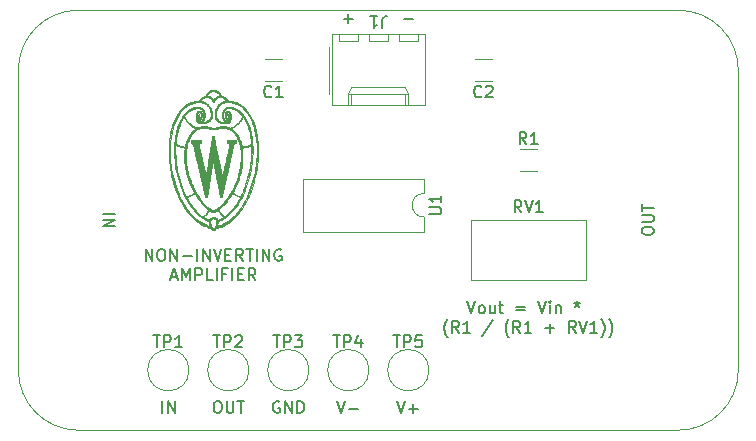
<source format=gbr>
G04 #@! TF.GenerationSoftware,KiCad,Pcbnew,5.1.8+dfsg1-1+b1*
G04 #@! TF.CreationDate,2021-02-01T12:52:58-06:00*
G04 #@! TF.ProjectId,DC_Amplifier,44435f41-6d70-46c6-9966-6965722e6b69,1.1.0*
G04 #@! TF.SameCoordinates,Original*
G04 #@! TF.FileFunction,Legend,Top*
G04 #@! TF.FilePolarity,Positive*
%FSLAX46Y46*%
G04 Gerber Fmt 4.6, Leading zero omitted, Abs format (unit mm)*
G04 Created by KiCad (PCBNEW 5.1.8+dfsg1-1+b1) date 2021-02-01 12:52:58*
%MOMM*%
%LPD*%
G01*
G04 APERTURE LIST*
%ADD10C,0.150000*%
G04 #@! TA.AperFunction,Profile*
%ADD11C,0.050000*%
G04 #@! TD*
%ADD12C,0.010000*%
%ADD13C,0.120000*%
G04 APERTURE END LIST*
D10*
X98679047Y-71826428D02*
X99440952Y-71826428D01*
X99060000Y-72207380D02*
X99060000Y-71445476D01*
X103759047Y-71826428D02*
X104520952Y-71826428D01*
X83296190Y-105227380D02*
X83296190Y-104227380D01*
X83772380Y-105227380D02*
X83772380Y-104227380D01*
X84343809Y-105227380D01*
X84343809Y-104227380D01*
X87900000Y-104227380D02*
X88090476Y-104227380D01*
X88185714Y-104275000D01*
X88280952Y-104370238D01*
X88328571Y-104560714D01*
X88328571Y-104894047D01*
X88280952Y-105084523D01*
X88185714Y-105179761D01*
X88090476Y-105227380D01*
X87900000Y-105227380D01*
X87804761Y-105179761D01*
X87709523Y-105084523D01*
X87661904Y-104894047D01*
X87661904Y-104560714D01*
X87709523Y-104370238D01*
X87804761Y-104275000D01*
X87900000Y-104227380D01*
X88757142Y-104227380D02*
X88757142Y-105036904D01*
X88804761Y-105132142D01*
X88852380Y-105179761D01*
X88947619Y-105227380D01*
X89138095Y-105227380D01*
X89233333Y-105179761D01*
X89280952Y-105132142D01*
X89328571Y-105036904D01*
X89328571Y-104227380D01*
X89661904Y-104227380D02*
X90233333Y-104227380D01*
X89947619Y-105227380D02*
X89947619Y-104227380D01*
X103187619Y-104227380D02*
X103520952Y-105227380D01*
X103854285Y-104227380D01*
X104187619Y-104846428D02*
X104949523Y-104846428D01*
X104568571Y-105227380D02*
X104568571Y-104465476D01*
X98107619Y-104227380D02*
X98440952Y-105227380D01*
X98774285Y-104227380D01*
X99107619Y-104846428D02*
X99869523Y-104846428D01*
X93218095Y-104275000D02*
X93122857Y-104227380D01*
X92980000Y-104227380D01*
X92837142Y-104275000D01*
X92741904Y-104370238D01*
X92694285Y-104465476D01*
X92646666Y-104655952D01*
X92646666Y-104798809D01*
X92694285Y-104989285D01*
X92741904Y-105084523D01*
X92837142Y-105179761D01*
X92980000Y-105227380D01*
X93075238Y-105227380D01*
X93218095Y-105179761D01*
X93265714Y-105132142D01*
X93265714Y-104798809D01*
X93075238Y-104798809D01*
X93694285Y-105227380D02*
X93694285Y-104227380D01*
X94265714Y-105227380D01*
X94265714Y-104227380D01*
X94741904Y-105227380D02*
X94741904Y-104227380D01*
X94980000Y-104227380D01*
X95122857Y-104275000D01*
X95218095Y-104370238D01*
X95265714Y-104465476D01*
X95313333Y-104655952D01*
X95313333Y-104798809D01*
X95265714Y-104989285D01*
X95218095Y-105084523D01*
X95122857Y-105179761D01*
X94980000Y-105227380D01*
X94741904Y-105227380D01*
X109133333Y-95782380D02*
X109466666Y-96782380D01*
X109800000Y-95782380D01*
X110276190Y-96782380D02*
X110180952Y-96734761D01*
X110133333Y-96687142D01*
X110085714Y-96591904D01*
X110085714Y-96306190D01*
X110133333Y-96210952D01*
X110180952Y-96163333D01*
X110276190Y-96115714D01*
X110419047Y-96115714D01*
X110514285Y-96163333D01*
X110561904Y-96210952D01*
X110609523Y-96306190D01*
X110609523Y-96591904D01*
X110561904Y-96687142D01*
X110514285Y-96734761D01*
X110419047Y-96782380D01*
X110276190Y-96782380D01*
X111466666Y-96115714D02*
X111466666Y-96782380D01*
X111038095Y-96115714D02*
X111038095Y-96639523D01*
X111085714Y-96734761D01*
X111180952Y-96782380D01*
X111323809Y-96782380D01*
X111419047Y-96734761D01*
X111466666Y-96687142D01*
X111800000Y-96115714D02*
X112180952Y-96115714D01*
X111942857Y-95782380D02*
X111942857Y-96639523D01*
X111990476Y-96734761D01*
X112085714Y-96782380D01*
X112180952Y-96782380D01*
X113276190Y-96258571D02*
X114038095Y-96258571D01*
X114038095Y-96544285D02*
X113276190Y-96544285D01*
X115133333Y-95782380D02*
X115466666Y-96782380D01*
X115800000Y-95782380D01*
X116133333Y-96782380D02*
X116133333Y-96115714D01*
X116133333Y-95782380D02*
X116085714Y-95830000D01*
X116133333Y-95877619D01*
X116180952Y-95830000D01*
X116133333Y-95782380D01*
X116133333Y-95877619D01*
X116609523Y-96115714D02*
X116609523Y-96782380D01*
X116609523Y-96210952D02*
X116657142Y-96163333D01*
X116752380Y-96115714D01*
X116895238Y-96115714D01*
X116990476Y-96163333D01*
X117038095Y-96258571D01*
X117038095Y-96782380D01*
X118419047Y-95782380D02*
X118419047Y-96020476D01*
X118180952Y-95925238D02*
X118419047Y-96020476D01*
X118657142Y-95925238D01*
X118276190Y-96210952D02*
X118419047Y-96020476D01*
X118561904Y-96210952D01*
X107466666Y-98813333D02*
X107419047Y-98765714D01*
X107323809Y-98622857D01*
X107276190Y-98527619D01*
X107228571Y-98384761D01*
X107180952Y-98146666D01*
X107180952Y-97956190D01*
X107228571Y-97718095D01*
X107276190Y-97575238D01*
X107323809Y-97480000D01*
X107419047Y-97337142D01*
X107466666Y-97289523D01*
X108419047Y-98432380D02*
X108085714Y-97956190D01*
X107847619Y-98432380D02*
X107847619Y-97432380D01*
X108228571Y-97432380D01*
X108323809Y-97480000D01*
X108371428Y-97527619D01*
X108419047Y-97622857D01*
X108419047Y-97765714D01*
X108371428Y-97860952D01*
X108323809Y-97908571D01*
X108228571Y-97956190D01*
X107847619Y-97956190D01*
X109371428Y-98432380D02*
X108800000Y-98432380D01*
X109085714Y-98432380D02*
X109085714Y-97432380D01*
X108990476Y-97575238D01*
X108895238Y-97670476D01*
X108800000Y-97718095D01*
X111276190Y-97384761D02*
X110419047Y-98670476D01*
X112657142Y-98813333D02*
X112609523Y-98765714D01*
X112514285Y-98622857D01*
X112466666Y-98527619D01*
X112419047Y-98384761D01*
X112371428Y-98146666D01*
X112371428Y-97956190D01*
X112419047Y-97718095D01*
X112466666Y-97575238D01*
X112514285Y-97480000D01*
X112609523Y-97337142D01*
X112657142Y-97289523D01*
X113609523Y-98432380D02*
X113276190Y-97956190D01*
X113038095Y-98432380D02*
X113038095Y-97432380D01*
X113419047Y-97432380D01*
X113514285Y-97480000D01*
X113561904Y-97527619D01*
X113609523Y-97622857D01*
X113609523Y-97765714D01*
X113561904Y-97860952D01*
X113514285Y-97908571D01*
X113419047Y-97956190D01*
X113038095Y-97956190D01*
X114561904Y-98432380D02*
X113990476Y-98432380D01*
X114276190Y-98432380D02*
X114276190Y-97432380D01*
X114180952Y-97575238D01*
X114085714Y-97670476D01*
X113990476Y-97718095D01*
X115752380Y-98051428D02*
X116514285Y-98051428D01*
X116133333Y-98432380D02*
X116133333Y-97670476D01*
X118323809Y-98432380D02*
X117990476Y-97956190D01*
X117752380Y-98432380D02*
X117752380Y-97432380D01*
X118133333Y-97432380D01*
X118228571Y-97480000D01*
X118276190Y-97527619D01*
X118323809Y-97622857D01*
X118323809Y-97765714D01*
X118276190Y-97860952D01*
X118228571Y-97908571D01*
X118133333Y-97956190D01*
X117752380Y-97956190D01*
X118609523Y-97432380D02*
X118942857Y-98432380D01*
X119276190Y-97432380D01*
X120133333Y-98432380D02*
X119561904Y-98432380D01*
X119847619Y-98432380D02*
X119847619Y-97432380D01*
X119752380Y-97575238D01*
X119657142Y-97670476D01*
X119561904Y-97718095D01*
X120466666Y-98813333D02*
X120514285Y-98765714D01*
X120609523Y-98622857D01*
X120657142Y-98527619D01*
X120704761Y-98384761D01*
X120752380Y-98146666D01*
X120752380Y-97956190D01*
X120704761Y-97718095D01*
X120657142Y-97575238D01*
X120609523Y-97480000D01*
X120514285Y-97337142D01*
X120466666Y-97289523D01*
X121133333Y-98813333D02*
X121180952Y-98765714D01*
X121276190Y-98622857D01*
X121323809Y-98527619D01*
X121371428Y-98384761D01*
X121419047Y-98146666D01*
X121419047Y-97956190D01*
X121371428Y-97718095D01*
X121323809Y-97575238D01*
X121276190Y-97480000D01*
X121180952Y-97337142D01*
X121133333Y-97289523D01*
X81891904Y-92337380D02*
X81891904Y-91337380D01*
X82463333Y-92337380D01*
X82463333Y-91337380D01*
X83130000Y-91337380D02*
X83320476Y-91337380D01*
X83415714Y-91385000D01*
X83510952Y-91480238D01*
X83558571Y-91670714D01*
X83558571Y-92004047D01*
X83510952Y-92194523D01*
X83415714Y-92289761D01*
X83320476Y-92337380D01*
X83130000Y-92337380D01*
X83034761Y-92289761D01*
X82939523Y-92194523D01*
X82891904Y-92004047D01*
X82891904Y-91670714D01*
X82939523Y-91480238D01*
X83034761Y-91385000D01*
X83130000Y-91337380D01*
X83987142Y-92337380D02*
X83987142Y-91337380D01*
X84558571Y-92337380D01*
X84558571Y-91337380D01*
X85034761Y-91956428D02*
X85796666Y-91956428D01*
X86272857Y-92337380D02*
X86272857Y-91337380D01*
X86749047Y-92337380D02*
X86749047Y-91337380D01*
X87320476Y-92337380D01*
X87320476Y-91337380D01*
X87653809Y-91337380D02*
X87987142Y-92337380D01*
X88320476Y-91337380D01*
X88653809Y-91813571D02*
X88987142Y-91813571D01*
X89130000Y-92337380D02*
X88653809Y-92337380D01*
X88653809Y-91337380D01*
X89130000Y-91337380D01*
X90130000Y-92337380D02*
X89796666Y-91861190D01*
X89558571Y-92337380D02*
X89558571Y-91337380D01*
X89939523Y-91337380D01*
X90034761Y-91385000D01*
X90082380Y-91432619D01*
X90130000Y-91527857D01*
X90130000Y-91670714D01*
X90082380Y-91765952D01*
X90034761Y-91813571D01*
X89939523Y-91861190D01*
X89558571Y-91861190D01*
X90415714Y-91337380D02*
X90987142Y-91337380D01*
X90701428Y-92337380D02*
X90701428Y-91337380D01*
X91320476Y-92337380D02*
X91320476Y-91337380D01*
X91796666Y-92337380D02*
X91796666Y-91337380D01*
X92368095Y-92337380D01*
X92368095Y-91337380D01*
X93368095Y-91385000D02*
X93272857Y-91337380D01*
X93130000Y-91337380D01*
X92987142Y-91385000D01*
X92891904Y-91480238D01*
X92844285Y-91575476D01*
X92796666Y-91765952D01*
X92796666Y-91908809D01*
X92844285Y-92099285D01*
X92891904Y-92194523D01*
X92987142Y-92289761D01*
X93130000Y-92337380D01*
X93225238Y-92337380D01*
X93368095Y-92289761D01*
X93415714Y-92242142D01*
X93415714Y-91908809D01*
X93225238Y-91908809D01*
X84058571Y-93701666D02*
X84534761Y-93701666D01*
X83963333Y-93987380D02*
X84296666Y-92987380D01*
X84630000Y-93987380D01*
X84963333Y-93987380D02*
X84963333Y-92987380D01*
X85296666Y-93701666D01*
X85630000Y-92987380D01*
X85630000Y-93987380D01*
X86106190Y-93987380D02*
X86106190Y-92987380D01*
X86487142Y-92987380D01*
X86582380Y-93035000D01*
X86630000Y-93082619D01*
X86677619Y-93177857D01*
X86677619Y-93320714D01*
X86630000Y-93415952D01*
X86582380Y-93463571D01*
X86487142Y-93511190D01*
X86106190Y-93511190D01*
X87582380Y-93987380D02*
X87106190Y-93987380D01*
X87106190Y-92987380D01*
X87915714Y-93987380D02*
X87915714Y-92987380D01*
X88725238Y-93463571D02*
X88391904Y-93463571D01*
X88391904Y-93987380D02*
X88391904Y-92987380D01*
X88868095Y-92987380D01*
X89249047Y-93987380D02*
X89249047Y-92987380D01*
X89725238Y-93463571D02*
X90058571Y-93463571D01*
X90201428Y-93987380D02*
X89725238Y-93987380D01*
X89725238Y-92987380D01*
X90201428Y-92987380D01*
X91201428Y-93987380D02*
X90868095Y-93511190D01*
X90630000Y-93987380D02*
X90630000Y-92987380D01*
X91010952Y-92987380D01*
X91106190Y-93035000D01*
X91153809Y-93082619D01*
X91201428Y-93177857D01*
X91201428Y-93320714D01*
X91153809Y-93415952D01*
X91106190Y-93463571D01*
X91010952Y-93511190D01*
X90630000Y-93511190D01*
X78287619Y-88376190D02*
X79287619Y-88376190D01*
X78287619Y-88852380D02*
X79287619Y-88852380D01*
X78287619Y-89423809D01*
X79287619Y-89423809D01*
X123912380Y-89900000D02*
X123912380Y-89709523D01*
X123960000Y-89614285D01*
X124055238Y-89519047D01*
X124245714Y-89471428D01*
X124579047Y-89471428D01*
X124769523Y-89519047D01*
X124864761Y-89614285D01*
X124912380Y-89709523D01*
X124912380Y-89900000D01*
X124864761Y-89995238D01*
X124769523Y-90090476D01*
X124579047Y-90138095D01*
X124245714Y-90138095D01*
X124055238Y-90090476D01*
X123960000Y-89995238D01*
X123912380Y-89900000D01*
X123912380Y-89042857D02*
X124721904Y-89042857D01*
X124817142Y-88995238D01*
X124864761Y-88947619D01*
X124912380Y-88852380D01*
X124912380Y-88661904D01*
X124864761Y-88566666D01*
X124817142Y-88519047D01*
X124721904Y-88471428D01*
X123912380Y-88471428D01*
X123912380Y-88138095D02*
X123912380Y-87566666D01*
X124912380Y-87852380D02*
X123912380Y-87852380D01*
D11*
X127000000Y-71120000D02*
X76200000Y-71120000D01*
X132080000Y-101600000D02*
X132080000Y-76200000D01*
X76200000Y-106680000D02*
X127000000Y-106680000D01*
X71120000Y-76200000D02*
X71120000Y-101600000D01*
X132080000Y-101600000D02*
G75*
G02*
X127000000Y-106680000I-5080000J0D01*
G01*
X76200000Y-106680000D02*
G75*
G02*
X71120000Y-101600000I0J5080000D01*
G01*
X71120000Y-76200000D02*
G75*
G02*
X76200000Y-71120000I5080000J0D01*
G01*
X127000000Y-71120000D02*
G75*
G02*
X132080000Y-76200000I0J-5080000D01*
G01*
D12*
G36*
X87657014Y-77873991D02*
G01*
X87702375Y-77876052D01*
X87743794Y-77879780D01*
X87778483Y-77885150D01*
X87781395Y-77885759D01*
X87860635Y-77907497D01*
X87934009Y-77937438D01*
X88001830Y-77975785D01*
X88064414Y-78022739D01*
X88122077Y-78078504D01*
X88168895Y-78134889D01*
X88190962Y-78166620D01*
X88213934Y-78203879D01*
X88236332Y-78243914D01*
X88256682Y-78283972D01*
X88273506Y-78321301D01*
X88284383Y-78350197D01*
X88289840Y-78366109D01*
X88294296Y-78377714D01*
X88296434Y-78381967D01*
X88302382Y-78384133D01*
X88315301Y-78387240D01*
X88328942Y-78389959D01*
X88369191Y-78399382D01*
X88414524Y-78413437D01*
X88461659Y-78430992D01*
X88507314Y-78450915D01*
X88511541Y-78452931D01*
X88584134Y-78492295D01*
X88651352Y-78537714D01*
X88712191Y-78588300D01*
X88765644Y-78643169D01*
X88810704Y-78701433D01*
X88831778Y-78735007D01*
X88854618Y-78774605D01*
X88909059Y-78777746D01*
X89015529Y-78785775D01*
X89114491Y-78797326D01*
X89208105Y-78812803D01*
X89298531Y-78832607D01*
X89387931Y-78857143D01*
X89460719Y-78880639D01*
X89591526Y-78930876D01*
X89718777Y-78990499D01*
X89842356Y-79059334D01*
X89962152Y-79137209D01*
X90078049Y-79223949D01*
X90189933Y-79319381D01*
X90297691Y-79423332D01*
X90401209Y-79535630D01*
X90500372Y-79656099D01*
X90595067Y-79784568D01*
X90685180Y-79920862D01*
X90770596Y-80064809D01*
X90851201Y-80216235D01*
X90926883Y-80374967D01*
X90997526Y-80540831D01*
X91063017Y-80713654D01*
X91123241Y-80893263D01*
X91178085Y-81079485D01*
X91227435Y-81272146D01*
X91271177Y-81471072D01*
X91309196Y-81676092D01*
X91312619Y-81696560D01*
X91329612Y-81803878D01*
X91344818Y-81910232D01*
X91358415Y-82017300D01*
X91370581Y-82126754D01*
X91381495Y-82240272D01*
X91391334Y-82359528D01*
X91400276Y-82486198D01*
X91405515Y-82570320D01*
X91407014Y-82602053D01*
X91408320Y-82642725D01*
X91409431Y-82691114D01*
X91410350Y-82746000D01*
X91411074Y-82806164D01*
X91411606Y-82870384D01*
X91411943Y-82937440D01*
X91412087Y-83006112D01*
X91412038Y-83075179D01*
X91411795Y-83143422D01*
X91411358Y-83209620D01*
X91410728Y-83272553D01*
X91409904Y-83330999D01*
X91408887Y-83383740D01*
X91407676Y-83429555D01*
X91406271Y-83467223D01*
X91405521Y-83482180D01*
X91390706Y-83710254D01*
X91372134Y-83930657D01*
X91349574Y-84145248D01*
X91322797Y-84355882D01*
X91291575Y-84564418D01*
X91255677Y-84772712D01*
X91228562Y-84914740D01*
X91173920Y-85172528D01*
X91113133Y-85425889D01*
X91046343Y-85674551D01*
X90973690Y-85918243D01*
X90895316Y-86156694D01*
X90811363Y-86389632D01*
X90721971Y-86616785D01*
X90627284Y-86837883D01*
X90527441Y-87052653D01*
X90422585Y-87260825D01*
X90312856Y-87462126D01*
X90198397Y-87656286D01*
X90079349Y-87843033D01*
X89955853Y-88022096D01*
X89828051Y-88193202D01*
X89696084Y-88356082D01*
X89560094Y-88510462D01*
X89420222Y-88656073D01*
X89276610Y-88792641D01*
X89150289Y-88902593D01*
X89013014Y-89011660D01*
X88871799Y-89113264D01*
X88727294Y-89207063D01*
X88580149Y-89292714D01*
X88431014Y-89369876D01*
X88280540Y-89438204D01*
X88129377Y-89497358D01*
X87978174Y-89546995D01*
X87870991Y-89576312D01*
X87807344Y-89592251D01*
X87791635Y-89615083D01*
X87774591Y-89638346D01*
X87754320Y-89663671D01*
X87732624Y-89689020D01*
X87711308Y-89712358D01*
X87692175Y-89731647D01*
X87677028Y-89744850D01*
X87676183Y-89745479D01*
X87653935Y-89759595D01*
X87635278Y-89765820D01*
X87617957Y-89764570D01*
X87604181Y-89758815D01*
X87590991Y-89749444D01*
X87573303Y-89733706D01*
X87552753Y-89713330D01*
X87530982Y-89690045D01*
X87509628Y-89665582D01*
X87490330Y-89641669D01*
X87480140Y-89627911D01*
X87467365Y-89610384D01*
X87457746Y-89599308D01*
X87448771Y-89592702D01*
X87437924Y-89588586D01*
X87426800Y-89585887D01*
X87402077Y-89579853D01*
X87369916Y-89571219D01*
X87332503Y-89560636D01*
X87292024Y-89548759D01*
X87250666Y-89536241D01*
X87210614Y-89523736D01*
X87174055Y-89511897D01*
X87143174Y-89501377D01*
X87138262Y-89499629D01*
X86972831Y-89434883D01*
X86810279Y-89360418D01*
X86650659Y-89276275D01*
X86494023Y-89182493D01*
X86340422Y-89079114D01*
X86189910Y-88966177D01*
X86042537Y-88843722D01*
X85898357Y-88711790D01*
X85757422Y-88570420D01*
X85619783Y-88419654D01*
X85485494Y-88259531D01*
X85419719Y-88176100D01*
X85294395Y-88007017D01*
X85172577Y-87828870D01*
X85054589Y-87642241D01*
X84940754Y-87447715D01*
X84831397Y-87245873D01*
X84726840Y-87037302D01*
X84627407Y-86822583D01*
X84533423Y-86602300D01*
X84498289Y-86514940D01*
X84397925Y-86248042D01*
X84305635Y-85975710D01*
X84221509Y-85698589D01*
X84145632Y-85417325D01*
X84078093Y-85132562D01*
X84018978Y-84844947D01*
X83968376Y-84555126D01*
X83926373Y-84263744D01*
X83893058Y-83971446D01*
X83868517Y-83678879D01*
X83852838Y-83386688D01*
X83846547Y-83114462D01*
X83956287Y-83114462D01*
X83958822Y-83279384D01*
X83963993Y-83441364D01*
X83971793Y-83597853D01*
X83975244Y-83652360D01*
X84000618Y-83959241D01*
X84035342Y-84263647D01*
X84079348Y-84565270D01*
X84132567Y-84863805D01*
X84194930Y-85158945D01*
X84266367Y-85450384D01*
X84346811Y-85737816D01*
X84436192Y-86020935D01*
X84534442Y-86299434D01*
X84620684Y-86521931D01*
X84685957Y-86677947D01*
X84756386Y-86835661D01*
X84830914Y-86992941D01*
X84908488Y-87147656D01*
X84988051Y-87297674D01*
X85068549Y-87440864D01*
X85112985Y-87516182D01*
X85229807Y-87703112D01*
X85350417Y-87881375D01*
X85474719Y-88050884D01*
X85602616Y-88211555D01*
X85734011Y-88363304D01*
X85868807Y-88506046D01*
X86006907Y-88639697D01*
X86148214Y-88764171D01*
X86292632Y-88879386D01*
X86440063Y-88985255D01*
X86590411Y-89081695D01*
X86743578Y-89168620D01*
X86899467Y-89245947D01*
X87057983Y-89313591D01*
X87219027Y-89371467D01*
X87252043Y-89382023D01*
X87279381Y-89390486D01*
X87303552Y-89397788D01*
X87322797Y-89403411D01*
X87335357Y-89406839D01*
X87339238Y-89407656D01*
X87342388Y-89405383D01*
X87340497Y-89396908D01*
X87337209Y-89388950D01*
X87326747Y-89363084D01*
X87315009Y-89330389D01*
X87302971Y-89293943D01*
X87291606Y-89256824D01*
X87281889Y-89222111D01*
X87274795Y-89192883D01*
X87274098Y-89189560D01*
X87269266Y-89161076D01*
X87264933Y-89126556D01*
X87261564Y-89090119D01*
X87259903Y-89063042D01*
X87256890Y-88995868D01*
X87366905Y-88995868D01*
X87367163Y-89040783D01*
X87367337Y-89044780D01*
X87376427Y-89131631D01*
X87395464Y-89218713D01*
X87424264Y-89305497D01*
X87462642Y-89391460D01*
X87510413Y-89476074D01*
X87528867Y-89504601D01*
X87554326Y-89541751D01*
X87575734Y-89570462D01*
X87593917Y-89591208D01*
X87609699Y-89604465D01*
X87623907Y-89610707D01*
X87637365Y-89610408D01*
X87650899Y-89604043D01*
X87665334Y-89592087D01*
X87671040Y-89586369D01*
X87688353Y-89566242D01*
X87708748Y-89539034D01*
X87730884Y-89506807D01*
X87753420Y-89471627D01*
X87775014Y-89435558D01*
X87794324Y-89400663D01*
X87803723Y-89382235D01*
X87833997Y-89313853D01*
X87859291Y-89242860D01*
X87878108Y-89173495D01*
X87879129Y-89168877D01*
X87886248Y-89127133D01*
X87890882Y-89080440D01*
X87893034Y-89031358D01*
X87892707Y-88982448D01*
X87889904Y-88936270D01*
X87884628Y-88895385D01*
X87878779Y-88868745D01*
X87868121Y-88847399D01*
X87848756Y-88826104D01*
X87822095Y-88805838D01*
X87789549Y-88787578D01*
X87752527Y-88772301D01*
X87729060Y-88765055D01*
X87710157Y-88761112D01*
X87685259Y-88757526D01*
X87658527Y-88754852D01*
X87646653Y-88754075D01*
X87601525Y-88754554D01*
X87557178Y-88760308D01*
X87514939Y-88770741D01*
X87476135Y-88785259D01*
X87442094Y-88803267D01*
X87414141Y-88824170D01*
X87393605Y-88847373D01*
X87381812Y-88872282D01*
X87381654Y-88872869D01*
X87374437Y-88908474D01*
X87369425Y-88950620D01*
X87366905Y-88995868D01*
X87256890Y-88995868D01*
X87256620Y-88989864D01*
X87170591Y-88955256D01*
X87025922Y-88891754D01*
X86882939Y-88818378D01*
X86741888Y-88735310D01*
X86603016Y-88642733D01*
X86592792Y-88635097D01*
X86791212Y-88635097D01*
X86792726Y-88638565D01*
X86802731Y-88646102D01*
X86820440Y-88657446D01*
X86844486Y-88671829D01*
X86873502Y-88688483D01*
X86906120Y-88706639D01*
X86940974Y-88725529D01*
X86976695Y-88744384D01*
X87011918Y-88762437D01*
X87022940Y-88767958D01*
X87051532Y-88781918D01*
X87083008Y-88796819D01*
X87115923Y-88812026D01*
X87148832Y-88826903D01*
X87180292Y-88840815D01*
X87208859Y-88853124D01*
X87233087Y-88863195D01*
X87251534Y-88870392D01*
X87262755Y-88874079D01*
X87264701Y-88874422D01*
X87267372Y-88870025D01*
X87271057Y-88858521D01*
X87273685Y-88847930D01*
X87287916Y-88807272D01*
X87311293Y-88770049D01*
X87343268Y-88736653D01*
X87383294Y-88707474D01*
X87430824Y-88682904D01*
X87485311Y-88663332D01*
X87546207Y-88649151D01*
X87553800Y-88647850D01*
X87607481Y-88642661D01*
X87663329Y-88643953D01*
X87719522Y-88651256D01*
X87774237Y-88664100D01*
X87825652Y-88682013D01*
X87871944Y-88704526D01*
X87911290Y-88731169D01*
X87925672Y-88743828D01*
X87948311Y-88769554D01*
X87967647Y-88799093D01*
X87981848Y-88829244D01*
X87988667Y-88853893D01*
X87991164Y-88866718D01*
X87993446Y-88873984D01*
X87994044Y-88874600D01*
X88002258Y-88872515D01*
X88018243Y-88866667D01*
X88040599Y-88857666D01*
X88067924Y-88846122D01*
X88098818Y-88832645D01*
X88131881Y-88817845D01*
X88165713Y-88802332D01*
X88198913Y-88786715D01*
X88226900Y-88773173D01*
X88258547Y-88757288D01*
X88292414Y-88739719D01*
X88327140Y-88721227D01*
X88361369Y-88702571D01*
X88393741Y-88684513D01*
X88422899Y-88667812D01*
X88447483Y-88653230D01*
X88466137Y-88641527D01*
X88477500Y-88633462D01*
X88479256Y-88631895D01*
X88477459Y-88627148D01*
X88469230Y-88618037D01*
X88456231Y-88606345D01*
X88452942Y-88603641D01*
X88392409Y-88551521D01*
X88330954Y-88492794D01*
X88270569Y-88429641D01*
X88213245Y-88364242D01*
X88160976Y-88298777D01*
X88115752Y-88235428D01*
X88113463Y-88231980D01*
X88101811Y-88213465D01*
X88087818Y-88189860D01*
X88072503Y-88163036D01*
X88056882Y-88134863D01*
X88041973Y-88107213D01*
X88028795Y-88081958D01*
X88018365Y-88060969D01*
X88011701Y-88046117D01*
X88010341Y-88042386D01*
X88005405Y-88041949D01*
X87992832Y-88047877D01*
X87972550Y-88060208D01*
X87952442Y-88073542D01*
X87920622Y-88094350D01*
X87885391Y-88116019D01*
X87848026Y-88137886D01*
X87809806Y-88159286D01*
X87772008Y-88179556D01*
X87735910Y-88198033D01*
X87702791Y-88214052D01*
X87673928Y-88226951D01*
X87650600Y-88236065D01*
X87634083Y-88240730D01*
X87629567Y-88241204D01*
X87618006Y-88238736D01*
X87599038Y-88231681D01*
X87573948Y-88220715D01*
X87544019Y-88206513D01*
X87510537Y-88189752D01*
X87474784Y-88171107D01*
X87438046Y-88151254D01*
X87401607Y-88130867D01*
X87366750Y-88110624D01*
X87334760Y-88091200D01*
X87306922Y-88073270D01*
X87295419Y-88065398D01*
X87263098Y-88042725D01*
X87228901Y-88110342D01*
X87184733Y-88189312D01*
X87131829Y-88269398D01*
X87071308Y-88349233D01*
X87004287Y-88427453D01*
X86931883Y-88502694D01*
X86855215Y-88573592D01*
X86835906Y-88590146D01*
X86815072Y-88608053D01*
X86801313Y-88620802D01*
X86793678Y-88629460D01*
X86791212Y-88635097D01*
X86592792Y-88635097D01*
X86466570Y-88540830D01*
X86332796Y-88429783D01*
X86201941Y-88309776D01*
X86074251Y-88180992D01*
X85965795Y-88061800D01*
X85836555Y-87907190D01*
X85711335Y-87743430D01*
X85590262Y-87570752D01*
X85473462Y-87389391D01*
X85361061Y-87199579D01*
X85253185Y-87001551D01*
X85225502Y-86946300D01*
X85352295Y-86946300D01*
X85354926Y-86953153D01*
X85361901Y-86967587D01*
X85372542Y-86988351D01*
X85386170Y-87014195D01*
X85402105Y-87043870D01*
X85419670Y-87076124D01*
X85438183Y-87109707D01*
X85456968Y-87143370D01*
X85475345Y-87175860D01*
X85492634Y-87205930D01*
X85501744Y-87221509D01*
X85600991Y-87384428D01*
X85701365Y-87538012D01*
X85803477Y-87683076D01*
X85907935Y-87820430D01*
X86015350Y-87950887D01*
X86126332Y-88075261D01*
X86202520Y-88155113D01*
X86309986Y-88260949D01*
X86416236Y-88357749D01*
X86522280Y-88446390D01*
X86629133Y-88527749D01*
X86651491Y-88543793D01*
X86676717Y-88561508D01*
X86695106Y-88573824D01*
X86707948Y-88581441D01*
X86716529Y-88585061D01*
X86722138Y-88585386D01*
X86725151Y-88583904D01*
X86732229Y-88578226D01*
X86745207Y-88567636D01*
X86762164Y-88553705D01*
X86779100Y-88539727D01*
X86797596Y-88523743D01*
X86821066Y-88502426D01*
X86847412Y-88477739D01*
X86874538Y-88451646D01*
X86898559Y-88427905D01*
X86968575Y-88354090D01*
X87029729Y-88281871D01*
X87082920Y-88210037D01*
X87129052Y-88137376D01*
X87166748Y-88067309D01*
X87200421Y-87999158D01*
X87185667Y-87988569D01*
X87176757Y-87981867D01*
X87161610Y-87970150D01*
X87141927Y-87954744D01*
X87119407Y-87936979D01*
X87103857Y-87924640D01*
X86997229Y-87835045D01*
X86890252Y-87735703D01*
X86783247Y-87627006D01*
X86676537Y-87509343D01*
X86570444Y-87383106D01*
X86465291Y-87248686D01*
X86361401Y-87106473D01*
X86259094Y-86956858D01*
X86158696Y-86800233D01*
X86108546Y-86718140D01*
X86092004Y-86690689D01*
X86077159Y-86666183D01*
X86064830Y-86645966D01*
X86055836Y-86631379D01*
X86050998Y-86623765D01*
X86050481Y-86623044D01*
X86045436Y-86624363D01*
X86034539Y-86630970D01*
X86019723Y-86641628D01*
X86011920Y-86647714D01*
X85935375Y-86703366D01*
X85850110Y-86755183D01*
X85756963Y-86802775D01*
X85656772Y-86845752D01*
X85550376Y-86883724D01*
X85438612Y-86916300D01*
X85430360Y-86918432D01*
X85398986Y-86926725D01*
X85376528Y-86933316D01*
X85361954Y-86938573D01*
X85354232Y-86942865D01*
X85352295Y-86946300D01*
X85225502Y-86946300D01*
X85149962Y-86795539D01*
X85051517Y-86581778D01*
X84957978Y-86360500D01*
X84869469Y-86131940D01*
X84786119Y-85896330D01*
X84774566Y-85861887D01*
X84685656Y-85579570D01*
X84606084Y-85294332D01*
X84535804Y-85005918D01*
X84474765Y-84714075D01*
X84422921Y-84418550D01*
X84380223Y-84119091D01*
X84346623Y-83815443D01*
X84322073Y-83507354D01*
X84320007Y-83474560D01*
X84317528Y-83427279D01*
X84315317Y-83371448D01*
X84313390Y-83308673D01*
X84311761Y-83240562D01*
X84310448Y-83168721D01*
X84309464Y-83094756D01*
X84308826Y-83020275D01*
X84308668Y-82978027D01*
X84420806Y-82978027D01*
X84420952Y-83031941D01*
X84421274Y-83083486D01*
X84421779Y-83131522D01*
X84422473Y-83174911D01*
X84423362Y-83212514D01*
X84424045Y-83233260D01*
X84439923Y-83533146D01*
X84464726Y-83830769D01*
X84498371Y-84125784D01*
X84540778Y-84417845D01*
X84591863Y-84706607D01*
X84651544Y-84991725D01*
X84719740Y-85272853D01*
X84796367Y-85549646D01*
X84881345Y-85821759D01*
X84974591Y-86088846D01*
X85076022Y-86350562D01*
X85185556Y-86606562D01*
X85269796Y-86787990D01*
X85285173Y-86819367D01*
X85297139Y-86842212D01*
X85306193Y-86857367D01*
X85312837Y-86865676D01*
X85317252Y-86868000D01*
X85325269Y-86866791D01*
X85341065Y-86863473D01*
X85362585Y-86858508D01*
X85387779Y-86852358D01*
X85396523Y-86850154D01*
X85504054Y-86819723D01*
X85606356Y-86784525D01*
X85702588Y-86744949D01*
X85791906Y-86701390D01*
X85873468Y-86654237D01*
X85946429Y-86603885D01*
X85975463Y-86580922D01*
X86010027Y-86552364D01*
X85988498Y-86513332D01*
X85959283Y-86460111D01*
X85933008Y-86411632D01*
X85908448Y-86365552D01*
X85884377Y-86319530D01*
X85859569Y-86271222D01*
X85832799Y-86218287D01*
X85804582Y-86161880D01*
X85756840Y-86064946D01*
X85713783Y-85975014D01*
X85674726Y-85890460D01*
X85638984Y-85809661D01*
X85605873Y-85730992D01*
X85574706Y-85652831D01*
X85544800Y-85573554D01*
X85515470Y-85491536D01*
X85488512Y-85412580D01*
X85415143Y-85179193D01*
X85351445Y-84946055D01*
X85297219Y-84712148D01*
X85252262Y-84476454D01*
X85216372Y-84237955D01*
X85189350Y-83995631D01*
X85176246Y-83832700D01*
X85172467Y-83767650D01*
X85169488Y-83695893D01*
X85167310Y-83619218D01*
X85165934Y-83539416D01*
X85165886Y-83532520D01*
X85306878Y-83532520D01*
X85310763Y-83685933D01*
X85318687Y-83841080D01*
X85330651Y-83996444D01*
X85331701Y-84007960D01*
X85354361Y-84212471D01*
X85384587Y-84418128D01*
X85422067Y-84623734D01*
X85466492Y-84828091D01*
X85517551Y-85030001D01*
X85574934Y-85228268D01*
X85638330Y-85421694D01*
X85707428Y-85609081D01*
X85781918Y-85789233D01*
X85809791Y-85851638D01*
X85899882Y-86042834D01*
X85993645Y-86229349D01*
X86090624Y-86410410D01*
X86190364Y-86585245D01*
X86292407Y-86753082D01*
X86396300Y-86913150D01*
X86501586Y-87064677D01*
X86607809Y-87206891D01*
X86616862Y-87218520D01*
X86698136Y-87318966D01*
X86783076Y-87417123D01*
X86870387Y-87511653D01*
X86958776Y-87601222D01*
X87046947Y-87684491D01*
X87133606Y-87760127D01*
X87172069Y-87791560D01*
X87205208Y-87817068D01*
X87244257Y-87845545D01*
X87286983Y-87875486D01*
X87331155Y-87905383D01*
X87374541Y-87933732D01*
X87414907Y-87959027D01*
X87450023Y-87979762D01*
X87456118Y-87983173D01*
X87480906Y-87996482D01*
X87508349Y-88010539D01*
X87536779Y-88024563D01*
X87564526Y-88037774D01*
X87589920Y-88049391D01*
X87611291Y-88058635D01*
X87626970Y-88064724D01*
X87635223Y-88066880D01*
X87641928Y-88064696D01*
X87656235Y-88058593D01*
X87676683Y-88049244D01*
X87701812Y-88037321D01*
X87730161Y-88023497D01*
X87739370Y-88018933D01*
X87785786Y-87994876D01*
X88071963Y-87994876D01*
X88074085Y-88000428D01*
X88079917Y-88013371D01*
X88088663Y-88031995D01*
X88099524Y-88054586D01*
X88104278Y-88064340D01*
X88151362Y-88150364D01*
X88208243Y-88235947D01*
X88275019Y-88321214D01*
X88351786Y-88406292D01*
X88414860Y-88468990D01*
X88430865Y-88483913D01*
X88449944Y-88501209D01*
X88470652Y-88519623D01*
X88491539Y-88537903D01*
X88511161Y-88554796D01*
X88528068Y-88569049D01*
X88540815Y-88579409D01*
X88547953Y-88584622D01*
X88548834Y-88585000D01*
X88553565Y-88582293D01*
X88564470Y-88575063D01*
X88579466Y-88564702D01*
X88584394Y-88561232D01*
X88723013Y-88457271D01*
X88858432Y-88343744D01*
X88990565Y-88220753D01*
X89119326Y-88088404D01*
X89244629Y-87946800D01*
X89366388Y-87796045D01*
X89484517Y-87636244D01*
X89598932Y-87467500D01*
X89709545Y-87289917D01*
X89816271Y-87103599D01*
X89869799Y-87004066D01*
X89906473Y-86934392D01*
X89892186Y-86931183D01*
X89795060Y-86906449D01*
X89699168Y-86876365D01*
X89605901Y-86841554D01*
X89516654Y-86802639D01*
X89432820Y-86760243D01*
X89355792Y-86714990D01*
X89286964Y-86667501D01*
X89265844Y-86651090D01*
X89247245Y-86636750D01*
X89231405Y-86625628D01*
X89219997Y-86618826D01*
X89214698Y-86617445D01*
X89214692Y-86617451D01*
X89211012Y-86622844D01*
X89202920Y-86635665D01*
X89191211Y-86654619D01*
X89176684Y-86678411D01*
X89160134Y-86705746D01*
X89151145Y-86720680D01*
X89090575Y-86819050D01*
X89025521Y-86920208D01*
X88957681Y-87021657D01*
X88888751Y-87120900D01*
X88820429Y-87215441D01*
X88761581Y-87293515D01*
X88672153Y-87405753D01*
X88580316Y-87513723D01*
X88486971Y-87616495D01*
X88393015Y-87713141D01*
X88299349Y-87802733D01*
X88206872Y-87884342D01*
X88126070Y-87949682D01*
X88106198Y-87965263D01*
X88089609Y-87978729D01*
X88077785Y-87988841D01*
X88072208Y-87994362D01*
X88071963Y-87994876D01*
X87785786Y-87994876D01*
X87808722Y-87982989D01*
X87873389Y-87946263D01*
X87935700Y-87907245D01*
X87997988Y-87864420D01*
X88062585Y-87816277D01*
X88112600Y-87776855D01*
X88221519Y-87684166D01*
X88330070Y-87581560D01*
X88438078Y-87469280D01*
X88545364Y-87347566D01*
X88651754Y-87216662D01*
X88757070Y-87076808D01*
X88861136Y-86928247D01*
X88963775Y-86771219D01*
X89064811Y-86605968D01*
X89099777Y-86544941D01*
X89254286Y-86544941D01*
X89273993Y-86561856D01*
X89351772Y-86622342D01*
X89438353Y-86677853D01*
X89533659Y-86728351D01*
X89637611Y-86773799D01*
X89750132Y-86814157D01*
X89854303Y-86844931D01*
X89879435Y-86851476D01*
X89901895Y-86856942D01*
X89919407Y-86860799D01*
X89929690Y-86862520D01*
X89930344Y-86862558D01*
X89934788Y-86861761D01*
X89939482Y-86858342D01*
X89945113Y-86851172D01*
X89952373Y-86839125D01*
X89961948Y-86821072D01*
X89974529Y-86795886D01*
X89988052Y-86768126D01*
X90049951Y-86635865D01*
X90111705Y-86495227D01*
X90172600Y-86347978D01*
X90231925Y-86195882D01*
X90288965Y-86040708D01*
X90333201Y-85913389D01*
X90425384Y-85625269D01*
X90508474Y-85332822D01*
X90582412Y-85036364D01*
X90647139Y-84736213D01*
X90702599Y-84432688D01*
X90748732Y-84126106D01*
X90785481Y-83816786D01*
X90812787Y-83505045D01*
X90830321Y-83197700D01*
X90831245Y-83171007D01*
X90832086Y-83137543D01*
X90832839Y-83098373D01*
X90833501Y-83054560D01*
X90834069Y-83007168D01*
X90834540Y-82957259D01*
X90834911Y-82905899D01*
X90835176Y-82854149D01*
X90835335Y-82803074D01*
X90835382Y-82753738D01*
X90835315Y-82707204D01*
X90835131Y-82664535D01*
X90834825Y-82626796D01*
X90834394Y-82595050D01*
X90833836Y-82570360D01*
X90833146Y-82553789D01*
X90832396Y-82546640D01*
X90830662Y-82541732D01*
X90827541Y-82539566D01*
X90821193Y-82540506D01*
X90809780Y-82544914D01*
X90791463Y-82553156D01*
X90785475Y-82555910D01*
X90647113Y-82614043D01*
X90505121Y-82662761D01*
X90360063Y-82701901D01*
X90212504Y-82731303D01*
X90132227Y-82743042D01*
X90104857Y-82746603D01*
X90081332Y-82749784D01*
X90063359Y-82752343D01*
X90052647Y-82754039D01*
X90050388Y-82754566D01*
X90050700Y-82759739D01*
X90052170Y-82773125D01*
X90054577Y-82792869D01*
X90057702Y-82817119D01*
X90058784Y-82825283D01*
X90076208Y-82979804D01*
X90088329Y-83141702D01*
X90095149Y-83309689D01*
X90096672Y-83482477D01*
X90092902Y-83658779D01*
X90083841Y-83837308D01*
X90069493Y-84016776D01*
X90055384Y-84150200D01*
X90026835Y-84361830D01*
X89990804Y-84573478D01*
X89947603Y-84783989D01*
X89897544Y-84992211D01*
X89840936Y-85196989D01*
X89778091Y-85397169D01*
X89709321Y-85591598D01*
X89634935Y-85779121D01*
X89585581Y-85892640D01*
X89569413Y-85927786D01*
X89549350Y-85970191D01*
X89526150Y-86018341D01*
X89500571Y-86070721D01*
X89473372Y-86125815D01*
X89445309Y-86182110D01*
X89417142Y-86238089D01*
X89389629Y-86292240D01*
X89363527Y-86343045D01*
X89339595Y-86388992D01*
X89318592Y-86428565D01*
X89303484Y-86456280D01*
X89254286Y-86544941D01*
X89099777Y-86544941D01*
X89164067Y-86432735D01*
X89261366Y-86251761D01*
X89341773Y-86093300D01*
X89384129Y-86006835D01*
X89422113Y-85927538D01*
X89456422Y-85853774D01*
X89487755Y-85783907D01*
X89516810Y-85716301D01*
X89544287Y-85649321D01*
X89570884Y-85581331D01*
X89597300Y-85510695D01*
X89624232Y-85435779D01*
X89631842Y-85414154D01*
X89691644Y-85232896D01*
X89745764Y-85047101D01*
X89794094Y-84857705D01*
X89836529Y-84665642D01*
X89872964Y-84471849D01*
X89903293Y-84277259D01*
X89927410Y-84082810D01*
X89945211Y-83889434D01*
X89956588Y-83698069D01*
X89961438Y-83509649D01*
X89959654Y-83325109D01*
X89951130Y-83145385D01*
X89935761Y-82971411D01*
X89920881Y-82853597D01*
X89894018Y-82690290D01*
X89861113Y-82533552D01*
X89822269Y-82383577D01*
X89777585Y-82240558D01*
X89727164Y-82104689D01*
X89671106Y-81976162D01*
X89609512Y-81855170D01*
X89542484Y-81741908D01*
X89470123Y-81636567D01*
X89392529Y-81539341D01*
X89309806Y-81450423D01*
X89222052Y-81370006D01*
X89129370Y-81298284D01*
X89093040Y-81273454D01*
X89026368Y-81233585D01*
X88954871Y-81198943D01*
X88877656Y-81169229D01*
X88793827Y-81144148D01*
X88741300Y-81132217D01*
X89162658Y-81132217D01*
X89164410Y-81136918D01*
X89172764Y-81145659D01*
X89185990Y-81156666D01*
X89188058Y-81158232D01*
X89283321Y-81235515D01*
X89375004Y-81321826D01*
X89462727Y-81416547D01*
X89546108Y-81519061D01*
X89624764Y-81628752D01*
X89698315Y-81745002D01*
X89766377Y-81867194D01*
X89828570Y-81994713D01*
X89884511Y-82126939D01*
X89933819Y-82263258D01*
X89976112Y-82403052D01*
X89989130Y-82452465D01*
X89995425Y-82478066D01*
X90002372Y-82507591D01*
X90009598Y-82539310D01*
X90016730Y-82571493D01*
X90023395Y-82602408D01*
X90029220Y-82630325D01*
X90033831Y-82653513D01*
X90036855Y-82670243D01*
X90037920Y-82678716D01*
X90042652Y-82678996D01*
X90055686Y-82677973D01*
X90075282Y-82675869D01*
X90099695Y-82672905D01*
X90127184Y-82669301D01*
X90156007Y-82665280D01*
X90184421Y-82661062D01*
X90210684Y-82656869D01*
X90213180Y-82656451D01*
X90273655Y-82644901D01*
X90339998Y-82629845D01*
X90408892Y-82612126D01*
X90477024Y-82592590D01*
X90530680Y-82575579D01*
X90569130Y-82562233D01*
X90610778Y-82546837D01*
X90653589Y-82530222D01*
X90695528Y-82513219D01*
X90734560Y-82496658D01*
X90768651Y-82481370D01*
X90795764Y-82468185D01*
X90802460Y-82464641D01*
X90827860Y-82450825D01*
X90826295Y-82407702D01*
X90825394Y-82388496D01*
X90823855Y-82361725D01*
X90821840Y-82329951D01*
X90819512Y-82295739D01*
X90817322Y-82265520D01*
X90798234Y-82057667D01*
X90772486Y-81854959D01*
X90740174Y-81657702D01*
X90701389Y-81466204D01*
X90656226Y-81280771D01*
X90604778Y-81101712D01*
X90547138Y-80929333D01*
X90483400Y-80763941D01*
X90413657Y-80605845D01*
X90338003Y-80455350D01*
X90256530Y-80312765D01*
X90193850Y-80214470D01*
X90179070Y-80192589D01*
X90166251Y-80174083D01*
X90156442Y-80160431D01*
X90150696Y-80153116D01*
X90149715Y-80152286D01*
X90146630Y-80156611D01*
X90140474Y-80168179D01*
X90132302Y-80184952D01*
X90127393Y-80195517D01*
X90094749Y-80259549D01*
X90053876Y-80327291D01*
X90005537Y-80397721D01*
X89950496Y-80469818D01*
X89889514Y-80542561D01*
X89823355Y-80614928D01*
X89783987Y-80655252D01*
X89672427Y-80760748D01*
X89553388Y-80861436D01*
X89426205Y-80957836D01*
X89290215Y-81050472D01*
X89244883Y-81079310D01*
X89219637Y-81095188D01*
X89197332Y-81109360D01*
X89179418Y-81120894D01*
X89167349Y-81128855D01*
X89162658Y-81132217D01*
X88741300Y-81132217D01*
X88702490Y-81123402D01*
X88602751Y-81106694D01*
X88582500Y-81103915D01*
X88545053Y-81100044D01*
X88500417Y-81097209D01*
X88450935Y-81095412D01*
X88398949Y-81094654D01*
X88346804Y-81094938D01*
X88296841Y-81096264D01*
X88251405Y-81098636D01*
X88212839Y-81102053D01*
X88200440Y-81103632D01*
X88141998Y-81112800D01*
X88080159Y-81124317D01*
X88013112Y-81138554D01*
X87939046Y-81155881D01*
X87909400Y-81163174D01*
X87848535Y-81178102D01*
X87796284Y-81190359D01*
X87751502Y-81200105D01*
X87713042Y-81207498D01*
X87679761Y-81212696D01*
X87650512Y-81215859D01*
X87624152Y-81217145D01*
X87599535Y-81216712D01*
X87575516Y-81214720D01*
X87556082Y-81212128D01*
X87537962Y-81208873D01*
X87511769Y-81203476D01*
X87479268Y-81196335D01*
X87442223Y-81187849D01*
X87402398Y-81178416D01*
X87361558Y-81168434D01*
X87351705Y-81165976D01*
X87274954Y-81147241D01*
X87206400Y-81131631D01*
X87144638Y-81118950D01*
X87088261Y-81109003D01*
X87035866Y-81101593D01*
X86986047Y-81096524D01*
X86937398Y-81093601D01*
X86888515Y-81092627D01*
X86837993Y-81093408D01*
X86832491Y-81093585D01*
X86727174Y-81100190D01*
X86624849Y-81112660D01*
X86527029Y-81130720D01*
X86435225Y-81154092D01*
X86354606Y-81181099D01*
X86273488Y-81216932D01*
X86192587Y-81262397D01*
X86112525Y-81316973D01*
X86033924Y-81380139D01*
X85957404Y-81451376D01*
X85883588Y-81530162D01*
X85813097Y-81615977D01*
X85776520Y-81665213D01*
X85708587Y-81767568D01*
X85645253Y-81878512D01*
X85586712Y-81997480D01*
X85533157Y-82123907D01*
X85484781Y-82257227D01*
X85441777Y-82396875D01*
X85404339Y-82542285D01*
X85372659Y-82692891D01*
X85346932Y-82848129D01*
X85331738Y-82966560D01*
X85319464Y-83097860D01*
X85311229Y-83236966D01*
X85307034Y-83382358D01*
X85306878Y-83532520D01*
X85165886Y-83532520D01*
X85165359Y-83458278D01*
X85165586Y-83377594D01*
X85166616Y-83299156D01*
X85168448Y-83224753D01*
X85171082Y-83156176D01*
X85174520Y-83095217D01*
X85176130Y-83073240D01*
X85179444Y-83033794D01*
X85183321Y-82991691D01*
X85187577Y-82948609D01*
X85192025Y-82906227D01*
X85196482Y-82866225D01*
X85200763Y-82830281D01*
X85204682Y-82800074D01*
X85208056Y-82777284D01*
X85209774Y-82767702D01*
X85210746Y-82760363D01*
X85208511Y-82756017D01*
X85200955Y-82753448D01*
X85185964Y-82751439D01*
X85180456Y-82750845D01*
X85147807Y-82746870D01*
X85108403Y-82741307D01*
X85065298Y-82734653D01*
X85021543Y-82727406D01*
X84980192Y-82720064D01*
X84944296Y-82713122D01*
X84928809Y-82709839D01*
X84854847Y-82691949D01*
X84778583Y-82670659D01*
X84702228Y-82646721D01*
X84627991Y-82620891D01*
X84558080Y-82593923D01*
X84494707Y-82566569D01*
X84459442Y-82549635D01*
X84430865Y-82535252D01*
X84427700Y-82559136D01*
X84426420Y-82574101D01*
X84425255Y-82598087D01*
X84424210Y-82629953D01*
X84423293Y-82668563D01*
X84422509Y-82712776D01*
X84421865Y-82761453D01*
X84421367Y-82813456D01*
X84421020Y-82867645D01*
X84420831Y-82922881D01*
X84420806Y-82978027D01*
X84308668Y-82978027D01*
X84308550Y-82946884D01*
X84308651Y-82876190D01*
X84309143Y-82809799D01*
X84310044Y-82749319D01*
X84311368Y-82696355D01*
X84312246Y-82671920D01*
X84324275Y-82453513D01*
X84433291Y-82453513D01*
X84496215Y-82483560D01*
X84609843Y-82533575D01*
X84726863Y-82576575D01*
X84848370Y-82612864D01*
X84975459Y-82642745D01*
X85109224Y-82666523D01*
X85199220Y-82678724D01*
X85211263Y-82680268D01*
X85218173Y-82681318D01*
X85221961Y-82677680D01*
X85224347Y-82670650D01*
X85226282Y-82661124D01*
X85229613Y-82644197D01*
X85233837Y-82622447D01*
X85237512Y-82603340D01*
X85253205Y-82529915D01*
X85273091Y-82450531D01*
X85296320Y-82368047D01*
X85322041Y-82285322D01*
X85349404Y-82205217D01*
X85377558Y-82130590D01*
X85379845Y-82124877D01*
X85396879Y-82084456D01*
X85417841Y-82037766D01*
X85441515Y-81987297D01*
X85466682Y-81935541D01*
X85492127Y-81884989D01*
X85516632Y-81838131D01*
X85538979Y-81797460D01*
X85544569Y-81787718D01*
X85610438Y-81680927D01*
X85681683Y-81577935D01*
X85757355Y-81479865D01*
X85836507Y-81387842D01*
X85918189Y-81302988D01*
X86001452Y-81226428D01*
X86056872Y-81180940D01*
X86077561Y-81164632D01*
X86095082Y-81150537D01*
X86108017Y-81139820D01*
X86114943Y-81133648D01*
X86115721Y-81132680D01*
X86111772Y-81129189D01*
X86100940Y-81121986D01*
X86085190Y-81112348D01*
X86076727Y-81107385D01*
X86051767Y-81092350D01*
X86020378Y-81072535D01*
X85984345Y-81049140D01*
X85945453Y-81023364D01*
X85905485Y-80996409D01*
X85866226Y-80969473D01*
X85829461Y-80943758D01*
X85796974Y-80920464D01*
X85778340Y-80906696D01*
X85682575Y-80831776D01*
X85591338Y-80754412D01*
X85505282Y-80675314D01*
X85425063Y-80595192D01*
X85351335Y-80514754D01*
X85284754Y-80434712D01*
X85225975Y-80355774D01*
X85175652Y-80278649D01*
X85140097Y-80215206D01*
X85110142Y-80157069D01*
X85062619Y-80229584D01*
X84981383Y-80361724D01*
X84905201Y-80502396D01*
X84834177Y-80651259D01*
X84768415Y-80807972D01*
X84708020Y-80972195D01*
X84653096Y-81143587D01*
X84603747Y-81321807D01*
X84560077Y-81506513D01*
X84522190Y-81697367D01*
X84490190Y-81894026D01*
X84464183Y-82096149D01*
X84450339Y-82232500D01*
X84447061Y-82269347D01*
X84443871Y-82306672D01*
X84440977Y-82341925D01*
X84438590Y-82372558D01*
X84436915Y-82396024D01*
X84436731Y-82398886D01*
X84433291Y-82453513D01*
X84324275Y-82453513D01*
X84324988Y-82440569D01*
X84344106Y-82215257D01*
X84369549Y-81996179D01*
X84401266Y-81783535D01*
X84439207Y-81577520D01*
X84483321Y-81378334D01*
X84533558Y-81186173D01*
X84589867Y-81001234D01*
X84652198Y-80823716D01*
X84720499Y-80653815D01*
X84794722Y-80491730D01*
X84874815Y-80337658D01*
X84936584Y-80230980D01*
X85018414Y-80103567D01*
X85028232Y-80089988D01*
X85168609Y-80089988D01*
X85169031Y-80093043D01*
X85175481Y-80110181D01*
X85186410Y-80133922D01*
X85200781Y-80162339D01*
X85217555Y-80193505D01*
X85235692Y-80225491D01*
X85254156Y-80256372D01*
X85271908Y-80284218D01*
X85272528Y-80285150D01*
X85341056Y-80380471D01*
X85419152Y-80475227D01*
X85506226Y-80568882D01*
X85601686Y-80660900D01*
X85704940Y-80750744D01*
X85815398Y-80837879D01*
X85932468Y-80921768D01*
X86055558Y-81001874D01*
X86078060Y-81015699D01*
X86102915Y-81030939D01*
X86127156Y-81045983D01*
X86148208Y-81059221D01*
X86163493Y-81069042D01*
X86165012Y-81070044D01*
X86191004Y-81087263D01*
X86281570Y-81051419D01*
X86340494Y-81028617D01*
X86392403Y-81009837D01*
X86439373Y-80994563D01*
X86483480Y-80982281D01*
X86526801Y-80972477D01*
X86571411Y-80964636D01*
X86619387Y-80958245D01*
X86672806Y-80952787D01*
X86683521Y-80951833D01*
X86735013Y-80948313D01*
X86789443Y-80946340D01*
X86844542Y-80945879D01*
X86898042Y-80946896D01*
X86947676Y-80949357D01*
X86991176Y-80953226D01*
X87017930Y-80956949D01*
X87031902Y-80959616D01*
X87054619Y-80964330D01*
X87084927Y-80970835D01*
X87121674Y-80978879D01*
X87163708Y-80988205D01*
X87209876Y-80998561D01*
X87259027Y-81009691D01*
X87310007Y-81021341D01*
X87320190Y-81023681D01*
X87383034Y-81038094D01*
X87436873Y-81050326D01*
X87482588Y-81060540D01*
X87521060Y-81068895D01*
X87553172Y-81075554D01*
X87579804Y-81080677D01*
X87601838Y-81084426D01*
X87620154Y-81086961D01*
X87635635Y-81088445D01*
X87649162Y-81089038D01*
X87661616Y-81088902D01*
X87673180Y-81088249D01*
X87684175Y-81086625D01*
X87703938Y-81082833D01*
X87731364Y-81077117D01*
X87765351Y-81069721D01*
X87804795Y-81060889D01*
X87848593Y-81050864D01*
X87895644Y-81039891D01*
X87944843Y-81028214D01*
X87947500Y-81027578D01*
X87997127Y-81015722D01*
X88044933Y-81004373D01*
X88089770Y-80993798D01*
X88130490Y-80984264D01*
X88165947Y-80976038D01*
X88194994Y-80969388D01*
X88216483Y-80964581D01*
X88229268Y-80961886D01*
X88229440Y-80961853D01*
X88262538Y-80957112D01*
X88304125Y-80953719D01*
X88352623Y-80951654D01*
X88406452Y-80950898D01*
X88464033Y-80951430D01*
X88523789Y-80953232D01*
X88584140Y-80956283D01*
X88643508Y-80960564D01*
X88700313Y-80966054D01*
X88716637Y-80967936D01*
X88808115Y-80982183D01*
X88892334Y-81002229D01*
X88970626Y-81028448D01*
X89038936Y-81058527D01*
X89092840Y-81085181D01*
X89162790Y-81041560D01*
X89276095Y-80968333D01*
X89380835Y-80895155D01*
X89478530Y-80820852D01*
X89570701Y-80744247D01*
X89658869Y-80664165D01*
X89691782Y-80632437D01*
X89768223Y-80554597D01*
X89838390Y-80477082D01*
X89901794Y-80400547D01*
X89957945Y-80325644D01*
X90006355Y-80253028D01*
X90046533Y-80183352D01*
X90077992Y-80117270D01*
X90078670Y-80115651D01*
X90095006Y-80076522D01*
X90050306Y-80021671D01*
X90027243Y-79994658D01*
X89998365Y-79962841D01*
X89965252Y-79927802D01*
X89929488Y-79891121D01*
X89892654Y-79854378D01*
X89856332Y-79819154D01*
X89822105Y-79787029D01*
X89791555Y-79759585D01*
X89768745Y-79740380D01*
X89669760Y-79666523D01*
X89568321Y-79601938D01*
X89464758Y-79546757D01*
X89359401Y-79501111D01*
X89252581Y-79465132D01*
X89144629Y-79438950D01*
X89035876Y-79422698D01*
X88955823Y-79417168D01*
X88899330Y-79416692D01*
X88850549Y-79419842D01*
X88807542Y-79427073D01*
X88768369Y-79438837D01*
X88731090Y-79455589D01*
X88693767Y-79477783D01*
X88692162Y-79478845D01*
X88644997Y-79516168D01*
X88602258Y-79562309D01*
X88564267Y-79616793D01*
X88531352Y-79679142D01*
X88503835Y-79748879D01*
X88499685Y-79761535D01*
X88480345Y-79838091D01*
X88469478Y-79918480D01*
X88466977Y-80001100D01*
X88472732Y-80084344D01*
X88486636Y-80166609D01*
X88508581Y-80246291D01*
X88537306Y-80319288D01*
X88561376Y-80365209D01*
X88589970Y-80408902D01*
X88621729Y-80448806D01*
X88655292Y-80483358D01*
X88689299Y-80510996D01*
X88720026Y-80529077D01*
X88755350Y-80541838D01*
X88791263Y-80548005D01*
X88825211Y-80547387D01*
X88854643Y-80539793D01*
X88855905Y-80539247D01*
X88886058Y-80522919D01*
X88911617Y-80501850D01*
X88935522Y-80473555D01*
X88938552Y-80469370D01*
X88963268Y-80427942D01*
X88984518Y-80378302D01*
X89001773Y-80321962D01*
X89014503Y-80260438D01*
X89016663Y-80246220D01*
X89020889Y-80199931D01*
X89021747Y-80147343D01*
X89019450Y-80091664D01*
X89014213Y-80036103D01*
X89006248Y-79983866D01*
X88996298Y-79940058D01*
X88981818Y-79895942D01*
X88964005Y-79855089D01*
X88943698Y-79818758D01*
X88921735Y-79788207D01*
X88898957Y-79764694D01*
X88876201Y-79749477D01*
X88866779Y-79745841D01*
X88839286Y-79742729D01*
X88812181Y-79749089D01*
X88786363Y-79764244D01*
X88762732Y-79787518D01*
X88742187Y-79818237D01*
X88727559Y-79850398D01*
X88715111Y-79892785D01*
X88706801Y-79940636D01*
X88702710Y-79991162D01*
X88702919Y-80041574D01*
X88707512Y-80089084D01*
X88716569Y-80130903D01*
X88719100Y-80138860D01*
X88735224Y-80178373D01*
X88753364Y-80207949D01*
X88773544Y-80227617D01*
X88795788Y-80237403D01*
X88807520Y-80238600D01*
X88822820Y-80234822D01*
X88834979Y-80222918D01*
X88844777Y-80202028D01*
X88847012Y-80195093D01*
X88853541Y-80156751D01*
X88851657Y-80114574D01*
X88841584Y-80070077D01*
X88823544Y-80024776D01*
X88821314Y-80020268D01*
X88812712Y-80001727D01*
X88806386Y-79985309D01*
X88803534Y-79974178D01*
X88803480Y-79973157D01*
X88808263Y-79955552D01*
X88821473Y-79940843D01*
X88834020Y-79933774D01*
X88854918Y-79930257D01*
X88876364Y-79935888D01*
X88897174Y-79949803D01*
X88916164Y-79971139D01*
X88932147Y-79999034D01*
X88935987Y-80008065D01*
X88940395Y-80020074D01*
X88943564Y-80031665D01*
X88945701Y-80044837D01*
X88947014Y-80061586D01*
X88947710Y-80083913D01*
X88947995Y-80113815D01*
X88948031Y-80124300D01*
X88947869Y-80160175D01*
X88947055Y-80188135D01*
X88945418Y-80210412D01*
X88942787Y-80229240D01*
X88938993Y-80246850D01*
X88938532Y-80248676D01*
X88923725Y-80297604D01*
X88906308Y-80339582D01*
X88886712Y-80374009D01*
X88865367Y-80400284D01*
X88842703Y-80417805D01*
X88819150Y-80425972D01*
X88811190Y-80426512D01*
X88788484Y-80422243D01*
X88763406Y-80410494D01*
X88738442Y-80392710D01*
X88717653Y-80372190D01*
X88700661Y-80349156D01*
X88682507Y-80318884D01*
X88664518Y-80283988D01*
X88648019Y-80247080D01*
X88634338Y-80210772D01*
X88631811Y-80203040D01*
X88615065Y-80138684D01*
X88604287Y-80071576D01*
X88599511Y-80003788D01*
X88600769Y-79937394D01*
X88608093Y-79874464D01*
X88621516Y-79817071D01*
X88625550Y-79804636D01*
X88646995Y-79754797D01*
X88674680Y-79710810D01*
X88707713Y-79673768D01*
X88745200Y-79644769D01*
X88764594Y-79633988D01*
X88786010Y-79624467D01*
X88805078Y-79618796D01*
X88826685Y-79615755D01*
X88841546Y-79614754D01*
X88864082Y-79614001D01*
X88880363Y-79614962D01*
X88894233Y-79618221D01*
X88909534Y-79624366D01*
X88912019Y-79625494D01*
X88948243Y-79647502D01*
X88981506Y-79678620D01*
X89011567Y-79718173D01*
X89038189Y-79765483D01*
X89061133Y-79819874D01*
X89080161Y-79880669D01*
X89095034Y-79947191D01*
X89105515Y-80018764D01*
X89111364Y-80094710D01*
X89112343Y-80174353D01*
X89111863Y-80192880D01*
X89106870Y-80270810D01*
X89097345Y-80343995D01*
X89083544Y-80411854D01*
X89065725Y-80473807D01*
X89044143Y-80529274D01*
X89019057Y-80577675D01*
X88990722Y-80618431D01*
X88959397Y-80650961D01*
X88925337Y-80674685D01*
X88892479Y-80688051D01*
X88873155Y-80691966D01*
X88845471Y-80695554D01*
X88811227Y-80698716D01*
X88772222Y-80701355D01*
X88730254Y-80703372D01*
X88687121Y-80704669D01*
X88644622Y-80705149D01*
X88604556Y-80704713D01*
X88592755Y-80704372D01*
X88482322Y-80697267D01*
X88379626Y-80683681D01*
X88284544Y-80663572D01*
X88196955Y-80636897D01*
X88116735Y-80603615D01*
X88043762Y-80563684D01*
X87977915Y-80517060D01*
X87932279Y-80476852D01*
X87880750Y-80420706D01*
X87837645Y-80359902D01*
X87802623Y-80293787D01*
X87775346Y-80221708D01*
X87755472Y-80143012D01*
X87753823Y-80134460D01*
X87749381Y-80102680D01*
X87746208Y-80063040D01*
X87744291Y-80017755D01*
X87743617Y-79969043D01*
X87743640Y-79966907D01*
X87850489Y-79966907D01*
X87856691Y-80048268D01*
X87871409Y-80126194D01*
X87894457Y-80199823D01*
X87925647Y-80268292D01*
X87943139Y-80298564D01*
X87966587Y-80331662D01*
X87996653Y-80367076D01*
X88030960Y-80402403D01*
X88067128Y-80435238D01*
X88102779Y-80463178D01*
X88112977Y-80470218D01*
X88183518Y-80511780D01*
X88258683Y-80545958D01*
X88336637Y-80572129D01*
X88415543Y-80589667D01*
X88487098Y-80597622D01*
X88515881Y-80598768D01*
X88536037Y-80598195D01*
X88549021Y-80595462D01*
X88556285Y-80590126D01*
X88559282Y-80581745D01*
X88559640Y-80575545D01*
X88555294Y-80556272D01*
X88542462Y-80532482D01*
X88524032Y-80507840D01*
X88480708Y-80448050D01*
X88443574Y-80381256D01*
X88412816Y-80308647D01*
X88388621Y-80231413D01*
X88371175Y-80150745D01*
X88360664Y-80067833D01*
X88357273Y-79983868D01*
X88361189Y-79900041D01*
X88372597Y-79817541D01*
X88391684Y-79737559D01*
X88399671Y-79712006D01*
X88428657Y-79638384D01*
X88464560Y-79570506D01*
X88506816Y-79508942D01*
X88554861Y-79454261D01*
X88608132Y-79407032D01*
X88666066Y-79367827D01*
X88728098Y-79337215D01*
X88790780Y-79316493D01*
X88839262Y-79307381D01*
X88895403Y-79302503D01*
X88957670Y-79301766D01*
X89024529Y-79305077D01*
X89094446Y-79312343D01*
X89165889Y-79323471D01*
X89237324Y-79338368D01*
X89265227Y-79345277D01*
X89370145Y-79377551D01*
X89474240Y-79419594D01*
X89576973Y-79471020D01*
X89677802Y-79531444D01*
X89776190Y-79600479D01*
X89871595Y-79677738D01*
X89963479Y-79762836D01*
X90051301Y-79855386D01*
X90134522Y-79955002D01*
X90155822Y-79982648D01*
X90249884Y-80114751D01*
X90338327Y-80255126D01*
X90421092Y-80403541D01*
X90498124Y-80559766D01*
X90569363Y-80723568D01*
X90634752Y-80894718D01*
X90694234Y-81072984D01*
X90747751Y-81258135D01*
X90795245Y-81449940D01*
X90836660Y-81648168D01*
X90871936Y-81852588D01*
X90901017Y-82062969D01*
X90923845Y-82279079D01*
X90940363Y-82500689D01*
X90950512Y-82727565D01*
X90954235Y-82959479D01*
X90951958Y-83176147D01*
X90940504Y-83468796D01*
X90919631Y-83761527D01*
X90889461Y-84053737D01*
X90850116Y-84344822D01*
X90801716Y-84634179D01*
X90744384Y-84921205D01*
X90678240Y-85205296D01*
X90603406Y-85485849D01*
X90520004Y-85762261D01*
X90428155Y-86033927D01*
X90327981Y-86300245D01*
X90318029Y-86325264D01*
X90229484Y-86537656D01*
X90136444Y-86743163D01*
X90039066Y-86941567D01*
X89937508Y-87132654D01*
X89831927Y-87316207D01*
X89722481Y-87492008D01*
X89609328Y-87659844D01*
X89492624Y-87819496D01*
X89372528Y-87970749D01*
X89249197Y-88113387D01*
X89122789Y-88247193D01*
X88993460Y-88371952D01*
X88861370Y-88487446D01*
X88726675Y-88593460D01*
X88600280Y-88682642D01*
X88507931Y-88741778D01*
X88412600Y-88798130D01*
X88316404Y-88850566D01*
X88221459Y-88897953D01*
X88129883Y-88939161D01*
X88089158Y-88955854D01*
X88007297Y-88988279D01*
X88003762Y-89051911D01*
X87994628Y-89143984D01*
X87977463Y-89231505D01*
X87951774Y-89316735D01*
X87937926Y-89353390D01*
X87929538Y-89374790D01*
X87923039Y-89392255D01*
X87919092Y-89403938D01*
X87918320Y-89408000D01*
X87923832Y-89406665D01*
X87936967Y-89403055D01*
X87955598Y-89397765D01*
X87972141Y-89392980D01*
X88109777Y-89348490D01*
X88248984Y-89294929D01*
X88388408Y-89232955D01*
X88526699Y-89163229D01*
X88662503Y-89086409D01*
X88794469Y-89003155D01*
X88851571Y-88964235D01*
X88949740Y-88893500D01*
X89043343Y-88821335D01*
X89134344Y-88746081D01*
X89224706Y-88666079D01*
X89316394Y-88579668D01*
X89375126Y-88521789D01*
X89514543Y-88375998D01*
X89649008Y-88222605D01*
X89778767Y-88061281D01*
X89904065Y-87891695D01*
X90025147Y-87713517D01*
X90142260Y-87526418D01*
X90238509Y-87360760D01*
X90358237Y-87138089D01*
X90471546Y-86907900D01*
X90578301Y-86670660D01*
X90678364Y-86426835D01*
X90771601Y-86176892D01*
X90857876Y-85921297D01*
X90937051Y-85660517D01*
X91008991Y-85395020D01*
X91073560Y-85125270D01*
X91130621Y-84851736D01*
X91180040Y-84574883D01*
X91221679Y-84295179D01*
X91255402Y-84013090D01*
X91274829Y-83807300D01*
X91290738Y-83582724D01*
X91301065Y-83356246D01*
X91305854Y-83129067D01*
X91305151Y-82902389D01*
X91299001Y-82677413D01*
X91287450Y-82455342D01*
X91270543Y-82237376D01*
X91248325Y-82024719D01*
X91220843Y-81818572D01*
X91193189Y-81648300D01*
X91153554Y-81443405D01*
X91108290Y-81245102D01*
X91057491Y-81053563D01*
X91001249Y-80868961D01*
X90939657Y-80691466D01*
X90872808Y-80521252D01*
X90800796Y-80358491D01*
X90723714Y-80203355D01*
X90641654Y-80056016D01*
X90554710Y-79916647D01*
X90462975Y-79785419D01*
X90366542Y-79662506D01*
X90265504Y-79548079D01*
X90159954Y-79442310D01*
X90049985Y-79345372D01*
X89935691Y-79257437D01*
X89880440Y-79219224D01*
X89763129Y-79146853D01*
X89641788Y-79083543D01*
X89516918Y-79029447D01*
X89389020Y-78984721D01*
X89258596Y-78949518D01*
X89126149Y-78923990D01*
X88992178Y-78908294D01*
X88857187Y-78902582D01*
X88848262Y-78902560D01*
X88758749Y-78906052D01*
X88670712Y-78916295D01*
X88585349Y-78932934D01*
X88503863Y-78955617D01*
X88427451Y-78983991D01*
X88357315Y-79017702D01*
X88294654Y-79056398D01*
X88274183Y-79071461D01*
X88194514Y-79139195D01*
X88122827Y-79213151D01*
X88059216Y-79293148D01*
X88003775Y-79379002D01*
X87956601Y-79470531D01*
X87917786Y-79567552D01*
X87887427Y-79669882D01*
X87865619Y-79777339D01*
X87852990Y-79882973D01*
X87850489Y-79966907D01*
X87743640Y-79966907D01*
X87744172Y-79919122D01*
X87745941Y-79870208D01*
X87748912Y-79824519D01*
X87753069Y-79784272D01*
X87756134Y-79763620D01*
X87780410Y-79647524D01*
X87812457Y-79537710D01*
X87852539Y-79433615D01*
X87900918Y-79334675D01*
X87957856Y-79240330D01*
X88023615Y-79150016D01*
X88066331Y-79098767D01*
X88124816Y-79037220D01*
X88184832Y-78984963D01*
X88247478Y-78941134D01*
X88313260Y-78905155D01*
X88346420Y-78889709D01*
X88376680Y-78876711D01*
X88406687Y-78865198D01*
X88439088Y-78854206D01*
X88476528Y-78842771D01*
X88513920Y-78832088D01*
X88537797Y-78825751D01*
X88565745Y-78818880D01*
X88595745Y-78811910D01*
X88625779Y-78805276D01*
X88653828Y-78799414D01*
X88677875Y-78794759D01*
X88695901Y-78791747D01*
X88705308Y-78790799D01*
X88706695Y-78787126D01*
X88702569Y-78777041D01*
X88693905Y-78761951D01*
X88681682Y-78743260D01*
X88666877Y-78722374D01*
X88650467Y-78700698D01*
X88633430Y-78679636D01*
X88616742Y-78660594D01*
X88609245Y-78652688D01*
X88553307Y-78602739D01*
X88491043Y-78560528D01*
X88423104Y-78526406D01*
X88350139Y-78500722D01*
X88308180Y-78490337D01*
X88285412Y-78487048D01*
X88255473Y-78484915D01*
X88221287Y-78483933D01*
X88185775Y-78484101D01*
X88151860Y-78485416D01*
X88122466Y-78487876D01*
X88104980Y-78490503D01*
X88028447Y-78510155D01*
X87958446Y-78537539D01*
X87894880Y-78572736D01*
X87837655Y-78615827D01*
X87786673Y-78666894D01*
X87741838Y-78726020D01*
X87703055Y-78793285D01*
X87675426Y-78855268D01*
X87664840Y-78881135D01*
X87656418Y-78898840D01*
X87649104Y-78909854D01*
X87641839Y-78915648D01*
X87633564Y-78917695D01*
X87630467Y-78917799D01*
X87621259Y-78916506D01*
X87613505Y-78911634D01*
X87606142Y-78901693D01*
X87598105Y-78885196D01*
X87588330Y-78860653D01*
X87586893Y-78856840D01*
X87555733Y-78784728D01*
X87519347Y-78721125D01*
X87477247Y-78665548D01*
X87428943Y-78617516D01*
X87373946Y-78576549D01*
X87311766Y-78542164D01*
X87241915Y-78513882D01*
X87236082Y-78511902D01*
X87162583Y-78492490D01*
X87088465Y-78483066D01*
X87014443Y-78483548D01*
X86941231Y-78493852D01*
X86869543Y-78513896D01*
X86800092Y-78543596D01*
X86756901Y-78567784D01*
X86719631Y-78593885D01*
X86681456Y-78626277D01*
X86644415Y-78662808D01*
X86610547Y-78701330D01*
X86581892Y-78739691D01*
X86561399Y-78773940D01*
X86553140Y-78790100D01*
X86582300Y-78795878D01*
X86598596Y-78799418D01*
X86621694Y-78804842D01*
X86648579Y-78811424D01*
X86676234Y-78818441D01*
X86677500Y-78818768D01*
X86765022Y-78843864D01*
X86843903Y-78871789D01*
X86915433Y-78903229D01*
X86980901Y-78938871D01*
X87041597Y-78979401D01*
X87098811Y-79025506D01*
X87142040Y-79065967D01*
X87220021Y-79150482D01*
X87289545Y-79240525D01*
X87350437Y-79335739D01*
X87402523Y-79435767D01*
X87445627Y-79540250D01*
X87479573Y-79648831D01*
X87504187Y-79761152D01*
X87513707Y-79824580D01*
X87517318Y-79863234D01*
X87519421Y-79907936D01*
X87520056Y-79955987D01*
X87519267Y-80004684D01*
X87517096Y-80051328D01*
X87513586Y-80093218D01*
X87508927Y-80126840D01*
X87489767Y-80208939D01*
X87462920Y-80284417D01*
X87428266Y-80353436D01*
X87385683Y-80416156D01*
X87335051Y-80472738D01*
X87276247Y-80523344D01*
X87209152Y-80568133D01*
X87155179Y-80597097D01*
X87101020Y-80621969D01*
X87049604Y-80641852D01*
X86996600Y-80658252D01*
X86939120Y-80672362D01*
X86895302Y-80681545D01*
X86854861Y-80688779D01*
X86815620Y-80694270D01*
X86775405Y-80698220D01*
X86732041Y-80700836D01*
X86683353Y-80702319D01*
X86627167Y-80702876D01*
X86614000Y-80702895D01*
X86552510Y-80702531D01*
X86500283Y-80701361D01*
X86456448Y-80699305D01*
X86420134Y-80696283D01*
X86390468Y-80692215D01*
X86366581Y-80687022D01*
X86347600Y-80680623D01*
X86341639Y-80677930D01*
X86307030Y-80655596D01*
X86274977Y-80623904D01*
X86245755Y-80583399D01*
X86219644Y-80534624D01*
X86196919Y-80478123D01*
X86177858Y-80414440D01*
X86162739Y-80344119D01*
X86158559Y-80318883D01*
X86154222Y-80281743D01*
X86151245Y-80237384D01*
X86149629Y-80188527D01*
X86149376Y-80137893D01*
X86150485Y-80088207D01*
X86152958Y-80042188D01*
X86156795Y-80002561D01*
X86158465Y-79990676D01*
X86172361Y-79917739D01*
X86190236Y-79851306D01*
X86211819Y-79791905D01*
X86236838Y-79740060D01*
X86265021Y-79696297D01*
X86296096Y-79661142D01*
X86329792Y-79635120D01*
X86347138Y-79625880D01*
X86363440Y-79619106D01*
X86377823Y-79615371D01*
X86394239Y-79614040D01*
X86416643Y-79614475D01*
X86417724Y-79614520D01*
X86462167Y-79621167D01*
X86502952Y-79636756D01*
X86539786Y-79660644D01*
X86572379Y-79692188D01*
X86600439Y-79730745D01*
X86623677Y-79775671D01*
X86641800Y-79826323D01*
X86654519Y-79882059D01*
X86661541Y-79942236D01*
X86662577Y-80006209D01*
X86657335Y-80073335D01*
X86649020Y-80125822D01*
X86636367Y-80180019D01*
X86620275Y-80230545D01*
X86601272Y-80276748D01*
X86579885Y-80317977D01*
X86556642Y-80353579D01*
X86532069Y-80382904D01*
X86506695Y-80405299D01*
X86481047Y-80420113D01*
X86455651Y-80426693D01*
X86431036Y-80424390D01*
X86413683Y-80416611D01*
X86394366Y-80400002D01*
X86375171Y-80374815D01*
X86356945Y-80342610D01*
X86340532Y-80304943D01*
X86326778Y-80263372D01*
X86323158Y-80249823D01*
X86318595Y-80229849D01*
X86315439Y-80210572D01*
X86313459Y-80189394D01*
X86312428Y-80163714D01*
X86312116Y-80130937D01*
X86312119Y-80124300D01*
X86312330Y-80092199D01*
X86313000Y-80068135D01*
X86314341Y-80049987D01*
X86316565Y-80035635D01*
X86319884Y-80022959D01*
X86323219Y-80013278D01*
X86339378Y-79978443D01*
X86358571Y-79953115D01*
X86380707Y-79937382D01*
X86405693Y-79931331D01*
X86408897Y-79931260D01*
X86427983Y-79933881D01*
X86442594Y-79942819D01*
X86443323Y-79943493D01*
X86453555Y-79954531D01*
X86458594Y-79965080D01*
X86458390Y-79977401D01*
X86452895Y-79993754D01*
X86442060Y-80016402D01*
X86441720Y-80017068D01*
X86427397Y-80049668D01*
X86415967Y-80084574D01*
X86408436Y-80118188D01*
X86405808Y-80145639D01*
X86408598Y-80179424D01*
X86416697Y-80205943D01*
X86429092Y-80224808D01*
X86444770Y-80235631D01*
X86462717Y-80238025D01*
X86481920Y-80231602D01*
X86501366Y-80215973D01*
X86520042Y-80190751D01*
X86520708Y-80189622D01*
X86537818Y-80152118D01*
X86549986Y-80107843D01*
X86557222Y-80058897D01*
X86559540Y-80007379D01*
X86556951Y-79955390D01*
X86549465Y-79905029D01*
X86537096Y-79858395D01*
X86519854Y-79817589D01*
X86518630Y-79815307D01*
X86500031Y-79788320D01*
X86477365Y-79766748D01*
X86452333Y-79751499D01*
X86426638Y-79743476D01*
X86401979Y-79743586D01*
X86390363Y-79747059D01*
X86362218Y-79764089D01*
X86336068Y-79790287D01*
X86312269Y-79824793D01*
X86291178Y-79866747D01*
X86273153Y-79915291D01*
X86258550Y-79969565D01*
X86247726Y-80028710D01*
X86241038Y-80091865D01*
X86240010Y-80109060D01*
X86239490Y-80176087D01*
X86244545Y-80240590D01*
X86254837Y-80301611D01*
X86270027Y-80358191D01*
X86289777Y-80409370D01*
X86313749Y-80454191D01*
X86341604Y-80491694D01*
X86373005Y-80520921D01*
X86389153Y-80531679D01*
X86418001Y-80543303D01*
X86451616Y-80548229D01*
X86486995Y-80546302D01*
X86518771Y-80538256D01*
X86548549Y-80525884D01*
X86573566Y-80511510D01*
X86597649Y-80492675D01*
X86615189Y-80476315D01*
X86658419Y-80427320D01*
X86696305Y-80370702D01*
X86728530Y-80307664D01*
X86754779Y-80239412D01*
X86774734Y-80167151D01*
X86788080Y-80092085D01*
X86794501Y-80015419D01*
X86793680Y-79938357D01*
X86785302Y-79862105D01*
X86781704Y-79841820D01*
X86763942Y-79769201D01*
X86739776Y-79701476D01*
X86709704Y-79639362D01*
X86674226Y-79583574D01*
X86633840Y-79534827D01*
X86589046Y-79493835D01*
X86540343Y-79461316D01*
X86504182Y-79443972D01*
X86470956Y-79432110D01*
X86437334Y-79423784D01*
X86401013Y-79418685D01*
X86359689Y-79416503D01*
X86311061Y-79416932D01*
X86304120Y-79417162D01*
X86194241Y-79426109D01*
X86085386Y-79445014D01*
X85977874Y-79473697D01*
X85872024Y-79511980D01*
X85768154Y-79559685D01*
X85666583Y-79616632D01*
X85567630Y-79682645D01*
X85471614Y-79757543D01*
X85378854Y-79841149D01*
X85289668Y-79933284D01*
X85205719Y-80032083D01*
X85188273Y-80054506D01*
X85176815Y-80070730D01*
X85170531Y-80082107D01*
X85168609Y-80089988D01*
X85028232Y-80089988D01*
X85104208Y-79984910D01*
X85193832Y-79875151D01*
X85287147Y-79774432D01*
X85384019Y-79682894D01*
X85484311Y-79600678D01*
X85587887Y-79527928D01*
X85645454Y-79492442D01*
X85750439Y-79436355D01*
X85857640Y-79390137D01*
X85967484Y-79353657D01*
X86080398Y-79326783D01*
X86196809Y-79309384D01*
X86258400Y-79304068D01*
X86336299Y-79301868D01*
X86407127Y-79306219D01*
X86471844Y-79317455D01*
X86531411Y-79335907D01*
X86586790Y-79361906D01*
X86638942Y-79395786D01*
X86688829Y-79437878D01*
X86711868Y-79460699D01*
X86760833Y-79517706D01*
X86802461Y-79579793D01*
X86837169Y-79647786D01*
X86865374Y-79722513D01*
X86887494Y-79804800D01*
X86889045Y-79811880D01*
X86892897Y-79830916D01*
X86895799Y-79848747D01*
X86897884Y-79867304D01*
X86899283Y-79888520D01*
X86900129Y-79914327D01*
X86900554Y-79946659D01*
X86900685Y-79982060D01*
X86900357Y-80032289D01*
X86899037Y-80074704D01*
X86896420Y-80111629D01*
X86892205Y-80145387D01*
X86886088Y-80178301D01*
X86877767Y-80212694D01*
X86866940Y-80250889D01*
X86864677Y-80258428D01*
X86846775Y-80310612D01*
X86825001Y-80362517D01*
X86800463Y-80412012D01*
X86774269Y-80456965D01*
X86747527Y-80495247D01*
X86731617Y-80514197D01*
X86715495Y-80533827D01*
X86704197Y-80551702D01*
X86698765Y-80565961D01*
X86698940Y-80572610D01*
X86705610Y-80576880D01*
X86720768Y-80578667D01*
X86743085Y-80578110D01*
X86771234Y-80575348D01*
X86803885Y-80570518D01*
X86839711Y-80563761D01*
X86877383Y-80555214D01*
X86885780Y-80553109D01*
X86970015Y-80527490D01*
X87048255Y-80495304D01*
X87120000Y-80456914D01*
X87184747Y-80412684D01*
X87241993Y-80362975D01*
X87291237Y-80308151D01*
X87331977Y-80248574D01*
X87348084Y-80218956D01*
X87374313Y-80158404D01*
X87393359Y-80095223D01*
X87405286Y-80028571D01*
X87410158Y-79957609D01*
X87408040Y-79881495D01*
X87398997Y-79799388D01*
X87386013Y-79724762D01*
X87361183Y-79622027D01*
X87328868Y-79525849D01*
X87288706Y-79435537D01*
X87240336Y-79350402D01*
X87183396Y-79269756D01*
X87117524Y-79192909D01*
X87094072Y-79168575D01*
X87053058Y-79128398D01*
X87016050Y-79095037D01*
X86981139Y-79067049D01*
X86946412Y-79042991D01*
X86909958Y-79021422D01*
X86875825Y-79003788D01*
X86791608Y-78967598D01*
X86703107Y-78939429D01*
X86609954Y-78919238D01*
X86511783Y-78906982D01*
X86408226Y-78902620D01*
X86298916Y-78906108D01*
X86183485Y-78917403D01*
X86159340Y-78920637D01*
X86025666Y-78944419D01*
X85894190Y-78978036D01*
X85765305Y-79021322D01*
X85639403Y-79074112D01*
X85516879Y-79136242D01*
X85398124Y-79207548D01*
X85284896Y-79286837D01*
X85234005Y-79327024D01*
X85179178Y-79373650D01*
X85122352Y-79424866D01*
X85065463Y-79478821D01*
X85010451Y-79533666D01*
X84959251Y-79587549D01*
X84913803Y-79638621D01*
X84902627Y-79651860D01*
X84799923Y-79782706D01*
X84702881Y-79921891D01*
X84611545Y-80069287D01*
X84525953Y-80224768D01*
X84446149Y-80388210D01*
X84372173Y-80559486D01*
X84304068Y-80738469D01*
X84241874Y-80925036D01*
X84185632Y-81119059D01*
X84135385Y-81320413D01*
X84091173Y-81528972D01*
X84053039Y-81744610D01*
X84021023Y-81967202D01*
X83995167Y-82196621D01*
X83975513Y-82432742D01*
X83972611Y-82476340D01*
X83964549Y-82627537D01*
X83959144Y-82785989D01*
X83956392Y-82949147D01*
X83956287Y-83114462D01*
X83846547Y-83114462D01*
X83846109Y-83095519D01*
X83848417Y-82806017D01*
X83859849Y-82518827D01*
X83880493Y-82234597D01*
X83896599Y-82072480D01*
X83923931Y-81854578D01*
X83957723Y-81641304D01*
X83997851Y-81433035D01*
X84044192Y-81230147D01*
X84096623Y-81033017D01*
X84155019Y-80842021D01*
X84219258Y-80657535D01*
X84289216Y-80479937D01*
X84364769Y-80309602D01*
X84445796Y-80146908D01*
X84532171Y-79992230D01*
X84623771Y-79845945D01*
X84628788Y-79838407D01*
X84721600Y-79706941D01*
X84819128Y-79583445D01*
X84921128Y-79468085D01*
X85027352Y-79361029D01*
X85137555Y-79262443D01*
X85251490Y-79172494D01*
X85368911Y-79091350D01*
X85489573Y-79019175D01*
X85613230Y-78956139D01*
X85739635Y-78902407D01*
X85868542Y-78858146D01*
X85999705Y-78823523D01*
X86132879Y-78798705D01*
X86169500Y-78793662D01*
X86194301Y-78790812D01*
X86224949Y-78787758D01*
X86259085Y-78784688D01*
X86294348Y-78781789D01*
X86328379Y-78779248D01*
X86358819Y-78777253D01*
X86383307Y-78775992D01*
X86396487Y-78775638D01*
X86408975Y-78772034D01*
X86413318Y-78765467D01*
X86419479Y-78752240D01*
X86430857Y-78733294D01*
X86446040Y-78710609D01*
X86463614Y-78686162D01*
X86482166Y-78661933D01*
X86500285Y-78639902D01*
X86513334Y-78625381D01*
X86578770Y-78563762D01*
X86650877Y-78509531D01*
X86728963Y-78463074D01*
X86812335Y-78424779D01*
X86900299Y-78395034D01*
X86945831Y-78383479D01*
X86975403Y-78376780D01*
X86978465Y-78367611D01*
X87095639Y-78367611D01*
X87132949Y-78371056D01*
X87169090Y-78376433D01*
X87210457Y-78385910D01*
X87253506Y-78398462D01*
X87294690Y-78413064D01*
X87327740Y-78427357D01*
X87386048Y-78460317D01*
X87443405Y-78501796D01*
X87498023Y-78550188D01*
X87548112Y-78603886D01*
X87591883Y-78661285D01*
X87597265Y-78669313D01*
X87611860Y-78691119D01*
X87622095Y-78705366D01*
X87628964Y-78713128D01*
X87633463Y-78715480D01*
X87636587Y-78713498D01*
X87637241Y-78712498D01*
X87642254Y-78704491D01*
X87651371Y-78690289D01*
X87663114Y-78672185D01*
X87671439Y-78659436D01*
X87721377Y-78591410D01*
X87776335Y-78532197D01*
X87836278Y-78481818D01*
X87901171Y-78440297D01*
X87970980Y-78407657D01*
X88045670Y-78383920D01*
X88106950Y-78371653D01*
X88127795Y-78368274D01*
X88144548Y-78365188D01*
X88154878Y-78362845D01*
X88156986Y-78362026D01*
X88157688Y-78354699D01*
X88153657Y-78340468D01*
X88145704Y-78320942D01*
X88134639Y-78297732D01*
X88121272Y-78272449D01*
X88106413Y-78246703D01*
X88090872Y-78222105D01*
X88075939Y-78200899D01*
X88028569Y-78146188D01*
X87974930Y-78099420D01*
X87915270Y-78060744D01*
X87849835Y-78030308D01*
X87778873Y-78008261D01*
X87741760Y-78000493D01*
X87709340Y-77996346D01*
X87670225Y-77993851D01*
X87627745Y-77993010D01*
X87585229Y-77993821D01*
X87546007Y-77996287D01*
X87513408Y-78000407D01*
X87513111Y-78000460D01*
X87439538Y-78018217D01*
X87371365Y-78044437D01*
X87308844Y-78078967D01*
X87252227Y-78121655D01*
X87201764Y-78172351D01*
X87177001Y-78203218D01*
X87161289Y-78226061D01*
X87145052Y-78252575D01*
X87129508Y-78280450D01*
X87115876Y-78307377D01*
X87105372Y-78331045D01*
X87099216Y-78349145D01*
X87098617Y-78351875D01*
X87095639Y-78367611D01*
X86978465Y-78367611D01*
X86988127Y-78338680D01*
X86996177Y-78317002D01*
X87007172Y-78290587D01*
X87019308Y-78263678D01*
X87025391Y-78251057D01*
X87067931Y-78175440D01*
X87116585Y-78107810D01*
X87171199Y-78048289D01*
X87231618Y-77996999D01*
X87297689Y-77954061D01*
X87369257Y-77919598D01*
X87446167Y-77893731D01*
X87491914Y-77882965D01*
X87525161Y-77878085D01*
X87565619Y-77874980D01*
X87610499Y-77873625D01*
X87657014Y-77873991D01*
G37*
X87657014Y-77873991D02*
X87702375Y-77876052D01*
X87743794Y-77879780D01*
X87778483Y-77885150D01*
X87781395Y-77885759D01*
X87860635Y-77907497D01*
X87934009Y-77937438D01*
X88001830Y-77975785D01*
X88064414Y-78022739D01*
X88122077Y-78078504D01*
X88168895Y-78134889D01*
X88190962Y-78166620D01*
X88213934Y-78203879D01*
X88236332Y-78243914D01*
X88256682Y-78283972D01*
X88273506Y-78321301D01*
X88284383Y-78350197D01*
X88289840Y-78366109D01*
X88294296Y-78377714D01*
X88296434Y-78381967D01*
X88302382Y-78384133D01*
X88315301Y-78387240D01*
X88328942Y-78389959D01*
X88369191Y-78399382D01*
X88414524Y-78413437D01*
X88461659Y-78430992D01*
X88507314Y-78450915D01*
X88511541Y-78452931D01*
X88584134Y-78492295D01*
X88651352Y-78537714D01*
X88712191Y-78588300D01*
X88765644Y-78643169D01*
X88810704Y-78701433D01*
X88831778Y-78735007D01*
X88854618Y-78774605D01*
X88909059Y-78777746D01*
X89015529Y-78785775D01*
X89114491Y-78797326D01*
X89208105Y-78812803D01*
X89298531Y-78832607D01*
X89387931Y-78857143D01*
X89460719Y-78880639D01*
X89591526Y-78930876D01*
X89718777Y-78990499D01*
X89842356Y-79059334D01*
X89962152Y-79137209D01*
X90078049Y-79223949D01*
X90189933Y-79319381D01*
X90297691Y-79423332D01*
X90401209Y-79535630D01*
X90500372Y-79656099D01*
X90595067Y-79784568D01*
X90685180Y-79920862D01*
X90770596Y-80064809D01*
X90851201Y-80216235D01*
X90926883Y-80374967D01*
X90997526Y-80540831D01*
X91063017Y-80713654D01*
X91123241Y-80893263D01*
X91178085Y-81079485D01*
X91227435Y-81272146D01*
X91271177Y-81471072D01*
X91309196Y-81676092D01*
X91312619Y-81696560D01*
X91329612Y-81803878D01*
X91344818Y-81910232D01*
X91358415Y-82017300D01*
X91370581Y-82126754D01*
X91381495Y-82240272D01*
X91391334Y-82359528D01*
X91400276Y-82486198D01*
X91405515Y-82570320D01*
X91407014Y-82602053D01*
X91408320Y-82642725D01*
X91409431Y-82691114D01*
X91410350Y-82746000D01*
X91411074Y-82806164D01*
X91411606Y-82870384D01*
X91411943Y-82937440D01*
X91412087Y-83006112D01*
X91412038Y-83075179D01*
X91411795Y-83143422D01*
X91411358Y-83209620D01*
X91410728Y-83272553D01*
X91409904Y-83330999D01*
X91408887Y-83383740D01*
X91407676Y-83429555D01*
X91406271Y-83467223D01*
X91405521Y-83482180D01*
X91390706Y-83710254D01*
X91372134Y-83930657D01*
X91349574Y-84145248D01*
X91322797Y-84355882D01*
X91291575Y-84564418D01*
X91255677Y-84772712D01*
X91228562Y-84914740D01*
X91173920Y-85172528D01*
X91113133Y-85425889D01*
X91046343Y-85674551D01*
X90973690Y-85918243D01*
X90895316Y-86156694D01*
X90811363Y-86389632D01*
X90721971Y-86616785D01*
X90627284Y-86837883D01*
X90527441Y-87052653D01*
X90422585Y-87260825D01*
X90312856Y-87462126D01*
X90198397Y-87656286D01*
X90079349Y-87843033D01*
X89955853Y-88022096D01*
X89828051Y-88193202D01*
X89696084Y-88356082D01*
X89560094Y-88510462D01*
X89420222Y-88656073D01*
X89276610Y-88792641D01*
X89150289Y-88902593D01*
X89013014Y-89011660D01*
X88871799Y-89113264D01*
X88727294Y-89207063D01*
X88580149Y-89292714D01*
X88431014Y-89369876D01*
X88280540Y-89438204D01*
X88129377Y-89497358D01*
X87978174Y-89546995D01*
X87870991Y-89576312D01*
X87807344Y-89592251D01*
X87791635Y-89615083D01*
X87774591Y-89638346D01*
X87754320Y-89663671D01*
X87732624Y-89689020D01*
X87711308Y-89712358D01*
X87692175Y-89731647D01*
X87677028Y-89744850D01*
X87676183Y-89745479D01*
X87653935Y-89759595D01*
X87635278Y-89765820D01*
X87617957Y-89764570D01*
X87604181Y-89758815D01*
X87590991Y-89749444D01*
X87573303Y-89733706D01*
X87552753Y-89713330D01*
X87530982Y-89690045D01*
X87509628Y-89665582D01*
X87490330Y-89641669D01*
X87480140Y-89627911D01*
X87467365Y-89610384D01*
X87457746Y-89599308D01*
X87448771Y-89592702D01*
X87437924Y-89588586D01*
X87426800Y-89585887D01*
X87402077Y-89579853D01*
X87369916Y-89571219D01*
X87332503Y-89560636D01*
X87292024Y-89548759D01*
X87250666Y-89536241D01*
X87210614Y-89523736D01*
X87174055Y-89511897D01*
X87143174Y-89501377D01*
X87138262Y-89499629D01*
X86972831Y-89434883D01*
X86810279Y-89360418D01*
X86650659Y-89276275D01*
X86494023Y-89182493D01*
X86340422Y-89079114D01*
X86189910Y-88966177D01*
X86042537Y-88843722D01*
X85898357Y-88711790D01*
X85757422Y-88570420D01*
X85619783Y-88419654D01*
X85485494Y-88259531D01*
X85419719Y-88176100D01*
X85294395Y-88007017D01*
X85172577Y-87828870D01*
X85054589Y-87642241D01*
X84940754Y-87447715D01*
X84831397Y-87245873D01*
X84726840Y-87037302D01*
X84627407Y-86822583D01*
X84533423Y-86602300D01*
X84498289Y-86514940D01*
X84397925Y-86248042D01*
X84305635Y-85975710D01*
X84221509Y-85698589D01*
X84145632Y-85417325D01*
X84078093Y-85132562D01*
X84018978Y-84844947D01*
X83968376Y-84555126D01*
X83926373Y-84263744D01*
X83893058Y-83971446D01*
X83868517Y-83678879D01*
X83852838Y-83386688D01*
X83846547Y-83114462D01*
X83956287Y-83114462D01*
X83958822Y-83279384D01*
X83963993Y-83441364D01*
X83971793Y-83597853D01*
X83975244Y-83652360D01*
X84000618Y-83959241D01*
X84035342Y-84263647D01*
X84079348Y-84565270D01*
X84132567Y-84863805D01*
X84194930Y-85158945D01*
X84266367Y-85450384D01*
X84346811Y-85737816D01*
X84436192Y-86020935D01*
X84534442Y-86299434D01*
X84620684Y-86521931D01*
X84685957Y-86677947D01*
X84756386Y-86835661D01*
X84830914Y-86992941D01*
X84908488Y-87147656D01*
X84988051Y-87297674D01*
X85068549Y-87440864D01*
X85112985Y-87516182D01*
X85229807Y-87703112D01*
X85350417Y-87881375D01*
X85474719Y-88050884D01*
X85602616Y-88211555D01*
X85734011Y-88363304D01*
X85868807Y-88506046D01*
X86006907Y-88639697D01*
X86148214Y-88764171D01*
X86292632Y-88879386D01*
X86440063Y-88985255D01*
X86590411Y-89081695D01*
X86743578Y-89168620D01*
X86899467Y-89245947D01*
X87057983Y-89313591D01*
X87219027Y-89371467D01*
X87252043Y-89382023D01*
X87279381Y-89390486D01*
X87303552Y-89397788D01*
X87322797Y-89403411D01*
X87335357Y-89406839D01*
X87339238Y-89407656D01*
X87342388Y-89405383D01*
X87340497Y-89396908D01*
X87337209Y-89388950D01*
X87326747Y-89363084D01*
X87315009Y-89330389D01*
X87302971Y-89293943D01*
X87291606Y-89256824D01*
X87281889Y-89222111D01*
X87274795Y-89192883D01*
X87274098Y-89189560D01*
X87269266Y-89161076D01*
X87264933Y-89126556D01*
X87261564Y-89090119D01*
X87259903Y-89063042D01*
X87256890Y-88995868D01*
X87366905Y-88995868D01*
X87367163Y-89040783D01*
X87367337Y-89044780D01*
X87376427Y-89131631D01*
X87395464Y-89218713D01*
X87424264Y-89305497D01*
X87462642Y-89391460D01*
X87510413Y-89476074D01*
X87528867Y-89504601D01*
X87554326Y-89541751D01*
X87575734Y-89570462D01*
X87593917Y-89591208D01*
X87609699Y-89604465D01*
X87623907Y-89610707D01*
X87637365Y-89610408D01*
X87650899Y-89604043D01*
X87665334Y-89592087D01*
X87671040Y-89586369D01*
X87688353Y-89566242D01*
X87708748Y-89539034D01*
X87730884Y-89506807D01*
X87753420Y-89471627D01*
X87775014Y-89435558D01*
X87794324Y-89400663D01*
X87803723Y-89382235D01*
X87833997Y-89313853D01*
X87859291Y-89242860D01*
X87878108Y-89173495D01*
X87879129Y-89168877D01*
X87886248Y-89127133D01*
X87890882Y-89080440D01*
X87893034Y-89031358D01*
X87892707Y-88982448D01*
X87889904Y-88936270D01*
X87884628Y-88895385D01*
X87878779Y-88868745D01*
X87868121Y-88847399D01*
X87848756Y-88826104D01*
X87822095Y-88805838D01*
X87789549Y-88787578D01*
X87752527Y-88772301D01*
X87729060Y-88765055D01*
X87710157Y-88761112D01*
X87685259Y-88757526D01*
X87658527Y-88754852D01*
X87646653Y-88754075D01*
X87601525Y-88754554D01*
X87557178Y-88760308D01*
X87514939Y-88770741D01*
X87476135Y-88785259D01*
X87442094Y-88803267D01*
X87414141Y-88824170D01*
X87393605Y-88847373D01*
X87381812Y-88872282D01*
X87381654Y-88872869D01*
X87374437Y-88908474D01*
X87369425Y-88950620D01*
X87366905Y-88995868D01*
X87256890Y-88995868D01*
X87256620Y-88989864D01*
X87170591Y-88955256D01*
X87025922Y-88891754D01*
X86882939Y-88818378D01*
X86741888Y-88735310D01*
X86603016Y-88642733D01*
X86592792Y-88635097D01*
X86791212Y-88635097D01*
X86792726Y-88638565D01*
X86802731Y-88646102D01*
X86820440Y-88657446D01*
X86844486Y-88671829D01*
X86873502Y-88688483D01*
X86906120Y-88706639D01*
X86940974Y-88725529D01*
X86976695Y-88744384D01*
X87011918Y-88762437D01*
X87022940Y-88767958D01*
X87051532Y-88781918D01*
X87083008Y-88796819D01*
X87115923Y-88812026D01*
X87148832Y-88826903D01*
X87180292Y-88840815D01*
X87208859Y-88853124D01*
X87233087Y-88863195D01*
X87251534Y-88870392D01*
X87262755Y-88874079D01*
X87264701Y-88874422D01*
X87267372Y-88870025D01*
X87271057Y-88858521D01*
X87273685Y-88847930D01*
X87287916Y-88807272D01*
X87311293Y-88770049D01*
X87343268Y-88736653D01*
X87383294Y-88707474D01*
X87430824Y-88682904D01*
X87485311Y-88663332D01*
X87546207Y-88649151D01*
X87553800Y-88647850D01*
X87607481Y-88642661D01*
X87663329Y-88643953D01*
X87719522Y-88651256D01*
X87774237Y-88664100D01*
X87825652Y-88682013D01*
X87871944Y-88704526D01*
X87911290Y-88731169D01*
X87925672Y-88743828D01*
X87948311Y-88769554D01*
X87967647Y-88799093D01*
X87981848Y-88829244D01*
X87988667Y-88853893D01*
X87991164Y-88866718D01*
X87993446Y-88873984D01*
X87994044Y-88874600D01*
X88002258Y-88872515D01*
X88018243Y-88866667D01*
X88040599Y-88857666D01*
X88067924Y-88846122D01*
X88098818Y-88832645D01*
X88131881Y-88817845D01*
X88165713Y-88802332D01*
X88198913Y-88786715D01*
X88226900Y-88773173D01*
X88258547Y-88757288D01*
X88292414Y-88739719D01*
X88327140Y-88721227D01*
X88361369Y-88702571D01*
X88393741Y-88684513D01*
X88422899Y-88667812D01*
X88447483Y-88653230D01*
X88466137Y-88641527D01*
X88477500Y-88633462D01*
X88479256Y-88631895D01*
X88477459Y-88627148D01*
X88469230Y-88618037D01*
X88456231Y-88606345D01*
X88452942Y-88603641D01*
X88392409Y-88551521D01*
X88330954Y-88492794D01*
X88270569Y-88429641D01*
X88213245Y-88364242D01*
X88160976Y-88298777D01*
X88115752Y-88235428D01*
X88113463Y-88231980D01*
X88101811Y-88213465D01*
X88087818Y-88189860D01*
X88072503Y-88163036D01*
X88056882Y-88134863D01*
X88041973Y-88107213D01*
X88028795Y-88081958D01*
X88018365Y-88060969D01*
X88011701Y-88046117D01*
X88010341Y-88042386D01*
X88005405Y-88041949D01*
X87992832Y-88047877D01*
X87972550Y-88060208D01*
X87952442Y-88073542D01*
X87920622Y-88094350D01*
X87885391Y-88116019D01*
X87848026Y-88137886D01*
X87809806Y-88159286D01*
X87772008Y-88179556D01*
X87735910Y-88198033D01*
X87702791Y-88214052D01*
X87673928Y-88226951D01*
X87650600Y-88236065D01*
X87634083Y-88240730D01*
X87629567Y-88241204D01*
X87618006Y-88238736D01*
X87599038Y-88231681D01*
X87573948Y-88220715D01*
X87544019Y-88206513D01*
X87510537Y-88189752D01*
X87474784Y-88171107D01*
X87438046Y-88151254D01*
X87401607Y-88130867D01*
X87366750Y-88110624D01*
X87334760Y-88091200D01*
X87306922Y-88073270D01*
X87295419Y-88065398D01*
X87263098Y-88042725D01*
X87228901Y-88110342D01*
X87184733Y-88189312D01*
X87131829Y-88269398D01*
X87071308Y-88349233D01*
X87004287Y-88427453D01*
X86931883Y-88502694D01*
X86855215Y-88573592D01*
X86835906Y-88590146D01*
X86815072Y-88608053D01*
X86801313Y-88620802D01*
X86793678Y-88629460D01*
X86791212Y-88635097D01*
X86592792Y-88635097D01*
X86466570Y-88540830D01*
X86332796Y-88429783D01*
X86201941Y-88309776D01*
X86074251Y-88180992D01*
X85965795Y-88061800D01*
X85836555Y-87907190D01*
X85711335Y-87743430D01*
X85590262Y-87570752D01*
X85473462Y-87389391D01*
X85361061Y-87199579D01*
X85253185Y-87001551D01*
X85225502Y-86946300D01*
X85352295Y-86946300D01*
X85354926Y-86953153D01*
X85361901Y-86967587D01*
X85372542Y-86988351D01*
X85386170Y-87014195D01*
X85402105Y-87043870D01*
X85419670Y-87076124D01*
X85438183Y-87109707D01*
X85456968Y-87143370D01*
X85475345Y-87175860D01*
X85492634Y-87205930D01*
X85501744Y-87221509D01*
X85600991Y-87384428D01*
X85701365Y-87538012D01*
X85803477Y-87683076D01*
X85907935Y-87820430D01*
X86015350Y-87950887D01*
X86126332Y-88075261D01*
X86202520Y-88155113D01*
X86309986Y-88260949D01*
X86416236Y-88357749D01*
X86522280Y-88446390D01*
X86629133Y-88527749D01*
X86651491Y-88543793D01*
X86676717Y-88561508D01*
X86695106Y-88573824D01*
X86707948Y-88581441D01*
X86716529Y-88585061D01*
X86722138Y-88585386D01*
X86725151Y-88583904D01*
X86732229Y-88578226D01*
X86745207Y-88567636D01*
X86762164Y-88553705D01*
X86779100Y-88539727D01*
X86797596Y-88523743D01*
X86821066Y-88502426D01*
X86847412Y-88477739D01*
X86874538Y-88451646D01*
X86898559Y-88427905D01*
X86968575Y-88354090D01*
X87029729Y-88281871D01*
X87082920Y-88210037D01*
X87129052Y-88137376D01*
X87166748Y-88067309D01*
X87200421Y-87999158D01*
X87185667Y-87988569D01*
X87176757Y-87981867D01*
X87161610Y-87970150D01*
X87141927Y-87954744D01*
X87119407Y-87936979D01*
X87103857Y-87924640D01*
X86997229Y-87835045D01*
X86890252Y-87735703D01*
X86783247Y-87627006D01*
X86676537Y-87509343D01*
X86570444Y-87383106D01*
X86465291Y-87248686D01*
X86361401Y-87106473D01*
X86259094Y-86956858D01*
X86158696Y-86800233D01*
X86108546Y-86718140D01*
X86092004Y-86690689D01*
X86077159Y-86666183D01*
X86064830Y-86645966D01*
X86055836Y-86631379D01*
X86050998Y-86623765D01*
X86050481Y-86623044D01*
X86045436Y-86624363D01*
X86034539Y-86630970D01*
X86019723Y-86641628D01*
X86011920Y-86647714D01*
X85935375Y-86703366D01*
X85850110Y-86755183D01*
X85756963Y-86802775D01*
X85656772Y-86845752D01*
X85550376Y-86883724D01*
X85438612Y-86916300D01*
X85430360Y-86918432D01*
X85398986Y-86926725D01*
X85376528Y-86933316D01*
X85361954Y-86938573D01*
X85354232Y-86942865D01*
X85352295Y-86946300D01*
X85225502Y-86946300D01*
X85149962Y-86795539D01*
X85051517Y-86581778D01*
X84957978Y-86360500D01*
X84869469Y-86131940D01*
X84786119Y-85896330D01*
X84774566Y-85861887D01*
X84685656Y-85579570D01*
X84606084Y-85294332D01*
X84535804Y-85005918D01*
X84474765Y-84714075D01*
X84422921Y-84418550D01*
X84380223Y-84119091D01*
X84346623Y-83815443D01*
X84322073Y-83507354D01*
X84320007Y-83474560D01*
X84317528Y-83427279D01*
X84315317Y-83371448D01*
X84313390Y-83308673D01*
X84311761Y-83240562D01*
X84310448Y-83168721D01*
X84309464Y-83094756D01*
X84308826Y-83020275D01*
X84308668Y-82978027D01*
X84420806Y-82978027D01*
X84420952Y-83031941D01*
X84421274Y-83083486D01*
X84421779Y-83131522D01*
X84422473Y-83174911D01*
X84423362Y-83212514D01*
X84424045Y-83233260D01*
X84439923Y-83533146D01*
X84464726Y-83830769D01*
X84498371Y-84125784D01*
X84540778Y-84417845D01*
X84591863Y-84706607D01*
X84651544Y-84991725D01*
X84719740Y-85272853D01*
X84796367Y-85549646D01*
X84881345Y-85821759D01*
X84974591Y-86088846D01*
X85076022Y-86350562D01*
X85185556Y-86606562D01*
X85269796Y-86787990D01*
X85285173Y-86819367D01*
X85297139Y-86842212D01*
X85306193Y-86857367D01*
X85312837Y-86865676D01*
X85317252Y-86868000D01*
X85325269Y-86866791D01*
X85341065Y-86863473D01*
X85362585Y-86858508D01*
X85387779Y-86852358D01*
X85396523Y-86850154D01*
X85504054Y-86819723D01*
X85606356Y-86784525D01*
X85702588Y-86744949D01*
X85791906Y-86701390D01*
X85873468Y-86654237D01*
X85946429Y-86603885D01*
X85975463Y-86580922D01*
X86010027Y-86552364D01*
X85988498Y-86513332D01*
X85959283Y-86460111D01*
X85933008Y-86411632D01*
X85908448Y-86365552D01*
X85884377Y-86319530D01*
X85859569Y-86271222D01*
X85832799Y-86218287D01*
X85804582Y-86161880D01*
X85756840Y-86064946D01*
X85713783Y-85975014D01*
X85674726Y-85890460D01*
X85638984Y-85809661D01*
X85605873Y-85730992D01*
X85574706Y-85652831D01*
X85544800Y-85573554D01*
X85515470Y-85491536D01*
X85488512Y-85412580D01*
X85415143Y-85179193D01*
X85351445Y-84946055D01*
X85297219Y-84712148D01*
X85252262Y-84476454D01*
X85216372Y-84237955D01*
X85189350Y-83995631D01*
X85176246Y-83832700D01*
X85172467Y-83767650D01*
X85169488Y-83695893D01*
X85167310Y-83619218D01*
X85165934Y-83539416D01*
X85165886Y-83532520D01*
X85306878Y-83532520D01*
X85310763Y-83685933D01*
X85318687Y-83841080D01*
X85330651Y-83996444D01*
X85331701Y-84007960D01*
X85354361Y-84212471D01*
X85384587Y-84418128D01*
X85422067Y-84623734D01*
X85466492Y-84828091D01*
X85517551Y-85030001D01*
X85574934Y-85228268D01*
X85638330Y-85421694D01*
X85707428Y-85609081D01*
X85781918Y-85789233D01*
X85809791Y-85851638D01*
X85899882Y-86042834D01*
X85993645Y-86229349D01*
X86090624Y-86410410D01*
X86190364Y-86585245D01*
X86292407Y-86753082D01*
X86396300Y-86913150D01*
X86501586Y-87064677D01*
X86607809Y-87206891D01*
X86616862Y-87218520D01*
X86698136Y-87318966D01*
X86783076Y-87417123D01*
X86870387Y-87511653D01*
X86958776Y-87601222D01*
X87046947Y-87684491D01*
X87133606Y-87760127D01*
X87172069Y-87791560D01*
X87205208Y-87817068D01*
X87244257Y-87845545D01*
X87286983Y-87875486D01*
X87331155Y-87905383D01*
X87374541Y-87933732D01*
X87414907Y-87959027D01*
X87450023Y-87979762D01*
X87456118Y-87983173D01*
X87480906Y-87996482D01*
X87508349Y-88010539D01*
X87536779Y-88024563D01*
X87564526Y-88037774D01*
X87589920Y-88049391D01*
X87611291Y-88058635D01*
X87626970Y-88064724D01*
X87635223Y-88066880D01*
X87641928Y-88064696D01*
X87656235Y-88058593D01*
X87676683Y-88049244D01*
X87701812Y-88037321D01*
X87730161Y-88023497D01*
X87739370Y-88018933D01*
X87785786Y-87994876D01*
X88071963Y-87994876D01*
X88074085Y-88000428D01*
X88079917Y-88013371D01*
X88088663Y-88031995D01*
X88099524Y-88054586D01*
X88104278Y-88064340D01*
X88151362Y-88150364D01*
X88208243Y-88235947D01*
X88275019Y-88321214D01*
X88351786Y-88406292D01*
X88414860Y-88468990D01*
X88430865Y-88483913D01*
X88449944Y-88501209D01*
X88470652Y-88519623D01*
X88491539Y-88537903D01*
X88511161Y-88554796D01*
X88528068Y-88569049D01*
X88540815Y-88579409D01*
X88547953Y-88584622D01*
X88548834Y-88585000D01*
X88553565Y-88582293D01*
X88564470Y-88575063D01*
X88579466Y-88564702D01*
X88584394Y-88561232D01*
X88723013Y-88457271D01*
X88858432Y-88343744D01*
X88990565Y-88220753D01*
X89119326Y-88088404D01*
X89244629Y-87946800D01*
X89366388Y-87796045D01*
X89484517Y-87636244D01*
X89598932Y-87467500D01*
X89709545Y-87289917D01*
X89816271Y-87103599D01*
X89869799Y-87004066D01*
X89906473Y-86934392D01*
X89892186Y-86931183D01*
X89795060Y-86906449D01*
X89699168Y-86876365D01*
X89605901Y-86841554D01*
X89516654Y-86802639D01*
X89432820Y-86760243D01*
X89355792Y-86714990D01*
X89286964Y-86667501D01*
X89265844Y-86651090D01*
X89247245Y-86636750D01*
X89231405Y-86625628D01*
X89219997Y-86618826D01*
X89214698Y-86617445D01*
X89214692Y-86617451D01*
X89211012Y-86622844D01*
X89202920Y-86635665D01*
X89191211Y-86654619D01*
X89176684Y-86678411D01*
X89160134Y-86705746D01*
X89151145Y-86720680D01*
X89090575Y-86819050D01*
X89025521Y-86920208D01*
X88957681Y-87021657D01*
X88888751Y-87120900D01*
X88820429Y-87215441D01*
X88761581Y-87293515D01*
X88672153Y-87405753D01*
X88580316Y-87513723D01*
X88486971Y-87616495D01*
X88393015Y-87713141D01*
X88299349Y-87802733D01*
X88206872Y-87884342D01*
X88126070Y-87949682D01*
X88106198Y-87965263D01*
X88089609Y-87978729D01*
X88077785Y-87988841D01*
X88072208Y-87994362D01*
X88071963Y-87994876D01*
X87785786Y-87994876D01*
X87808722Y-87982989D01*
X87873389Y-87946263D01*
X87935700Y-87907245D01*
X87997988Y-87864420D01*
X88062585Y-87816277D01*
X88112600Y-87776855D01*
X88221519Y-87684166D01*
X88330070Y-87581560D01*
X88438078Y-87469280D01*
X88545364Y-87347566D01*
X88651754Y-87216662D01*
X88757070Y-87076808D01*
X88861136Y-86928247D01*
X88963775Y-86771219D01*
X89064811Y-86605968D01*
X89099777Y-86544941D01*
X89254286Y-86544941D01*
X89273993Y-86561856D01*
X89351772Y-86622342D01*
X89438353Y-86677853D01*
X89533659Y-86728351D01*
X89637611Y-86773799D01*
X89750132Y-86814157D01*
X89854303Y-86844931D01*
X89879435Y-86851476D01*
X89901895Y-86856942D01*
X89919407Y-86860799D01*
X89929690Y-86862520D01*
X89930344Y-86862558D01*
X89934788Y-86861761D01*
X89939482Y-86858342D01*
X89945113Y-86851172D01*
X89952373Y-86839125D01*
X89961948Y-86821072D01*
X89974529Y-86795886D01*
X89988052Y-86768126D01*
X90049951Y-86635865D01*
X90111705Y-86495227D01*
X90172600Y-86347978D01*
X90231925Y-86195882D01*
X90288965Y-86040708D01*
X90333201Y-85913389D01*
X90425384Y-85625269D01*
X90508474Y-85332822D01*
X90582412Y-85036364D01*
X90647139Y-84736213D01*
X90702599Y-84432688D01*
X90748732Y-84126106D01*
X90785481Y-83816786D01*
X90812787Y-83505045D01*
X90830321Y-83197700D01*
X90831245Y-83171007D01*
X90832086Y-83137543D01*
X90832839Y-83098373D01*
X90833501Y-83054560D01*
X90834069Y-83007168D01*
X90834540Y-82957259D01*
X90834911Y-82905899D01*
X90835176Y-82854149D01*
X90835335Y-82803074D01*
X90835382Y-82753738D01*
X90835315Y-82707204D01*
X90835131Y-82664535D01*
X90834825Y-82626796D01*
X90834394Y-82595050D01*
X90833836Y-82570360D01*
X90833146Y-82553789D01*
X90832396Y-82546640D01*
X90830662Y-82541732D01*
X90827541Y-82539566D01*
X90821193Y-82540506D01*
X90809780Y-82544914D01*
X90791463Y-82553156D01*
X90785475Y-82555910D01*
X90647113Y-82614043D01*
X90505121Y-82662761D01*
X90360063Y-82701901D01*
X90212504Y-82731303D01*
X90132227Y-82743042D01*
X90104857Y-82746603D01*
X90081332Y-82749784D01*
X90063359Y-82752343D01*
X90052647Y-82754039D01*
X90050388Y-82754566D01*
X90050700Y-82759739D01*
X90052170Y-82773125D01*
X90054577Y-82792869D01*
X90057702Y-82817119D01*
X90058784Y-82825283D01*
X90076208Y-82979804D01*
X90088329Y-83141702D01*
X90095149Y-83309689D01*
X90096672Y-83482477D01*
X90092902Y-83658779D01*
X90083841Y-83837308D01*
X90069493Y-84016776D01*
X90055384Y-84150200D01*
X90026835Y-84361830D01*
X89990804Y-84573478D01*
X89947603Y-84783989D01*
X89897544Y-84992211D01*
X89840936Y-85196989D01*
X89778091Y-85397169D01*
X89709321Y-85591598D01*
X89634935Y-85779121D01*
X89585581Y-85892640D01*
X89569413Y-85927786D01*
X89549350Y-85970191D01*
X89526150Y-86018341D01*
X89500571Y-86070721D01*
X89473372Y-86125815D01*
X89445309Y-86182110D01*
X89417142Y-86238089D01*
X89389629Y-86292240D01*
X89363527Y-86343045D01*
X89339595Y-86388992D01*
X89318592Y-86428565D01*
X89303484Y-86456280D01*
X89254286Y-86544941D01*
X89099777Y-86544941D01*
X89164067Y-86432735D01*
X89261366Y-86251761D01*
X89341773Y-86093300D01*
X89384129Y-86006835D01*
X89422113Y-85927538D01*
X89456422Y-85853774D01*
X89487755Y-85783907D01*
X89516810Y-85716301D01*
X89544287Y-85649321D01*
X89570884Y-85581331D01*
X89597300Y-85510695D01*
X89624232Y-85435779D01*
X89631842Y-85414154D01*
X89691644Y-85232896D01*
X89745764Y-85047101D01*
X89794094Y-84857705D01*
X89836529Y-84665642D01*
X89872964Y-84471849D01*
X89903293Y-84277259D01*
X89927410Y-84082810D01*
X89945211Y-83889434D01*
X89956588Y-83698069D01*
X89961438Y-83509649D01*
X89959654Y-83325109D01*
X89951130Y-83145385D01*
X89935761Y-82971411D01*
X89920881Y-82853597D01*
X89894018Y-82690290D01*
X89861113Y-82533552D01*
X89822269Y-82383577D01*
X89777585Y-82240558D01*
X89727164Y-82104689D01*
X89671106Y-81976162D01*
X89609512Y-81855170D01*
X89542484Y-81741908D01*
X89470123Y-81636567D01*
X89392529Y-81539341D01*
X89309806Y-81450423D01*
X89222052Y-81370006D01*
X89129370Y-81298284D01*
X89093040Y-81273454D01*
X89026368Y-81233585D01*
X88954871Y-81198943D01*
X88877656Y-81169229D01*
X88793827Y-81144148D01*
X88741300Y-81132217D01*
X89162658Y-81132217D01*
X89164410Y-81136918D01*
X89172764Y-81145659D01*
X89185990Y-81156666D01*
X89188058Y-81158232D01*
X89283321Y-81235515D01*
X89375004Y-81321826D01*
X89462727Y-81416547D01*
X89546108Y-81519061D01*
X89624764Y-81628752D01*
X89698315Y-81745002D01*
X89766377Y-81867194D01*
X89828570Y-81994713D01*
X89884511Y-82126939D01*
X89933819Y-82263258D01*
X89976112Y-82403052D01*
X89989130Y-82452465D01*
X89995425Y-82478066D01*
X90002372Y-82507591D01*
X90009598Y-82539310D01*
X90016730Y-82571493D01*
X90023395Y-82602408D01*
X90029220Y-82630325D01*
X90033831Y-82653513D01*
X90036855Y-82670243D01*
X90037920Y-82678716D01*
X90042652Y-82678996D01*
X90055686Y-82677973D01*
X90075282Y-82675869D01*
X90099695Y-82672905D01*
X90127184Y-82669301D01*
X90156007Y-82665280D01*
X90184421Y-82661062D01*
X90210684Y-82656869D01*
X90213180Y-82656451D01*
X90273655Y-82644901D01*
X90339998Y-82629845D01*
X90408892Y-82612126D01*
X90477024Y-82592590D01*
X90530680Y-82575579D01*
X90569130Y-82562233D01*
X90610778Y-82546837D01*
X90653589Y-82530222D01*
X90695528Y-82513219D01*
X90734560Y-82496658D01*
X90768651Y-82481370D01*
X90795764Y-82468185D01*
X90802460Y-82464641D01*
X90827860Y-82450825D01*
X90826295Y-82407702D01*
X90825394Y-82388496D01*
X90823855Y-82361725D01*
X90821840Y-82329951D01*
X90819512Y-82295739D01*
X90817322Y-82265520D01*
X90798234Y-82057667D01*
X90772486Y-81854959D01*
X90740174Y-81657702D01*
X90701389Y-81466204D01*
X90656226Y-81280771D01*
X90604778Y-81101712D01*
X90547138Y-80929333D01*
X90483400Y-80763941D01*
X90413657Y-80605845D01*
X90338003Y-80455350D01*
X90256530Y-80312765D01*
X90193850Y-80214470D01*
X90179070Y-80192589D01*
X90166251Y-80174083D01*
X90156442Y-80160431D01*
X90150696Y-80153116D01*
X90149715Y-80152286D01*
X90146630Y-80156611D01*
X90140474Y-80168179D01*
X90132302Y-80184952D01*
X90127393Y-80195517D01*
X90094749Y-80259549D01*
X90053876Y-80327291D01*
X90005537Y-80397721D01*
X89950496Y-80469818D01*
X89889514Y-80542561D01*
X89823355Y-80614928D01*
X89783987Y-80655252D01*
X89672427Y-80760748D01*
X89553388Y-80861436D01*
X89426205Y-80957836D01*
X89290215Y-81050472D01*
X89244883Y-81079310D01*
X89219637Y-81095188D01*
X89197332Y-81109360D01*
X89179418Y-81120894D01*
X89167349Y-81128855D01*
X89162658Y-81132217D01*
X88741300Y-81132217D01*
X88702490Y-81123402D01*
X88602751Y-81106694D01*
X88582500Y-81103915D01*
X88545053Y-81100044D01*
X88500417Y-81097209D01*
X88450935Y-81095412D01*
X88398949Y-81094654D01*
X88346804Y-81094938D01*
X88296841Y-81096264D01*
X88251405Y-81098636D01*
X88212839Y-81102053D01*
X88200440Y-81103632D01*
X88141998Y-81112800D01*
X88080159Y-81124317D01*
X88013112Y-81138554D01*
X87939046Y-81155881D01*
X87909400Y-81163174D01*
X87848535Y-81178102D01*
X87796284Y-81190359D01*
X87751502Y-81200105D01*
X87713042Y-81207498D01*
X87679761Y-81212696D01*
X87650512Y-81215859D01*
X87624152Y-81217145D01*
X87599535Y-81216712D01*
X87575516Y-81214720D01*
X87556082Y-81212128D01*
X87537962Y-81208873D01*
X87511769Y-81203476D01*
X87479268Y-81196335D01*
X87442223Y-81187849D01*
X87402398Y-81178416D01*
X87361558Y-81168434D01*
X87351705Y-81165976D01*
X87274954Y-81147241D01*
X87206400Y-81131631D01*
X87144638Y-81118950D01*
X87088261Y-81109003D01*
X87035866Y-81101593D01*
X86986047Y-81096524D01*
X86937398Y-81093601D01*
X86888515Y-81092627D01*
X86837993Y-81093408D01*
X86832491Y-81093585D01*
X86727174Y-81100190D01*
X86624849Y-81112660D01*
X86527029Y-81130720D01*
X86435225Y-81154092D01*
X86354606Y-81181099D01*
X86273488Y-81216932D01*
X86192587Y-81262397D01*
X86112525Y-81316973D01*
X86033924Y-81380139D01*
X85957404Y-81451376D01*
X85883588Y-81530162D01*
X85813097Y-81615977D01*
X85776520Y-81665213D01*
X85708587Y-81767568D01*
X85645253Y-81878512D01*
X85586712Y-81997480D01*
X85533157Y-82123907D01*
X85484781Y-82257227D01*
X85441777Y-82396875D01*
X85404339Y-82542285D01*
X85372659Y-82692891D01*
X85346932Y-82848129D01*
X85331738Y-82966560D01*
X85319464Y-83097860D01*
X85311229Y-83236966D01*
X85307034Y-83382358D01*
X85306878Y-83532520D01*
X85165886Y-83532520D01*
X85165359Y-83458278D01*
X85165586Y-83377594D01*
X85166616Y-83299156D01*
X85168448Y-83224753D01*
X85171082Y-83156176D01*
X85174520Y-83095217D01*
X85176130Y-83073240D01*
X85179444Y-83033794D01*
X85183321Y-82991691D01*
X85187577Y-82948609D01*
X85192025Y-82906227D01*
X85196482Y-82866225D01*
X85200763Y-82830281D01*
X85204682Y-82800074D01*
X85208056Y-82777284D01*
X85209774Y-82767702D01*
X85210746Y-82760363D01*
X85208511Y-82756017D01*
X85200955Y-82753448D01*
X85185964Y-82751439D01*
X85180456Y-82750845D01*
X85147807Y-82746870D01*
X85108403Y-82741307D01*
X85065298Y-82734653D01*
X85021543Y-82727406D01*
X84980192Y-82720064D01*
X84944296Y-82713122D01*
X84928809Y-82709839D01*
X84854847Y-82691949D01*
X84778583Y-82670659D01*
X84702228Y-82646721D01*
X84627991Y-82620891D01*
X84558080Y-82593923D01*
X84494707Y-82566569D01*
X84459442Y-82549635D01*
X84430865Y-82535252D01*
X84427700Y-82559136D01*
X84426420Y-82574101D01*
X84425255Y-82598087D01*
X84424210Y-82629953D01*
X84423293Y-82668563D01*
X84422509Y-82712776D01*
X84421865Y-82761453D01*
X84421367Y-82813456D01*
X84421020Y-82867645D01*
X84420831Y-82922881D01*
X84420806Y-82978027D01*
X84308668Y-82978027D01*
X84308550Y-82946884D01*
X84308651Y-82876190D01*
X84309143Y-82809799D01*
X84310044Y-82749319D01*
X84311368Y-82696355D01*
X84312246Y-82671920D01*
X84324275Y-82453513D01*
X84433291Y-82453513D01*
X84496215Y-82483560D01*
X84609843Y-82533575D01*
X84726863Y-82576575D01*
X84848370Y-82612864D01*
X84975459Y-82642745D01*
X85109224Y-82666523D01*
X85199220Y-82678724D01*
X85211263Y-82680268D01*
X85218173Y-82681318D01*
X85221961Y-82677680D01*
X85224347Y-82670650D01*
X85226282Y-82661124D01*
X85229613Y-82644197D01*
X85233837Y-82622447D01*
X85237512Y-82603340D01*
X85253205Y-82529915D01*
X85273091Y-82450531D01*
X85296320Y-82368047D01*
X85322041Y-82285322D01*
X85349404Y-82205217D01*
X85377558Y-82130590D01*
X85379845Y-82124877D01*
X85396879Y-82084456D01*
X85417841Y-82037766D01*
X85441515Y-81987297D01*
X85466682Y-81935541D01*
X85492127Y-81884989D01*
X85516632Y-81838131D01*
X85538979Y-81797460D01*
X85544569Y-81787718D01*
X85610438Y-81680927D01*
X85681683Y-81577935D01*
X85757355Y-81479865D01*
X85836507Y-81387842D01*
X85918189Y-81302988D01*
X86001452Y-81226428D01*
X86056872Y-81180940D01*
X86077561Y-81164632D01*
X86095082Y-81150537D01*
X86108017Y-81139820D01*
X86114943Y-81133648D01*
X86115721Y-81132680D01*
X86111772Y-81129189D01*
X86100940Y-81121986D01*
X86085190Y-81112348D01*
X86076727Y-81107385D01*
X86051767Y-81092350D01*
X86020378Y-81072535D01*
X85984345Y-81049140D01*
X85945453Y-81023364D01*
X85905485Y-80996409D01*
X85866226Y-80969473D01*
X85829461Y-80943758D01*
X85796974Y-80920464D01*
X85778340Y-80906696D01*
X85682575Y-80831776D01*
X85591338Y-80754412D01*
X85505282Y-80675314D01*
X85425063Y-80595192D01*
X85351335Y-80514754D01*
X85284754Y-80434712D01*
X85225975Y-80355774D01*
X85175652Y-80278649D01*
X85140097Y-80215206D01*
X85110142Y-80157069D01*
X85062619Y-80229584D01*
X84981383Y-80361724D01*
X84905201Y-80502396D01*
X84834177Y-80651259D01*
X84768415Y-80807972D01*
X84708020Y-80972195D01*
X84653096Y-81143587D01*
X84603747Y-81321807D01*
X84560077Y-81506513D01*
X84522190Y-81697367D01*
X84490190Y-81894026D01*
X84464183Y-82096149D01*
X84450339Y-82232500D01*
X84447061Y-82269347D01*
X84443871Y-82306672D01*
X84440977Y-82341925D01*
X84438590Y-82372558D01*
X84436915Y-82396024D01*
X84436731Y-82398886D01*
X84433291Y-82453513D01*
X84324275Y-82453513D01*
X84324988Y-82440569D01*
X84344106Y-82215257D01*
X84369549Y-81996179D01*
X84401266Y-81783535D01*
X84439207Y-81577520D01*
X84483321Y-81378334D01*
X84533558Y-81186173D01*
X84589867Y-81001234D01*
X84652198Y-80823716D01*
X84720499Y-80653815D01*
X84794722Y-80491730D01*
X84874815Y-80337658D01*
X84936584Y-80230980D01*
X85018414Y-80103567D01*
X85028232Y-80089988D01*
X85168609Y-80089988D01*
X85169031Y-80093043D01*
X85175481Y-80110181D01*
X85186410Y-80133922D01*
X85200781Y-80162339D01*
X85217555Y-80193505D01*
X85235692Y-80225491D01*
X85254156Y-80256372D01*
X85271908Y-80284218D01*
X85272528Y-80285150D01*
X85341056Y-80380471D01*
X85419152Y-80475227D01*
X85506226Y-80568882D01*
X85601686Y-80660900D01*
X85704940Y-80750744D01*
X85815398Y-80837879D01*
X85932468Y-80921768D01*
X86055558Y-81001874D01*
X86078060Y-81015699D01*
X86102915Y-81030939D01*
X86127156Y-81045983D01*
X86148208Y-81059221D01*
X86163493Y-81069042D01*
X86165012Y-81070044D01*
X86191004Y-81087263D01*
X86281570Y-81051419D01*
X86340494Y-81028617D01*
X86392403Y-81009837D01*
X86439373Y-80994563D01*
X86483480Y-80982281D01*
X86526801Y-80972477D01*
X86571411Y-80964636D01*
X86619387Y-80958245D01*
X86672806Y-80952787D01*
X86683521Y-80951833D01*
X86735013Y-80948313D01*
X86789443Y-80946340D01*
X86844542Y-80945879D01*
X86898042Y-80946896D01*
X86947676Y-80949357D01*
X86991176Y-80953226D01*
X87017930Y-80956949D01*
X87031902Y-80959616D01*
X87054619Y-80964330D01*
X87084927Y-80970835D01*
X87121674Y-80978879D01*
X87163708Y-80988205D01*
X87209876Y-80998561D01*
X87259027Y-81009691D01*
X87310007Y-81021341D01*
X87320190Y-81023681D01*
X87383034Y-81038094D01*
X87436873Y-81050326D01*
X87482588Y-81060540D01*
X87521060Y-81068895D01*
X87553172Y-81075554D01*
X87579804Y-81080677D01*
X87601838Y-81084426D01*
X87620154Y-81086961D01*
X87635635Y-81088445D01*
X87649162Y-81089038D01*
X87661616Y-81088902D01*
X87673180Y-81088249D01*
X87684175Y-81086625D01*
X87703938Y-81082833D01*
X87731364Y-81077117D01*
X87765351Y-81069721D01*
X87804795Y-81060889D01*
X87848593Y-81050864D01*
X87895644Y-81039891D01*
X87944843Y-81028214D01*
X87947500Y-81027578D01*
X87997127Y-81015722D01*
X88044933Y-81004373D01*
X88089770Y-80993798D01*
X88130490Y-80984264D01*
X88165947Y-80976038D01*
X88194994Y-80969388D01*
X88216483Y-80964581D01*
X88229268Y-80961886D01*
X88229440Y-80961853D01*
X88262538Y-80957112D01*
X88304125Y-80953719D01*
X88352623Y-80951654D01*
X88406452Y-80950898D01*
X88464033Y-80951430D01*
X88523789Y-80953232D01*
X88584140Y-80956283D01*
X88643508Y-80960564D01*
X88700313Y-80966054D01*
X88716637Y-80967936D01*
X88808115Y-80982183D01*
X88892334Y-81002229D01*
X88970626Y-81028448D01*
X89038936Y-81058527D01*
X89092840Y-81085181D01*
X89162790Y-81041560D01*
X89276095Y-80968333D01*
X89380835Y-80895155D01*
X89478530Y-80820852D01*
X89570701Y-80744247D01*
X89658869Y-80664165D01*
X89691782Y-80632437D01*
X89768223Y-80554597D01*
X89838390Y-80477082D01*
X89901794Y-80400547D01*
X89957945Y-80325644D01*
X90006355Y-80253028D01*
X90046533Y-80183352D01*
X90077992Y-80117270D01*
X90078670Y-80115651D01*
X90095006Y-80076522D01*
X90050306Y-80021671D01*
X90027243Y-79994658D01*
X89998365Y-79962841D01*
X89965252Y-79927802D01*
X89929488Y-79891121D01*
X89892654Y-79854378D01*
X89856332Y-79819154D01*
X89822105Y-79787029D01*
X89791555Y-79759585D01*
X89768745Y-79740380D01*
X89669760Y-79666523D01*
X89568321Y-79601938D01*
X89464758Y-79546757D01*
X89359401Y-79501111D01*
X89252581Y-79465132D01*
X89144629Y-79438950D01*
X89035876Y-79422698D01*
X88955823Y-79417168D01*
X88899330Y-79416692D01*
X88850549Y-79419842D01*
X88807542Y-79427073D01*
X88768369Y-79438837D01*
X88731090Y-79455589D01*
X88693767Y-79477783D01*
X88692162Y-79478845D01*
X88644997Y-79516168D01*
X88602258Y-79562309D01*
X88564267Y-79616793D01*
X88531352Y-79679142D01*
X88503835Y-79748879D01*
X88499685Y-79761535D01*
X88480345Y-79838091D01*
X88469478Y-79918480D01*
X88466977Y-80001100D01*
X88472732Y-80084344D01*
X88486636Y-80166609D01*
X88508581Y-80246291D01*
X88537306Y-80319288D01*
X88561376Y-80365209D01*
X88589970Y-80408902D01*
X88621729Y-80448806D01*
X88655292Y-80483358D01*
X88689299Y-80510996D01*
X88720026Y-80529077D01*
X88755350Y-80541838D01*
X88791263Y-80548005D01*
X88825211Y-80547387D01*
X88854643Y-80539793D01*
X88855905Y-80539247D01*
X88886058Y-80522919D01*
X88911617Y-80501850D01*
X88935522Y-80473555D01*
X88938552Y-80469370D01*
X88963268Y-80427942D01*
X88984518Y-80378302D01*
X89001773Y-80321962D01*
X89014503Y-80260438D01*
X89016663Y-80246220D01*
X89020889Y-80199931D01*
X89021747Y-80147343D01*
X89019450Y-80091664D01*
X89014213Y-80036103D01*
X89006248Y-79983866D01*
X88996298Y-79940058D01*
X88981818Y-79895942D01*
X88964005Y-79855089D01*
X88943698Y-79818758D01*
X88921735Y-79788207D01*
X88898957Y-79764694D01*
X88876201Y-79749477D01*
X88866779Y-79745841D01*
X88839286Y-79742729D01*
X88812181Y-79749089D01*
X88786363Y-79764244D01*
X88762732Y-79787518D01*
X88742187Y-79818237D01*
X88727559Y-79850398D01*
X88715111Y-79892785D01*
X88706801Y-79940636D01*
X88702710Y-79991162D01*
X88702919Y-80041574D01*
X88707512Y-80089084D01*
X88716569Y-80130903D01*
X88719100Y-80138860D01*
X88735224Y-80178373D01*
X88753364Y-80207949D01*
X88773544Y-80227617D01*
X88795788Y-80237403D01*
X88807520Y-80238600D01*
X88822820Y-80234822D01*
X88834979Y-80222918D01*
X88844777Y-80202028D01*
X88847012Y-80195093D01*
X88853541Y-80156751D01*
X88851657Y-80114574D01*
X88841584Y-80070077D01*
X88823544Y-80024776D01*
X88821314Y-80020268D01*
X88812712Y-80001727D01*
X88806386Y-79985309D01*
X88803534Y-79974178D01*
X88803480Y-79973157D01*
X88808263Y-79955552D01*
X88821473Y-79940843D01*
X88834020Y-79933774D01*
X88854918Y-79930257D01*
X88876364Y-79935888D01*
X88897174Y-79949803D01*
X88916164Y-79971139D01*
X88932147Y-79999034D01*
X88935987Y-80008065D01*
X88940395Y-80020074D01*
X88943564Y-80031665D01*
X88945701Y-80044837D01*
X88947014Y-80061586D01*
X88947710Y-80083913D01*
X88947995Y-80113815D01*
X88948031Y-80124300D01*
X88947869Y-80160175D01*
X88947055Y-80188135D01*
X88945418Y-80210412D01*
X88942787Y-80229240D01*
X88938993Y-80246850D01*
X88938532Y-80248676D01*
X88923725Y-80297604D01*
X88906308Y-80339582D01*
X88886712Y-80374009D01*
X88865367Y-80400284D01*
X88842703Y-80417805D01*
X88819150Y-80425972D01*
X88811190Y-80426512D01*
X88788484Y-80422243D01*
X88763406Y-80410494D01*
X88738442Y-80392710D01*
X88717653Y-80372190D01*
X88700661Y-80349156D01*
X88682507Y-80318884D01*
X88664518Y-80283988D01*
X88648019Y-80247080D01*
X88634338Y-80210772D01*
X88631811Y-80203040D01*
X88615065Y-80138684D01*
X88604287Y-80071576D01*
X88599511Y-80003788D01*
X88600769Y-79937394D01*
X88608093Y-79874464D01*
X88621516Y-79817071D01*
X88625550Y-79804636D01*
X88646995Y-79754797D01*
X88674680Y-79710810D01*
X88707713Y-79673768D01*
X88745200Y-79644769D01*
X88764594Y-79633988D01*
X88786010Y-79624467D01*
X88805078Y-79618796D01*
X88826685Y-79615755D01*
X88841546Y-79614754D01*
X88864082Y-79614001D01*
X88880363Y-79614962D01*
X88894233Y-79618221D01*
X88909534Y-79624366D01*
X88912019Y-79625494D01*
X88948243Y-79647502D01*
X88981506Y-79678620D01*
X89011567Y-79718173D01*
X89038189Y-79765483D01*
X89061133Y-79819874D01*
X89080161Y-79880669D01*
X89095034Y-79947191D01*
X89105515Y-80018764D01*
X89111364Y-80094710D01*
X89112343Y-80174353D01*
X89111863Y-80192880D01*
X89106870Y-80270810D01*
X89097345Y-80343995D01*
X89083544Y-80411854D01*
X89065725Y-80473807D01*
X89044143Y-80529274D01*
X89019057Y-80577675D01*
X88990722Y-80618431D01*
X88959397Y-80650961D01*
X88925337Y-80674685D01*
X88892479Y-80688051D01*
X88873155Y-80691966D01*
X88845471Y-80695554D01*
X88811227Y-80698716D01*
X88772222Y-80701355D01*
X88730254Y-80703372D01*
X88687121Y-80704669D01*
X88644622Y-80705149D01*
X88604556Y-80704713D01*
X88592755Y-80704372D01*
X88482322Y-80697267D01*
X88379626Y-80683681D01*
X88284544Y-80663572D01*
X88196955Y-80636897D01*
X88116735Y-80603615D01*
X88043762Y-80563684D01*
X87977915Y-80517060D01*
X87932279Y-80476852D01*
X87880750Y-80420706D01*
X87837645Y-80359902D01*
X87802623Y-80293787D01*
X87775346Y-80221708D01*
X87755472Y-80143012D01*
X87753823Y-80134460D01*
X87749381Y-80102680D01*
X87746208Y-80063040D01*
X87744291Y-80017755D01*
X87743617Y-79969043D01*
X87743640Y-79966907D01*
X87850489Y-79966907D01*
X87856691Y-80048268D01*
X87871409Y-80126194D01*
X87894457Y-80199823D01*
X87925647Y-80268292D01*
X87943139Y-80298564D01*
X87966587Y-80331662D01*
X87996653Y-80367076D01*
X88030960Y-80402403D01*
X88067128Y-80435238D01*
X88102779Y-80463178D01*
X88112977Y-80470218D01*
X88183518Y-80511780D01*
X88258683Y-80545958D01*
X88336637Y-80572129D01*
X88415543Y-80589667D01*
X88487098Y-80597622D01*
X88515881Y-80598768D01*
X88536037Y-80598195D01*
X88549021Y-80595462D01*
X88556285Y-80590126D01*
X88559282Y-80581745D01*
X88559640Y-80575545D01*
X88555294Y-80556272D01*
X88542462Y-80532482D01*
X88524032Y-80507840D01*
X88480708Y-80448050D01*
X88443574Y-80381256D01*
X88412816Y-80308647D01*
X88388621Y-80231413D01*
X88371175Y-80150745D01*
X88360664Y-80067833D01*
X88357273Y-79983868D01*
X88361189Y-79900041D01*
X88372597Y-79817541D01*
X88391684Y-79737559D01*
X88399671Y-79712006D01*
X88428657Y-79638384D01*
X88464560Y-79570506D01*
X88506816Y-79508942D01*
X88554861Y-79454261D01*
X88608132Y-79407032D01*
X88666066Y-79367827D01*
X88728098Y-79337215D01*
X88790780Y-79316493D01*
X88839262Y-79307381D01*
X88895403Y-79302503D01*
X88957670Y-79301766D01*
X89024529Y-79305077D01*
X89094446Y-79312343D01*
X89165889Y-79323471D01*
X89237324Y-79338368D01*
X89265227Y-79345277D01*
X89370145Y-79377551D01*
X89474240Y-79419594D01*
X89576973Y-79471020D01*
X89677802Y-79531444D01*
X89776190Y-79600479D01*
X89871595Y-79677738D01*
X89963479Y-79762836D01*
X90051301Y-79855386D01*
X90134522Y-79955002D01*
X90155822Y-79982648D01*
X90249884Y-80114751D01*
X90338327Y-80255126D01*
X90421092Y-80403541D01*
X90498124Y-80559766D01*
X90569363Y-80723568D01*
X90634752Y-80894718D01*
X90694234Y-81072984D01*
X90747751Y-81258135D01*
X90795245Y-81449940D01*
X90836660Y-81648168D01*
X90871936Y-81852588D01*
X90901017Y-82062969D01*
X90923845Y-82279079D01*
X90940363Y-82500689D01*
X90950512Y-82727565D01*
X90954235Y-82959479D01*
X90951958Y-83176147D01*
X90940504Y-83468796D01*
X90919631Y-83761527D01*
X90889461Y-84053737D01*
X90850116Y-84344822D01*
X90801716Y-84634179D01*
X90744384Y-84921205D01*
X90678240Y-85205296D01*
X90603406Y-85485849D01*
X90520004Y-85762261D01*
X90428155Y-86033927D01*
X90327981Y-86300245D01*
X90318029Y-86325264D01*
X90229484Y-86537656D01*
X90136444Y-86743163D01*
X90039066Y-86941567D01*
X89937508Y-87132654D01*
X89831927Y-87316207D01*
X89722481Y-87492008D01*
X89609328Y-87659844D01*
X89492624Y-87819496D01*
X89372528Y-87970749D01*
X89249197Y-88113387D01*
X89122789Y-88247193D01*
X88993460Y-88371952D01*
X88861370Y-88487446D01*
X88726675Y-88593460D01*
X88600280Y-88682642D01*
X88507931Y-88741778D01*
X88412600Y-88798130D01*
X88316404Y-88850566D01*
X88221459Y-88897953D01*
X88129883Y-88939161D01*
X88089158Y-88955854D01*
X88007297Y-88988279D01*
X88003762Y-89051911D01*
X87994628Y-89143984D01*
X87977463Y-89231505D01*
X87951774Y-89316735D01*
X87937926Y-89353390D01*
X87929538Y-89374790D01*
X87923039Y-89392255D01*
X87919092Y-89403938D01*
X87918320Y-89408000D01*
X87923832Y-89406665D01*
X87936967Y-89403055D01*
X87955598Y-89397765D01*
X87972141Y-89392980D01*
X88109777Y-89348490D01*
X88248984Y-89294929D01*
X88388408Y-89232955D01*
X88526699Y-89163229D01*
X88662503Y-89086409D01*
X88794469Y-89003155D01*
X88851571Y-88964235D01*
X88949740Y-88893500D01*
X89043343Y-88821335D01*
X89134344Y-88746081D01*
X89224706Y-88666079D01*
X89316394Y-88579668D01*
X89375126Y-88521789D01*
X89514543Y-88375998D01*
X89649008Y-88222605D01*
X89778767Y-88061281D01*
X89904065Y-87891695D01*
X90025147Y-87713517D01*
X90142260Y-87526418D01*
X90238509Y-87360760D01*
X90358237Y-87138089D01*
X90471546Y-86907900D01*
X90578301Y-86670660D01*
X90678364Y-86426835D01*
X90771601Y-86176892D01*
X90857876Y-85921297D01*
X90937051Y-85660517D01*
X91008991Y-85395020D01*
X91073560Y-85125270D01*
X91130621Y-84851736D01*
X91180040Y-84574883D01*
X91221679Y-84295179D01*
X91255402Y-84013090D01*
X91274829Y-83807300D01*
X91290738Y-83582724D01*
X91301065Y-83356246D01*
X91305854Y-83129067D01*
X91305151Y-82902389D01*
X91299001Y-82677413D01*
X91287450Y-82455342D01*
X91270543Y-82237376D01*
X91248325Y-82024719D01*
X91220843Y-81818572D01*
X91193189Y-81648300D01*
X91153554Y-81443405D01*
X91108290Y-81245102D01*
X91057491Y-81053563D01*
X91001249Y-80868961D01*
X90939657Y-80691466D01*
X90872808Y-80521252D01*
X90800796Y-80358491D01*
X90723714Y-80203355D01*
X90641654Y-80056016D01*
X90554710Y-79916647D01*
X90462975Y-79785419D01*
X90366542Y-79662506D01*
X90265504Y-79548079D01*
X90159954Y-79442310D01*
X90049985Y-79345372D01*
X89935691Y-79257437D01*
X89880440Y-79219224D01*
X89763129Y-79146853D01*
X89641788Y-79083543D01*
X89516918Y-79029447D01*
X89389020Y-78984721D01*
X89258596Y-78949518D01*
X89126149Y-78923990D01*
X88992178Y-78908294D01*
X88857187Y-78902582D01*
X88848262Y-78902560D01*
X88758749Y-78906052D01*
X88670712Y-78916295D01*
X88585349Y-78932934D01*
X88503863Y-78955617D01*
X88427451Y-78983991D01*
X88357315Y-79017702D01*
X88294654Y-79056398D01*
X88274183Y-79071461D01*
X88194514Y-79139195D01*
X88122827Y-79213151D01*
X88059216Y-79293148D01*
X88003775Y-79379002D01*
X87956601Y-79470531D01*
X87917786Y-79567552D01*
X87887427Y-79669882D01*
X87865619Y-79777339D01*
X87852990Y-79882973D01*
X87850489Y-79966907D01*
X87743640Y-79966907D01*
X87744172Y-79919122D01*
X87745941Y-79870208D01*
X87748912Y-79824519D01*
X87753069Y-79784272D01*
X87756134Y-79763620D01*
X87780410Y-79647524D01*
X87812457Y-79537710D01*
X87852539Y-79433615D01*
X87900918Y-79334675D01*
X87957856Y-79240330D01*
X88023615Y-79150016D01*
X88066331Y-79098767D01*
X88124816Y-79037220D01*
X88184832Y-78984963D01*
X88247478Y-78941134D01*
X88313260Y-78905155D01*
X88346420Y-78889709D01*
X88376680Y-78876711D01*
X88406687Y-78865198D01*
X88439088Y-78854206D01*
X88476528Y-78842771D01*
X88513920Y-78832088D01*
X88537797Y-78825751D01*
X88565745Y-78818880D01*
X88595745Y-78811910D01*
X88625779Y-78805276D01*
X88653828Y-78799414D01*
X88677875Y-78794759D01*
X88695901Y-78791747D01*
X88705308Y-78790799D01*
X88706695Y-78787126D01*
X88702569Y-78777041D01*
X88693905Y-78761951D01*
X88681682Y-78743260D01*
X88666877Y-78722374D01*
X88650467Y-78700698D01*
X88633430Y-78679636D01*
X88616742Y-78660594D01*
X88609245Y-78652688D01*
X88553307Y-78602739D01*
X88491043Y-78560528D01*
X88423104Y-78526406D01*
X88350139Y-78500722D01*
X88308180Y-78490337D01*
X88285412Y-78487048D01*
X88255473Y-78484915D01*
X88221287Y-78483933D01*
X88185775Y-78484101D01*
X88151860Y-78485416D01*
X88122466Y-78487876D01*
X88104980Y-78490503D01*
X88028447Y-78510155D01*
X87958446Y-78537539D01*
X87894880Y-78572736D01*
X87837655Y-78615827D01*
X87786673Y-78666894D01*
X87741838Y-78726020D01*
X87703055Y-78793285D01*
X87675426Y-78855268D01*
X87664840Y-78881135D01*
X87656418Y-78898840D01*
X87649104Y-78909854D01*
X87641839Y-78915648D01*
X87633564Y-78917695D01*
X87630467Y-78917799D01*
X87621259Y-78916506D01*
X87613505Y-78911634D01*
X87606142Y-78901693D01*
X87598105Y-78885196D01*
X87588330Y-78860653D01*
X87586893Y-78856840D01*
X87555733Y-78784728D01*
X87519347Y-78721125D01*
X87477247Y-78665548D01*
X87428943Y-78617516D01*
X87373946Y-78576549D01*
X87311766Y-78542164D01*
X87241915Y-78513882D01*
X87236082Y-78511902D01*
X87162583Y-78492490D01*
X87088465Y-78483066D01*
X87014443Y-78483548D01*
X86941231Y-78493852D01*
X86869543Y-78513896D01*
X86800092Y-78543596D01*
X86756901Y-78567784D01*
X86719631Y-78593885D01*
X86681456Y-78626277D01*
X86644415Y-78662808D01*
X86610547Y-78701330D01*
X86581892Y-78739691D01*
X86561399Y-78773940D01*
X86553140Y-78790100D01*
X86582300Y-78795878D01*
X86598596Y-78799418D01*
X86621694Y-78804842D01*
X86648579Y-78811424D01*
X86676234Y-78818441D01*
X86677500Y-78818768D01*
X86765022Y-78843864D01*
X86843903Y-78871789D01*
X86915433Y-78903229D01*
X86980901Y-78938871D01*
X87041597Y-78979401D01*
X87098811Y-79025506D01*
X87142040Y-79065967D01*
X87220021Y-79150482D01*
X87289545Y-79240525D01*
X87350437Y-79335739D01*
X87402523Y-79435767D01*
X87445627Y-79540250D01*
X87479573Y-79648831D01*
X87504187Y-79761152D01*
X87513707Y-79824580D01*
X87517318Y-79863234D01*
X87519421Y-79907936D01*
X87520056Y-79955987D01*
X87519267Y-80004684D01*
X87517096Y-80051328D01*
X87513586Y-80093218D01*
X87508927Y-80126840D01*
X87489767Y-80208939D01*
X87462920Y-80284417D01*
X87428266Y-80353436D01*
X87385683Y-80416156D01*
X87335051Y-80472738D01*
X87276247Y-80523344D01*
X87209152Y-80568133D01*
X87155179Y-80597097D01*
X87101020Y-80621969D01*
X87049604Y-80641852D01*
X86996600Y-80658252D01*
X86939120Y-80672362D01*
X86895302Y-80681545D01*
X86854861Y-80688779D01*
X86815620Y-80694270D01*
X86775405Y-80698220D01*
X86732041Y-80700836D01*
X86683353Y-80702319D01*
X86627167Y-80702876D01*
X86614000Y-80702895D01*
X86552510Y-80702531D01*
X86500283Y-80701361D01*
X86456448Y-80699305D01*
X86420134Y-80696283D01*
X86390468Y-80692215D01*
X86366581Y-80687022D01*
X86347600Y-80680623D01*
X86341639Y-80677930D01*
X86307030Y-80655596D01*
X86274977Y-80623904D01*
X86245755Y-80583399D01*
X86219644Y-80534624D01*
X86196919Y-80478123D01*
X86177858Y-80414440D01*
X86162739Y-80344119D01*
X86158559Y-80318883D01*
X86154222Y-80281743D01*
X86151245Y-80237384D01*
X86149629Y-80188527D01*
X86149376Y-80137893D01*
X86150485Y-80088207D01*
X86152958Y-80042188D01*
X86156795Y-80002561D01*
X86158465Y-79990676D01*
X86172361Y-79917739D01*
X86190236Y-79851306D01*
X86211819Y-79791905D01*
X86236838Y-79740060D01*
X86265021Y-79696297D01*
X86296096Y-79661142D01*
X86329792Y-79635120D01*
X86347138Y-79625880D01*
X86363440Y-79619106D01*
X86377823Y-79615371D01*
X86394239Y-79614040D01*
X86416643Y-79614475D01*
X86417724Y-79614520D01*
X86462167Y-79621167D01*
X86502952Y-79636756D01*
X86539786Y-79660644D01*
X86572379Y-79692188D01*
X86600439Y-79730745D01*
X86623677Y-79775671D01*
X86641800Y-79826323D01*
X86654519Y-79882059D01*
X86661541Y-79942236D01*
X86662577Y-80006209D01*
X86657335Y-80073335D01*
X86649020Y-80125822D01*
X86636367Y-80180019D01*
X86620275Y-80230545D01*
X86601272Y-80276748D01*
X86579885Y-80317977D01*
X86556642Y-80353579D01*
X86532069Y-80382904D01*
X86506695Y-80405299D01*
X86481047Y-80420113D01*
X86455651Y-80426693D01*
X86431036Y-80424390D01*
X86413683Y-80416611D01*
X86394366Y-80400002D01*
X86375171Y-80374815D01*
X86356945Y-80342610D01*
X86340532Y-80304943D01*
X86326778Y-80263372D01*
X86323158Y-80249823D01*
X86318595Y-80229849D01*
X86315439Y-80210572D01*
X86313459Y-80189394D01*
X86312428Y-80163714D01*
X86312116Y-80130937D01*
X86312119Y-80124300D01*
X86312330Y-80092199D01*
X86313000Y-80068135D01*
X86314341Y-80049987D01*
X86316565Y-80035635D01*
X86319884Y-80022959D01*
X86323219Y-80013278D01*
X86339378Y-79978443D01*
X86358571Y-79953115D01*
X86380707Y-79937382D01*
X86405693Y-79931331D01*
X86408897Y-79931260D01*
X86427983Y-79933881D01*
X86442594Y-79942819D01*
X86443323Y-79943493D01*
X86453555Y-79954531D01*
X86458594Y-79965080D01*
X86458390Y-79977401D01*
X86452895Y-79993754D01*
X86442060Y-80016402D01*
X86441720Y-80017068D01*
X86427397Y-80049668D01*
X86415967Y-80084574D01*
X86408436Y-80118188D01*
X86405808Y-80145639D01*
X86408598Y-80179424D01*
X86416697Y-80205943D01*
X86429092Y-80224808D01*
X86444770Y-80235631D01*
X86462717Y-80238025D01*
X86481920Y-80231602D01*
X86501366Y-80215973D01*
X86520042Y-80190751D01*
X86520708Y-80189622D01*
X86537818Y-80152118D01*
X86549986Y-80107843D01*
X86557222Y-80058897D01*
X86559540Y-80007379D01*
X86556951Y-79955390D01*
X86549465Y-79905029D01*
X86537096Y-79858395D01*
X86519854Y-79817589D01*
X86518630Y-79815307D01*
X86500031Y-79788320D01*
X86477365Y-79766748D01*
X86452333Y-79751499D01*
X86426638Y-79743476D01*
X86401979Y-79743586D01*
X86390363Y-79747059D01*
X86362218Y-79764089D01*
X86336068Y-79790287D01*
X86312269Y-79824793D01*
X86291178Y-79866747D01*
X86273153Y-79915291D01*
X86258550Y-79969565D01*
X86247726Y-80028710D01*
X86241038Y-80091865D01*
X86240010Y-80109060D01*
X86239490Y-80176087D01*
X86244545Y-80240590D01*
X86254837Y-80301611D01*
X86270027Y-80358191D01*
X86289777Y-80409370D01*
X86313749Y-80454191D01*
X86341604Y-80491694D01*
X86373005Y-80520921D01*
X86389153Y-80531679D01*
X86418001Y-80543303D01*
X86451616Y-80548229D01*
X86486995Y-80546302D01*
X86518771Y-80538256D01*
X86548549Y-80525884D01*
X86573566Y-80511510D01*
X86597649Y-80492675D01*
X86615189Y-80476315D01*
X86658419Y-80427320D01*
X86696305Y-80370702D01*
X86728530Y-80307664D01*
X86754779Y-80239412D01*
X86774734Y-80167151D01*
X86788080Y-80092085D01*
X86794501Y-80015419D01*
X86793680Y-79938357D01*
X86785302Y-79862105D01*
X86781704Y-79841820D01*
X86763942Y-79769201D01*
X86739776Y-79701476D01*
X86709704Y-79639362D01*
X86674226Y-79583574D01*
X86633840Y-79534827D01*
X86589046Y-79493835D01*
X86540343Y-79461316D01*
X86504182Y-79443972D01*
X86470956Y-79432110D01*
X86437334Y-79423784D01*
X86401013Y-79418685D01*
X86359689Y-79416503D01*
X86311061Y-79416932D01*
X86304120Y-79417162D01*
X86194241Y-79426109D01*
X86085386Y-79445014D01*
X85977874Y-79473697D01*
X85872024Y-79511980D01*
X85768154Y-79559685D01*
X85666583Y-79616632D01*
X85567630Y-79682645D01*
X85471614Y-79757543D01*
X85378854Y-79841149D01*
X85289668Y-79933284D01*
X85205719Y-80032083D01*
X85188273Y-80054506D01*
X85176815Y-80070730D01*
X85170531Y-80082107D01*
X85168609Y-80089988D01*
X85028232Y-80089988D01*
X85104208Y-79984910D01*
X85193832Y-79875151D01*
X85287147Y-79774432D01*
X85384019Y-79682894D01*
X85484311Y-79600678D01*
X85587887Y-79527928D01*
X85645454Y-79492442D01*
X85750439Y-79436355D01*
X85857640Y-79390137D01*
X85967484Y-79353657D01*
X86080398Y-79326783D01*
X86196809Y-79309384D01*
X86258400Y-79304068D01*
X86336299Y-79301868D01*
X86407127Y-79306219D01*
X86471844Y-79317455D01*
X86531411Y-79335907D01*
X86586790Y-79361906D01*
X86638942Y-79395786D01*
X86688829Y-79437878D01*
X86711868Y-79460699D01*
X86760833Y-79517706D01*
X86802461Y-79579793D01*
X86837169Y-79647786D01*
X86865374Y-79722513D01*
X86887494Y-79804800D01*
X86889045Y-79811880D01*
X86892897Y-79830916D01*
X86895799Y-79848747D01*
X86897884Y-79867304D01*
X86899283Y-79888520D01*
X86900129Y-79914327D01*
X86900554Y-79946659D01*
X86900685Y-79982060D01*
X86900357Y-80032289D01*
X86899037Y-80074704D01*
X86896420Y-80111629D01*
X86892205Y-80145387D01*
X86886088Y-80178301D01*
X86877767Y-80212694D01*
X86866940Y-80250889D01*
X86864677Y-80258428D01*
X86846775Y-80310612D01*
X86825001Y-80362517D01*
X86800463Y-80412012D01*
X86774269Y-80456965D01*
X86747527Y-80495247D01*
X86731617Y-80514197D01*
X86715495Y-80533827D01*
X86704197Y-80551702D01*
X86698765Y-80565961D01*
X86698940Y-80572610D01*
X86705610Y-80576880D01*
X86720768Y-80578667D01*
X86743085Y-80578110D01*
X86771234Y-80575348D01*
X86803885Y-80570518D01*
X86839711Y-80563761D01*
X86877383Y-80555214D01*
X86885780Y-80553109D01*
X86970015Y-80527490D01*
X87048255Y-80495304D01*
X87120000Y-80456914D01*
X87184747Y-80412684D01*
X87241993Y-80362975D01*
X87291237Y-80308151D01*
X87331977Y-80248574D01*
X87348084Y-80218956D01*
X87374313Y-80158404D01*
X87393359Y-80095223D01*
X87405286Y-80028571D01*
X87410158Y-79957609D01*
X87408040Y-79881495D01*
X87398997Y-79799388D01*
X87386013Y-79724762D01*
X87361183Y-79622027D01*
X87328868Y-79525849D01*
X87288706Y-79435537D01*
X87240336Y-79350402D01*
X87183396Y-79269756D01*
X87117524Y-79192909D01*
X87094072Y-79168575D01*
X87053058Y-79128398D01*
X87016050Y-79095037D01*
X86981139Y-79067049D01*
X86946412Y-79042991D01*
X86909958Y-79021422D01*
X86875825Y-79003788D01*
X86791608Y-78967598D01*
X86703107Y-78939429D01*
X86609954Y-78919238D01*
X86511783Y-78906982D01*
X86408226Y-78902620D01*
X86298916Y-78906108D01*
X86183485Y-78917403D01*
X86159340Y-78920637D01*
X86025666Y-78944419D01*
X85894190Y-78978036D01*
X85765305Y-79021322D01*
X85639403Y-79074112D01*
X85516879Y-79136242D01*
X85398124Y-79207548D01*
X85284896Y-79286837D01*
X85234005Y-79327024D01*
X85179178Y-79373650D01*
X85122352Y-79424866D01*
X85065463Y-79478821D01*
X85010451Y-79533666D01*
X84959251Y-79587549D01*
X84913803Y-79638621D01*
X84902627Y-79651860D01*
X84799923Y-79782706D01*
X84702881Y-79921891D01*
X84611545Y-80069287D01*
X84525953Y-80224768D01*
X84446149Y-80388210D01*
X84372173Y-80559486D01*
X84304068Y-80738469D01*
X84241874Y-80925036D01*
X84185632Y-81119059D01*
X84135385Y-81320413D01*
X84091173Y-81528972D01*
X84053039Y-81744610D01*
X84021023Y-81967202D01*
X83995167Y-82196621D01*
X83975513Y-82432742D01*
X83972611Y-82476340D01*
X83964549Y-82627537D01*
X83959144Y-82785989D01*
X83956392Y-82949147D01*
X83956287Y-83114462D01*
X83846547Y-83114462D01*
X83846109Y-83095519D01*
X83848417Y-82806017D01*
X83859849Y-82518827D01*
X83880493Y-82234597D01*
X83896599Y-82072480D01*
X83923931Y-81854578D01*
X83957723Y-81641304D01*
X83997851Y-81433035D01*
X84044192Y-81230147D01*
X84096623Y-81033017D01*
X84155019Y-80842021D01*
X84219258Y-80657535D01*
X84289216Y-80479937D01*
X84364769Y-80309602D01*
X84445796Y-80146908D01*
X84532171Y-79992230D01*
X84623771Y-79845945D01*
X84628788Y-79838407D01*
X84721600Y-79706941D01*
X84819128Y-79583445D01*
X84921128Y-79468085D01*
X85027352Y-79361029D01*
X85137555Y-79262443D01*
X85251490Y-79172494D01*
X85368911Y-79091350D01*
X85489573Y-79019175D01*
X85613230Y-78956139D01*
X85739635Y-78902407D01*
X85868542Y-78858146D01*
X85999705Y-78823523D01*
X86132879Y-78798705D01*
X86169500Y-78793662D01*
X86194301Y-78790812D01*
X86224949Y-78787758D01*
X86259085Y-78784688D01*
X86294348Y-78781789D01*
X86328379Y-78779248D01*
X86358819Y-78777253D01*
X86383307Y-78775992D01*
X86396487Y-78775638D01*
X86408975Y-78772034D01*
X86413318Y-78765467D01*
X86419479Y-78752240D01*
X86430857Y-78733294D01*
X86446040Y-78710609D01*
X86463614Y-78686162D01*
X86482166Y-78661933D01*
X86500285Y-78639902D01*
X86513334Y-78625381D01*
X86578770Y-78563762D01*
X86650877Y-78509531D01*
X86728963Y-78463074D01*
X86812335Y-78424779D01*
X86900299Y-78395034D01*
X86945831Y-78383479D01*
X86975403Y-78376780D01*
X86978465Y-78367611D01*
X87095639Y-78367611D01*
X87132949Y-78371056D01*
X87169090Y-78376433D01*
X87210457Y-78385910D01*
X87253506Y-78398462D01*
X87294690Y-78413064D01*
X87327740Y-78427357D01*
X87386048Y-78460317D01*
X87443405Y-78501796D01*
X87498023Y-78550188D01*
X87548112Y-78603886D01*
X87591883Y-78661285D01*
X87597265Y-78669313D01*
X87611860Y-78691119D01*
X87622095Y-78705366D01*
X87628964Y-78713128D01*
X87633463Y-78715480D01*
X87636587Y-78713498D01*
X87637241Y-78712498D01*
X87642254Y-78704491D01*
X87651371Y-78690289D01*
X87663114Y-78672185D01*
X87671439Y-78659436D01*
X87721377Y-78591410D01*
X87776335Y-78532197D01*
X87836278Y-78481818D01*
X87901171Y-78440297D01*
X87970980Y-78407657D01*
X88045670Y-78383920D01*
X88106950Y-78371653D01*
X88127795Y-78368274D01*
X88144548Y-78365188D01*
X88154878Y-78362845D01*
X88156986Y-78362026D01*
X88157688Y-78354699D01*
X88153657Y-78340468D01*
X88145704Y-78320942D01*
X88134639Y-78297732D01*
X88121272Y-78272449D01*
X88106413Y-78246703D01*
X88090872Y-78222105D01*
X88075939Y-78200899D01*
X88028569Y-78146188D01*
X87974930Y-78099420D01*
X87915270Y-78060744D01*
X87849835Y-78030308D01*
X87778873Y-78008261D01*
X87741760Y-78000493D01*
X87709340Y-77996346D01*
X87670225Y-77993851D01*
X87627745Y-77993010D01*
X87585229Y-77993821D01*
X87546007Y-77996287D01*
X87513408Y-78000407D01*
X87513111Y-78000460D01*
X87439538Y-78018217D01*
X87371365Y-78044437D01*
X87308844Y-78078967D01*
X87252227Y-78121655D01*
X87201764Y-78172351D01*
X87177001Y-78203218D01*
X87161289Y-78226061D01*
X87145052Y-78252575D01*
X87129508Y-78280450D01*
X87115876Y-78307377D01*
X87105372Y-78331045D01*
X87099216Y-78349145D01*
X87098617Y-78351875D01*
X87095639Y-78367611D01*
X86978465Y-78367611D01*
X86988127Y-78338680D01*
X86996177Y-78317002D01*
X87007172Y-78290587D01*
X87019308Y-78263678D01*
X87025391Y-78251057D01*
X87067931Y-78175440D01*
X87116585Y-78107810D01*
X87171199Y-78048289D01*
X87231618Y-77996999D01*
X87297689Y-77954061D01*
X87369257Y-77919598D01*
X87446167Y-77893731D01*
X87491914Y-77882965D01*
X87525161Y-77878085D01*
X87565619Y-77874980D01*
X87610499Y-77873625D01*
X87657014Y-77873991D01*
G36*
X87620497Y-81767841D02*
G01*
X87637933Y-81768488D01*
X87648683Y-81769868D01*
X87654481Y-81772227D01*
X87657064Y-81775810D01*
X87657312Y-81776570D01*
X87658537Y-81782166D01*
X87661761Y-81797346D01*
X87666909Y-81821744D01*
X87673904Y-81854999D01*
X87682670Y-81896746D01*
X87693132Y-81946623D01*
X87705213Y-82004267D01*
X87718838Y-82069314D01*
X87733930Y-82141400D01*
X87750413Y-82220164D01*
X87768212Y-82305240D01*
X87787251Y-82396267D01*
X87807452Y-82492881D01*
X87828742Y-82594719D01*
X87851043Y-82701417D01*
X87874279Y-82812613D01*
X87898375Y-82927942D01*
X87923255Y-83047043D01*
X87948842Y-83169551D01*
X87975061Y-83295103D01*
X88001835Y-83423336D01*
X88013589Y-83479640D01*
X88040596Y-83608994D01*
X88067087Y-83735858D01*
X88092985Y-83859867D01*
X88118216Y-83980656D01*
X88142702Y-84097860D01*
X88166367Y-84211114D01*
X88189134Y-84320053D01*
X88210927Y-84424311D01*
X88231671Y-84523524D01*
X88251288Y-84617327D01*
X88269702Y-84705354D01*
X88286836Y-84787241D01*
X88302615Y-84862622D01*
X88316963Y-84931133D01*
X88329801Y-84992408D01*
X88341055Y-85046083D01*
X88350648Y-85091792D01*
X88358504Y-85129170D01*
X88364545Y-85157853D01*
X88368697Y-85177475D01*
X88370882Y-85187671D01*
X88371196Y-85189060D01*
X88373609Y-85197405D01*
X88375499Y-85198620D01*
X88377792Y-85191715D01*
X88380710Y-85178900D01*
X88382330Y-85171781D01*
X88386140Y-85155185D01*
X88392042Y-85129532D01*
X88399940Y-85095243D01*
X88409736Y-85052740D01*
X88421332Y-85002445D01*
X88434633Y-84944777D01*
X88449540Y-84880160D01*
X88465956Y-84809013D01*
X88483785Y-84731758D01*
X88502928Y-84648816D01*
X88523289Y-84560609D01*
X88544770Y-84467558D01*
X88567275Y-84370084D01*
X88590706Y-84268609D01*
X88614965Y-84163553D01*
X88639956Y-84055338D01*
X88665582Y-83944385D01*
X88684338Y-83863180D01*
X88715751Y-83727185D01*
X88744958Y-83600732D01*
X88772035Y-83483458D01*
X88797057Y-83375005D01*
X88820100Y-83275012D01*
X88841241Y-83183119D01*
X88860555Y-83098966D01*
X88878118Y-83022193D01*
X88894006Y-82952440D01*
X88908294Y-82889347D01*
X88921060Y-82832553D01*
X88932378Y-82781700D01*
X88942324Y-82736426D01*
X88950974Y-82696371D01*
X88958405Y-82661177D01*
X88964692Y-82630482D01*
X88969911Y-82603926D01*
X88974137Y-82581150D01*
X88977448Y-82561793D01*
X88979918Y-82545495D01*
X88981623Y-82531897D01*
X88982640Y-82520638D01*
X88983043Y-82511357D01*
X88982910Y-82503697D01*
X88982316Y-82497295D01*
X88981337Y-82491792D01*
X88980049Y-82486828D01*
X88978527Y-82482042D01*
X88976847Y-82477076D01*
X88976602Y-82476340D01*
X88961641Y-82445657D01*
X88939555Y-82422180D01*
X88910449Y-82405972D01*
X88874424Y-82397098D01*
X88846660Y-82395288D01*
X88823898Y-82395678D01*
X88802022Y-82396919D01*
X88785471Y-82398751D01*
X88784430Y-82398930D01*
X88762840Y-82402800D01*
X88762840Y-82148680D01*
X89524840Y-82148680D01*
X89524840Y-82276950D01*
X89524841Y-82405220D01*
X89472770Y-82405220D01*
X89448094Y-82405485D01*
X89430598Y-82406633D01*
X89417312Y-82409190D01*
X89405263Y-82413683D01*
X89394345Y-82419115D01*
X89365022Y-82440058D01*
X89342361Y-82468573D01*
X89337445Y-82477409D01*
X89335974Y-82483070D01*
X89332384Y-82498337D01*
X89326745Y-82522894D01*
X89319126Y-82556426D01*
X89309599Y-82598618D01*
X89298233Y-82649154D01*
X89285099Y-82707719D01*
X89270267Y-82773997D01*
X89253807Y-82847673D01*
X89235788Y-82928432D01*
X89216282Y-83015958D01*
X89195359Y-83109936D01*
X89173088Y-83210050D01*
X89149540Y-83315985D01*
X89124785Y-83427426D01*
X89098893Y-83544056D01*
X89071935Y-83665562D01*
X89043980Y-83791626D01*
X89015099Y-83921935D01*
X88985362Y-84056172D01*
X88954838Y-84194022D01*
X88923599Y-84335170D01*
X88891715Y-84479300D01*
X88859255Y-84626096D01*
X88839009Y-84717689D01*
X88806237Y-84865968D01*
X88774011Y-85011776D01*
X88742400Y-85154797D01*
X88711474Y-85294715D01*
X88681303Y-85431215D01*
X88651956Y-85563982D01*
X88623504Y-85692700D01*
X88596016Y-85817055D01*
X88569561Y-85936729D01*
X88544210Y-86051409D01*
X88520032Y-86160779D01*
X88497097Y-86264522D01*
X88475475Y-86362325D01*
X88455235Y-86453871D01*
X88436447Y-86538845D01*
X88419181Y-86616931D01*
X88403507Y-86687815D01*
X88389494Y-86751180D01*
X88377212Y-86806712D01*
X88366730Y-86854094D01*
X88358120Y-86893012D01*
X88351449Y-86923150D01*
X88346789Y-86944193D01*
X88344208Y-86955825D01*
X88343684Y-86958170D01*
X88342204Y-86962781D01*
X88339192Y-86965949D01*
X88332978Y-86967944D01*
X88321893Y-86969036D01*
X88304265Y-86969498D01*
X88278425Y-86969599D01*
X88273218Y-86969600D01*
X88205430Y-86969600D01*
X88197226Y-86927690D01*
X88195605Y-86919376D01*
X88192123Y-86901482D01*
X88186855Y-86874402D01*
X88179879Y-86838527D01*
X88171269Y-86794253D01*
X88161104Y-86741971D01*
X88149459Y-86682075D01*
X88136411Y-86614958D01*
X88122036Y-86541014D01*
X88106411Y-86460636D01*
X88089612Y-86374217D01*
X88071716Y-86282150D01*
X88052799Y-86184828D01*
X88032937Y-86082646D01*
X88012207Y-85975995D01*
X87990685Y-85865269D01*
X87968448Y-85750862D01*
X87945573Y-85633167D01*
X87922135Y-85512577D01*
X87898211Y-85389485D01*
X87888903Y-85341596D01*
X87864903Y-85218128D01*
X87841395Y-85097246D01*
X87818456Y-84979330D01*
X87796159Y-84864759D01*
X87774579Y-84753914D01*
X87753789Y-84647174D01*
X87733863Y-84544920D01*
X87714877Y-84447532D01*
X87696904Y-84355389D01*
X87680018Y-84268872D01*
X87664294Y-84188360D01*
X87649805Y-84114234D01*
X87636627Y-84046873D01*
X87624832Y-83986658D01*
X87614496Y-83933968D01*
X87605693Y-83889183D01*
X87598496Y-83852684D01*
X87592980Y-83824851D01*
X87589220Y-83806062D01*
X87587288Y-83796700D01*
X87587037Y-83795663D01*
X87586895Y-83795053D01*
X87586855Y-83793875D01*
X87586866Y-83792475D01*
X87586873Y-83791199D01*
X87586822Y-83790393D01*
X87586662Y-83790403D01*
X87586337Y-83791574D01*
X87585795Y-83794253D01*
X87584982Y-83798785D01*
X87583845Y-83805515D01*
X87582331Y-83814791D01*
X87580386Y-83826957D01*
X87577956Y-83842359D01*
X87574989Y-83861344D01*
X87571431Y-83884257D01*
X87567229Y-83911444D01*
X87562329Y-83943250D01*
X87556678Y-83980022D01*
X87550222Y-84022105D01*
X87542908Y-84069846D01*
X87534683Y-84123589D01*
X87525493Y-84183681D01*
X87515284Y-84250468D01*
X87504005Y-84324295D01*
X87491600Y-84405509D01*
X87478018Y-84494454D01*
X87463203Y-84591478D01*
X87447104Y-84696925D01*
X87429666Y-84811141D01*
X87410836Y-84934473D01*
X87390561Y-85067267D01*
X87375843Y-85163660D01*
X87357801Y-85281816D01*
X87339907Y-85398998D01*
X87322240Y-85514688D01*
X87304879Y-85628368D01*
X87287902Y-85739522D01*
X87271390Y-85847632D01*
X87255421Y-85952182D01*
X87240073Y-86052654D01*
X87225427Y-86148531D01*
X87211560Y-86239296D01*
X87198553Y-86324432D01*
X87186483Y-86403421D01*
X87175430Y-86475748D01*
X87165474Y-86540893D01*
X87156692Y-86598342D01*
X87149164Y-86647575D01*
X87142969Y-86688077D01*
X87138186Y-86719330D01*
X87136229Y-86732110D01*
X87099841Y-86969600D01*
X86949671Y-86969600D01*
X86944611Y-86950550D01*
X86943131Y-86944372D01*
X86939421Y-86928617D01*
X86933554Y-86903601D01*
X86925606Y-86869642D01*
X86915650Y-86827057D01*
X86903761Y-86776164D01*
X86890011Y-86717280D01*
X86874475Y-86650723D01*
X86857228Y-86576810D01*
X86838343Y-86495858D01*
X86817894Y-86408185D01*
X86795955Y-86314109D01*
X86772601Y-86213946D01*
X86747904Y-86108014D01*
X86721940Y-85996631D01*
X86694782Y-85880113D01*
X86666505Y-85758779D01*
X86637182Y-85632946D01*
X86606887Y-85502931D01*
X86575694Y-85369052D01*
X86543678Y-85231625D01*
X86510912Y-85090969D01*
X86477471Y-84947401D01*
X86443427Y-84801238D01*
X86426086Y-84726780D01*
X86391752Y-84579367D01*
X86357973Y-84434363D01*
X86324823Y-84292086D01*
X86292377Y-84152855D01*
X86260710Y-84016988D01*
X86229896Y-83884805D01*
X86200008Y-83756623D01*
X86171123Y-83632761D01*
X86143313Y-83513539D01*
X86116654Y-83399274D01*
X86091219Y-83290286D01*
X86067084Y-83186893D01*
X86044322Y-83089413D01*
X86023009Y-82998166D01*
X86003217Y-82913470D01*
X85985023Y-82835643D01*
X85968500Y-82765005D01*
X85953722Y-82701874D01*
X85940765Y-82646569D01*
X85929701Y-82599408D01*
X85920607Y-82560710D01*
X85913556Y-82530794D01*
X85908622Y-82509978D01*
X85905881Y-82498582D01*
X85905358Y-82496523D01*
X85891527Y-82465939D01*
X85869157Y-82439348D01*
X85839390Y-82417669D01*
X85803370Y-82401820D01*
X85779604Y-82395566D01*
X85747860Y-82389094D01*
X85745136Y-82148680D01*
X86593680Y-82148680D01*
X86593680Y-82392409D01*
X86548694Y-82389216D01*
X86526038Y-82387911D01*
X86510030Y-82388153D01*
X86497220Y-82390395D01*
X86484153Y-82395093D01*
X86475760Y-82398817D01*
X86448490Y-82415867D01*
X86427969Y-82439243D01*
X86413912Y-82469508D01*
X86406033Y-82507222D01*
X86404017Y-82539840D01*
X86404061Y-82544798D01*
X86404375Y-82550574D01*
X86405043Y-82557532D01*
X86406147Y-82566038D01*
X86407768Y-82576458D01*
X86409991Y-82589157D01*
X86412896Y-82604500D01*
X86416566Y-82622853D01*
X86421085Y-82644582D01*
X86426534Y-82670052D01*
X86432995Y-82699629D01*
X86440552Y-82733678D01*
X86449286Y-82772564D01*
X86459280Y-82816654D01*
X86470617Y-82866313D01*
X86483379Y-82921906D01*
X86497648Y-82983799D01*
X86513507Y-83052358D01*
X86531038Y-83127947D01*
X86550323Y-83210933D01*
X86571446Y-83301681D01*
X86594489Y-83400556D01*
X86619533Y-83507925D01*
X86646662Y-83624152D01*
X86675958Y-83749604D01*
X86701895Y-83860640D01*
X86728032Y-83972496D01*
X86753587Y-84081806D01*
X86778461Y-84188153D01*
X86802556Y-84291122D01*
X86825776Y-84390296D01*
X86848022Y-84485258D01*
X86869196Y-84575594D01*
X86889200Y-84660886D01*
X86907938Y-84740718D01*
X86925311Y-84814675D01*
X86941222Y-84882341D01*
X86955572Y-84943298D01*
X86968264Y-84997131D01*
X86979201Y-85043425D01*
X86988284Y-85081762D01*
X86995415Y-85111726D01*
X87000498Y-85132902D01*
X87003434Y-85144873D01*
X87004148Y-85147527D01*
X87005240Y-85143356D01*
X87007832Y-85129430D01*
X87011878Y-85106033D01*
X87017332Y-85073453D01*
X87024150Y-85031976D01*
X87032287Y-84981888D01*
X87041696Y-84923474D01*
X87052333Y-84857022D01*
X87064153Y-84782816D01*
X87077109Y-84701144D01*
X87091157Y-84612292D01*
X87106252Y-84516545D01*
X87122348Y-84414190D01*
X87139400Y-84305512D01*
X87157363Y-84190799D01*
X87176191Y-84070336D01*
X87195839Y-83944409D01*
X87216261Y-83813304D01*
X87237414Y-83677308D01*
X87259250Y-83536706D01*
X87266273Y-83491447D01*
X87286286Y-83362444D01*
X87305923Y-83235882D01*
X87325126Y-83112138D01*
X87343835Y-82991590D01*
X87361992Y-82874615D01*
X87379538Y-82761593D01*
X87396415Y-82652899D01*
X87412564Y-82548912D01*
X87427925Y-82450009D01*
X87442442Y-82356569D01*
X87456054Y-82268968D01*
X87468703Y-82187585D01*
X87480330Y-82112797D01*
X87490878Y-82044982D01*
X87500286Y-81984518D01*
X87508497Y-81931781D01*
X87515451Y-81887150D01*
X87521090Y-81851003D01*
X87525356Y-81823717D01*
X87528189Y-81805670D01*
X87529531Y-81797240D01*
X87529590Y-81796890D01*
X87534565Y-81767680D01*
X87594640Y-81767680D01*
X87620497Y-81767841D01*
G37*
X87620497Y-81767841D02*
X87637933Y-81768488D01*
X87648683Y-81769868D01*
X87654481Y-81772227D01*
X87657064Y-81775810D01*
X87657312Y-81776570D01*
X87658537Y-81782166D01*
X87661761Y-81797346D01*
X87666909Y-81821744D01*
X87673904Y-81854999D01*
X87682670Y-81896746D01*
X87693132Y-81946623D01*
X87705213Y-82004267D01*
X87718838Y-82069314D01*
X87733930Y-82141400D01*
X87750413Y-82220164D01*
X87768212Y-82305240D01*
X87787251Y-82396267D01*
X87807452Y-82492881D01*
X87828742Y-82594719D01*
X87851043Y-82701417D01*
X87874279Y-82812613D01*
X87898375Y-82927942D01*
X87923255Y-83047043D01*
X87948842Y-83169551D01*
X87975061Y-83295103D01*
X88001835Y-83423336D01*
X88013589Y-83479640D01*
X88040596Y-83608994D01*
X88067087Y-83735858D01*
X88092985Y-83859867D01*
X88118216Y-83980656D01*
X88142702Y-84097860D01*
X88166367Y-84211114D01*
X88189134Y-84320053D01*
X88210927Y-84424311D01*
X88231671Y-84523524D01*
X88251288Y-84617327D01*
X88269702Y-84705354D01*
X88286836Y-84787241D01*
X88302615Y-84862622D01*
X88316963Y-84931133D01*
X88329801Y-84992408D01*
X88341055Y-85046083D01*
X88350648Y-85091792D01*
X88358504Y-85129170D01*
X88364545Y-85157853D01*
X88368697Y-85177475D01*
X88370882Y-85187671D01*
X88371196Y-85189060D01*
X88373609Y-85197405D01*
X88375499Y-85198620D01*
X88377792Y-85191715D01*
X88380710Y-85178900D01*
X88382330Y-85171781D01*
X88386140Y-85155185D01*
X88392042Y-85129532D01*
X88399940Y-85095243D01*
X88409736Y-85052740D01*
X88421332Y-85002445D01*
X88434633Y-84944777D01*
X88449540Y-84880160D01*
X88465956Y-84809013D01*
X88483785Y-84731758D01*
X88502928Y-84648816D01*
X88523289Y-84560609D01*
X88544770Y-84467558D01*
X88567275Y-84370084D01*
X88590706Y-84268609D01*
X88614965Y-84163553D01*
X88639956Y-84055338D01*
X88665582Y-83944385D01*
X88684338Y-83863180D01*
X88715751Y-83727185D01*
X88744958Y-83600732D01*
X88772035Y-83483458D01*
X88797057Y-83375005D01*
X88820100Y-83275012D01*
X88841241Y-83183119D01*
X88860555Y-83098966D01*
X88878118Y-83022193D01*
X88894006Y-82952440D01*
X88908294Y-82889347D01*
X88921060Y-82832553D01*
X88932378Y-82781700D01*
X88942324Y-82736426D01*
X88950974Y-82696371D01*
X88958405Y-82661177D01*
X88964692Y-82630482D01*
X88969911Y-82603926D01*
X88974137Y-82581150D01*
X88977448Y-82561793D01*
X88979918Y-82545495D01*
X88981623Y-82531897D01*
X88982640Y-82520638D01*
X88983043Y-82511357D01*
X88982910Y-82503697D01*
X88982316Y-82497295D01*
X88981337Y-82491792D01*
X88980049Y-82486828D01*
X88978527Y-82482042D01*
X88976847Y-82477076D01*
X88976602Y-82476340D01*
X88961641Y-82445657D01*
X88939555Y-82422180D01*
X88910449Y-82405972D01*
X88874424Y-82397098D01*
X88846660Y-82395288D01*
X88823898Y-82395678D01*
X88802022Y-82396919D01*
X88785471Y-82398751D01*
X88784430Y-82398930D01*
X88762840Y-82402800D01*
X88762840Y-82148680D01*
X89524840Y-82148680D01*
X89524840Y-82276950D01*
X89524841Y-82405220D01*
X89472770Y-82405220D01*
X89448094Y-82405485D01*
X89430598Y-82406633D01*
X89417312Y-82409190D01*
X89405263Y-82413683D01*
X89394345Y-82419115D01*
X89365022Y-82440058D01*
X89342361Y-82468573D01*
X89337445Y-82477409D01*
X89335974Y-82483070D01*
X89332384Y-82498337D01*
X89326745Y-82522894D01*
X89319126Y-82556426D01*
X89309599Y-82598618D01*
X89298233Y-82649154D01*
X89285099Y-82707719D01*
X89270267Y-82773997D01*
X89253807Y-82847673D01*
X89235788Y-82928432D01*
X89216282Y-83015958D01*
X89195359Y-83109936D01*
X89173088Y-83210050D01*
X89149540Y-83315985D01*
X89124785Y-83427426D01*
X89098893Y-83544056D01*
X89071935Y-83665562D01*
X89043980Y-83791626D01*
X89015099Y-83921935D01*
X88985362Y-84056172D01*
X88954838Y-84194022D01*
X88923599Y-84335170D01*
X88891715Y-84479300D01*
X88859255Y-84626096D01*
X88839009Y-84717689D01*
X88806237Y-84865968D01*
X88774011Y-85011776D01*
X88742400Y-85154797D01*
X88711474Y-85294715D01*
X88681303Y-85431215D01*
X88651956Y-85563982D01*
X88623504Y-85692700D01*
X88596016Y-85817055D01*
X88569561Y-85936729D01*
X88544210Y-86051409D01*
X88520032Y-86160779D01*
X88497097Y-86264522D01*
X88475475Y-86362325D01*
X88455235Y-86453871D01*
X88436447Y-86538845D01*
X88419181Y-86616931D01*
X88403507Y-86687815D01*
X88389494Y-86751180D01*
X88377212Y-86806712D01*
X88366730Y-86854094D01*
X88358120Y-86893012D01*
X88351449Y-86923150D01*
X88346789Y-86944193D01*
X88344208Y-86955825D01*
X88343684Y-86958170D01*
X88342204Y-86962781D01*
X88339192Y-86965949D01*
X88332978Y-86967944D01*
X88321893Y-86969036D01*
X88304265Y-86969498D01*
X88278425Y-86969599D01*
X88273218Y-86969600D01*
X88205430Y-86969600D01*
X88197226Y-86927690D01*
X88195605Y-86919376D01*
X88192123Y-86901482D01*
X88186855Y-86874402D01*
X88179879Y-86838527D01*
X88171269Y-86794253D01*
X88161104Y-86741971D01*
X88149459Y-86682075D01*
X88136411Y-86614958D01*
X88122036Y-86541014D01*
X88106411Y-86460636D01*
X88089612Y-86374217D01*
X88071716Y-86282150D01*
X88052799Y-86184828D01*
X88032937Y-86082646D01*
X88012207Y-85975995D01*
X87990685Y-85865269D01*
X87968448Y-85750862D01*
X87945573Y-85633167D01*
X87922135Y-85512577D01*
X87898211Y-85389485D01*
X87888903Y-85341596D01*
X87864903Y-85218128D01*
X87841395Y-85097246D01*
X87818456Y-84979330D01*
X87796159Y-84864759D01*
X87774579Y-84753914D01*
X87753789Y-84647174D01*
X87733863Y-84544920D01*
X87714877Y-84447532D01*
X87696904Y-84355389D01*
X87680018Y-84268872D01*
X87664294Y-84188360D01*
X87649805Y-84114234D01*
X87636627Y-84046873D01*
X87624832Y-83986658D01*
X87614496Y-83933968D01*
X87605693Y-83889183D01*
X87598496Y-83852684D01*
X87592980Y-83824851D01*
X87589220Y-83806062D01*
X87587288Y-83796700D01*
X87587037Y-83795663D01*
X87586895Y-83795053D01*
X87586855Y-83793875D01*
X87586866Y-83792475D01*
X87586873Y-83791199D01*
X87586822Y-83790393D01*
X87586662Y-83790403D01*
X87586337Y-83791574D01*
X87585795Y-83794253D01*
X87584982Y-83798785D01*
X87583845Y-83805515D01*
X87582331Y-83814791D01*
X87580386Y-83826957D01*
X87577956Y-83842359D01*
X87574989Y-83861344D01*
X87571431Y-83884257D01*
X87567229Y-83911444D01*
X87562329Y-83943250D01*
X87556678Y-83980022D01*
X87550222Y-84022105D01*
X87542908Y-84069846D01*
X87534683Y-84123589D01*
X87525493Y-84183681D01*
X87515284Y-84250468D01*
X87504005Y-84324295D01*
X87491600Y-84405509D01*
X87478018Y-84494454D01*
X87463203Y-84591478D01*
X87447104Y-84696925D01*
X87429666Y-84811141D01*
X87410836Y-84934473D01*
X87390561Y-85067267D01*
X87375843Y-85163660D01*
X87357801Y-85281816D01*
X87339907Y-85398998D01*
X87322240Y-85514688D01*
X87304879Y-85628368D01*
X87287902Y-85739522D01*
X87271390Y-85847632D01*
X87255421Y-85952182D01*
X87240073Y-86052654D01*
X87225427Y-86148531D01*
X87211560Y-86239296D01*
X87198553Y-86324432D01*
X87186483Y-86403421D01*
X87175430Y-86475748D01*
X87165474Y-86540893D01*
X87156692Y-86598342D01*
X87149164Y-86647575D01*
X87142969Y-86688077D01*
X87138186Y-86719330D01*
X87136229Y-86732110D01*
X87099841Y-86969600D01*
X86949671Y-86969600D01*
X86944611Y-86950550D01*
X86943131Y-86944372D01*
X86939421Y-86928617D01*
X86933554Y-86903601D01*
X86925606Y-86869642D01*
X86915650Y-86827057D01*
X86903761Y-86776164D01*
X86890011Y-86717280D01*
X86874475Y-86650723D01*
X86857228Y-86576810D01*
X86838343Y-86495858D01*
X86817894Y-86408185D01*
X86795955Y-86314109D01*
X86772601Y-86213946D01*
X86747904Y-86108014D01*
X86721940Y-85996631D01*
X86694782Y-85880113D01*
X86666505Y-85758779D01*
X86637182Y-85632946D01*
X86606887Y-85502931D01*
X86575694Y-85369052D01*
X86543678Y-85231625D01*
X86510912Y-85090969D01*
X86477471Y-84947401D01*
X86443427Y-84801238D01*
X86426086Y-84726780D01*
X86391752Y-84579367D01*
X86357973Y-84434363D01*
X86324823Y-84292086D01*
X86292377Y-84152855D01*
X86260710Y-84016988D01*
X86229896Y-83884805D01*
X86200008Y-83756623D01*
X86171123Y-83632761D01*
X86143313Y-83513539D01*
X86116654Y-83399274D01*
X86091219Y-83290286D01*
X86067084Y-83186893D01*
X86044322Y-83089413D01*
X86023009Y-82998166D01*
X86003217Y-82913470D01*
X85985023Y-82835643D01*
X85968500Y-82765005D01*
X85953722Y-82701874D01*
X85940765Y-82646569D01*
X85929701Y-82599408D01*
X85920607Y-82560710D01*
X85913556Y-82530794D01*
X85908622Y-82509978D01*
X85905881Y-82498582D01*
X85905358Y-82496523D01*
X85891527Y-82465939D01*
X85869157Y-82439348D01*
X85839390Y-82417669D01*
X85803370Y-82401820D01*
X85779604Y-82395566D01*
X85747860Y-82389094D01*
X85745136Y-82148680D01*
X86593680Y-82148680D01*
X86593680Y-82392409D01*
X86548694Y-82389216D01*
X86526038Y-82387911D01*
X86510030Y-82388153D01*
X86497220Y-82390395D01*
X86484153Y-82395093D01*
X86475760Y-82398817D01*
X86448490Y-82415867D01*
X86427969Y-82439243D01*
X86413912Y-82469508D01*
X86406033Y-82507222D01*
X86404017Y-82539840D01*
X86404061Y-82544798D01*
X86404375Y-82550574D01*
X86405043Y-82557532D01*
X86406147Y-82566038D01*
X86407768Y-82576458D01*
X86409991Y-82589157D01*
X86412896Y-82604500D01*
X86416566Y-82622853D01*
X86421085Y-82644582D01*
X86426534Y-82670052D01*
X86432995Y-82699629D01*
X86440552Y-82733678D01*
X86449286Y-82772564D01*
X86459280Y-82816654D01*
X86470617Y-82866313D01*
X86483379Y-82921906D01*
X86497648Y-82983799D01*
X86513507Y-83052358D01*
X86531038Y-83127947D01*
X86550323Y-83210933D01*
X86571446Y-83301681D01*
X86594489Y-83400556D01*
X86619533Y-83507925D01*
X86646662Y-83624152D01*
X86675958Y-83749604D01*
X86701895Y-83860640D01*
X86728032Y-83972496D01*
X86753587Y-84081806D01*
X86778461Y-84188153D01*
X86802556Y-84291122D01*
X86825776Y-84390296D01*
X86848022Y-84485258D01*
X86869196Y-84575594D01*
X86889200Y-84660886D01*
X86907938Y-84740718D01*
X86925311Y-84814675D01*
X86941222Y-84882341D01*
X86955572Y-84943298D01*
X86968264Y-84997131D01*
X86979201Y-85043425D01*
X86988284Y-85081762D01*
X86995415Y-85111726D01*
X87000498Y-85132902D01*
X87003434Y-85144873D01*
X87004148Y-85147527D01*
X87005240Y-85143356D01*
X87007832Y-85129430D01*
X87011878Y-85106033D01*
X87017332Y-85073453D01*
X87024150Y-85031976D01*
X87032287Y-84981888D01*
X87041696Y-84923474D01*
X87052333Y-84857022D01*
X87064153Y-84782816D01*
X87077109Y-84701144D01*
X87091157Y-84612292D01*
X87106252Y-84516545D01*
X87122348Y-84414190D01*
X87139400Y-84305512D01*
X87157363Y-84190799D01*
X87176191Y-84070336D01*
X87195839Y-83944409D01*
X87216261Y-83813304D01*
X87237414Y-83677308D01*
X87259250Y-83536706D01*
X87266273Y-83491447D01*
X87286286Y-83362444D01*
X87305923Y-83235882D01*
X87325126Y-83112138D01*
X87343835Y-82991590D01*
X87361992Y-82874615D01*
X87379538Y-82761593D01*
X87396415Y-82652899D01*
X87412564Y-82548912D01*
X87427925Y-82450009D01*
X87442442Y-82356569D01*
X87456054Y-82268968D01*
X87468703Y-82187585D01*
X87480330Y-82112797D01*
X87490878Y-82044982D01*
X87500286Y-81984518D01*
X87508497Y-81931781D01*
X87515451Y-81887150D01*
X87521090Y-81851003D01*
X87525356Y-81823717D01*
X87528189Y-81805670D01*
X87529531Y-81797240D01*
X87529590Y-81796890D01*
X87534565Y-81767680D01*
X87594640Y-81767680D01*
X87620497Y-81767841D01*
D13*
X105890000Y-101600000D02*
G75*
G03*
X105890000Y-101600000I-1750000J0D01*
G01*
X100810000Y-101600000D02*
G75*
G03*
X100810000Y-101600000I-1750000J0D01*
G01*
X95730000Y-101600000D02*
G75*
G03*
X95730000Y-101600000I-1750000J0D01*
G01*
X90650000Y-101600000D02*
G75*
G03*
X90650000Y-101600000I-1750000J0D01*
G01*
X85570000Y-101600000D02*
G75*
G03*
X85570000Y-101600000I-1750000J0D01*
G01*
X105470000Y-86630000D02*
X105470000Y-85380000D01*
X105470000Y-85380000D02*
X95190000Y-85380000D01*
X95190000Y-85380000D02*
X95190000Y-89880000D01*
X95190000Y-89880000D02*
X105470000Y-89880000D01*
X105470000Y-89880000D02*
X105470000Y-88630000D01*
X105470000Y-88630000D02*
G75*
G02*
X105470000Y-86630000I0J1000000D01*
G01*
X113572936Y-82910000D02*
X115027064Y-82910000D01*
X113572936Y-84730000D02*
X115027064Y-84730000D01*
X111201252Y-77110000D02*
X109778748Y-77110000D01*
X111201252Y-75290000D02*
X109778748Y-75290000D01*
X93421252Y-77110000D02*
X91998748Y-77110000D01*
X93421252Y-75290000D02*
X91998748Y-75290000D01*
X109415000Y-88910000D02*
X119185000Y-88910000D01*
X109415000Y-93980000D02*
X119185000Y-93980000D01*
X109415000Y-88910000D02*
X109415000Y-93980000D01*
X119185000Y-88910000D02*
X119185000Y-93980000D01*
X97680000Y-73170000D02*
X97680000Y-79190000D01*
X97680000Y-79190000D02*
X105520000Y-79190000D01*
X105520000Y-79190000D02*
X105520000Y-73170000D01*
X105520000Y-73170000D02*
X97680000Y-73170000D01*
X97390000Y-74200000D02*
X97390000Y-78200000D01*
X99060000Y-79190000D02*
X99060000Y-78190000D01*
X99060000Y-78190000D02*
X104140000Y-78190000D01*
X104140000Y-78190000D02*
X104140000Y-79190000D01*
X99060000Y-78190000D02*
X99310000Y-77660000D01*
X99310000Y-77660000D02*
X103890000Y-77660000D01*
X103890000Y-77660000D02*
X104140000Y-78190000D01*
X99310000Y-79190000D02*
X99310000Y-78190000D01*
X103890000Y-79190000D02*
X103890000Y-78190000D01*
X98260000Y-73170000D02*
X98260000Y-73770000D01*
X98260000Y-73770000D02*
X99860000Y-73770000D01*
X99860000Y-73770000D02*
X99860000Y-73170000D01*
X100800000Y-73170000D02*
X100800000Y-73770000D01*
X100800000Y-73770000D02*
X102400000Y-73770000D01*
X102400000Y-73770000D02*
X102400000Y-73170000D01*
X103340000Y-73170000D02*
X103340000Y-73770000D01*
X103340000Y-73770000D02*
X104940000Y-73770000D01*
X104940000Y-73770000D02*
X104940000Y-73170000D01*
D10*
X102878095Y-98654380D02*
X103449523Y-98654380D01*
X103163809Y-99654380D02*
X103163809Y-98654380D01*
X103782857Y-99654380D02*
X103782857Y-98654380D01*
X104163809Y-98654380D01*
X104259047Y-98702000D01*
X104306666Y-98749619D01*
X104354285Y-98844857D01*
X104354285Y-98987714D01*
X104306666Y-99082952D01*
X104259047Y-99130571D01*
X104163809Y-99178190D01*
X103782857Y-99178190D01*
X105259047Y-98654380D02*
X104782857Y-98654380D01*
X104735238Y-99130571D01*
X104782857Y-99082952D01*
X104878095Y-99035333D01*
X105116190Y-99035333D01*
X105211428Y-99082952D01*
X105259047Y-99130571D01*
X105306666Y-99225809D01*
X105306666Y-99463904D01*
X105259047Y-99559142D01*
X105211428Y-99606761D01*
X105116190Y-99654380D01*
X104878095Y-99654380D01*
X104782857Y-99606761D01*
X104735238Y-99559142D01*
X97798095Y-98654380D02*
X98369523Y-98654380D01*
X98083809Y-99654380D02*
X98083809Y-98654380D01*
X98702857Y-99654380D02*
X98702857Y-98654380D01*
X99083809Y-98654380D01*
X99179047Y-98702000D01*
X99226666Y-98749619D01*
X99274285Y-98844857D01*
X99274285Y-98987714D01*
X99226666Y-99082952D01*
X99179047Y-99130571D01*
X99083809Y-99178190D01*
X98702857Y-99178190D01*
X100131428Y-98987714D02*
X100131428Y-99654380D01*
X99893333Y-98606761D02*
X99655238Y-99321047D01*
X100274285Y-99321047D01*
X92718095Y-98654380D02*
X93289523Y-98654380D01*
X93003809Y-99654380D02*
X93003809Y-98654380D01*
X93622857Y-99654380D02*
X93622857Y-98654380D01*
X94003809Y-98654380D01*
X94099047Y-98702000D01*
X94146666Y-98749619D01*
X94194285Y-98844857D01*
X94194285Y-98987714D01*
X94146666Y-99082952D01*
X94099047Y-99130571D01*
X94003809Y-99178190D01*
X93622857Y-99178190D01*
X94527619Y-98654380D02*
X95146666Y-98654380D01*
X94813333Y-99035333D01*
X94956190Y-99035333D01*
X95051428Y-99082952D01*
X95099047Y-99130571D01*
X95146666Y-99225809D01*
X95146666Y-99463904D01*
X95099047Y-99559142D01*
X95051428Y-99606761D01*
X94956190Y-99654380D01*
X94670476Y-99654380D01*
X94575238Y-99606761D01*
X94527619Y-99559142D01*
X87638095Y-98654380D02*
X88209523Y-98654380D01*
X87923809Y-99654380D02*
X87923809Y-98654380D01*
X88542857Y-99654380D02*
X88542857Y-98654380D01*
X88923809Y-98654380D01*
X89019047Y-98702000D01*
X89066666Y-98749619D01*
X89114285Y-98844857D01*
X89114285Y-98987714D01*
X89066666Y-99082952D01*
X89019047Y-99130571D01*
X88923809Y-99178190D01*
X88542857Y-99178190D01*
X89495238Y-98749619D02*
X89542857Y-98702000D01*
X89638095Y-98654380D01*
X89876190Y-98654380D01*
X89971428Y-98702000D01*
X90019047Y-98749619D01*
X90066666Y-98844857D01*
X90066666Y-98940095D01*
X90019047Y-99082952D01*
X89447619Y-99654380D01*
X90066666Y-99654380D01*
X82558095Y-98654380D02*
X83129523Y-98654380D01*
X82843809Y-99654380D02*
X82843809Y-98654380D01*
X83462857Y-99654380D02*
X83462857Y-98654380D01*
X83843809Y-98654380D01*
X83939047Y-98702000D01*
X83986666Y-98749619D01*
X84034285Y-98844857D01*
X84034285Y-98987714D01*
X83986666Y-99082952D01*
X83939047Y-99130571D01*
X83843809Y-99178190D01*
X83462857Y-99178190D01*
X84986666Y-99654380D02*
X84415238Y-99654380D01*
X84700952Y-99654380D02*
X84700952Y-98654380D01*
X84605714Y-98797238D01*
X84510476Y-98892476D01*
X84415238Y-98940095D01*
X105922380Y-88391904D02*
X106731904Y-88391904D01*
X106827142Y-88344285D01*
X106874761Y-88296666D01*
X106922380Y-88201428D01*
X106922380Y-88010952D01*
X106874761Y-87915714D01*
X106827142Y-87868095D01*
X106731904Y-87820476D01*
X105922380Y-87820476D01*
X106922380Y-86820476D02*
X106922380Y-87391904D01*
X106922380Y-87106190D02*
X105922380Y-87106190D01*
X106065238Y-87201428D01*
X106160476Y-87296666D01*
X106208095Y-87391904D01*
X114133333Y-82452380D02*
X113800000Y-81976190D01*
X113561904Y-82452380D02*
X113561904Y-81452380D01*
X113942857Y-81452380D01*
X114038095Y-81500000D01*
X114085714Y-81547619D01*
X114133333Y-81642857D01*
X114133333Y-81785714D01*
X114085714Y-81880952D01*
X114038095Y-81928571D01*
X113942857Y-81976190D01*
X113561904Y-81976190D01*
X115085714Y-82452380D02*
X114514285Y-82452380D01*
X114800000Y-82452380D02*
X114800000Y-81452380D01*
X114704761Y-81595238D01*
X114609523Y-81690476D01*
X114514285Y-81738095D01*
X110323333Y-78407142D02*
X110275714Y-78454761D01*
X110132857Y-78502380D01*
X110037619Y-78502380D01*
X109894761Y-78454761D01*
X109799523Y-78359523D01*
X109751904Y-78264285D01*
X109704285Y-78073809D01*
X109704285Y-77930952D01*
X109751904Y-77740476D01*
X109799523Y-77645238D01*
X109894761Y-77550000D01*
X110037619Y-77502380D01*
X110132857Y-77502380D01*
X110275714Y-77550000D01*
X110323333Y-77597619D01*
X110704285Y-77597619D02*
X110751904Y-77550000D01*
X110847142Y-77502380D01*
X111085238Y-77502380D01*
X111180476Y-77550000D01*
X111228095Y-77597619D01*
X111275714Y-77692857D01*
X111275714Y-77788095D01*
X111228095Y-77930952D01*
X110656666Y-78502380D01*
X111275714Y-78502380D01*
X92543333Y-78407142D02*
X92495714Y-78454761D01*
X92352857Y-78502380D01*
X92257619Y-78502380D01*
X92114761Y-78454761D01*
X92019523Y-78359523D01*
X91971904Y-78264285D01*
X91924285Y-78073809D01*
X91924285Y-77930952D01*
X91971904Y-77740476D01*
X92019523Y-77645238D01*
X92114761Y-77550000D01*
X92257619Y-77502380D01*
X92352857Y-77502380D01*
X92495714Y-77550000D01*
X92543333Y-77597619D01*
X93495714Y-78502380D02*
X92924285Y-78502380D01*
X93210000Y-78502380D02*
X93210000Y-77502380D01*
X93114761Y-77645238D01*
X93019523Y-77740476D01*
X92924285Y-77788095D01*
X113704761Y-88232380D02*
X113371428Y-87756190D01*
X113133333Y-88232380D02*
X113133333Y-87232380D01*
X113514285Y-87232380D01*
X113609523Y-87280000D01*
X113657142Y-87327619D01*
X113704761Y-87422857D01*
X113704761Y-87565714D01*
X113657142Y-87660952D01*
X113609523Y-87708571D01*
X113514285Y-87756190D01*
X113133333Y-87756190D01*
X113990476Y-87232380D02*
X114323809Y-88232380D01*
X114657142Y-87232380D01*
X115514285Y-88232380D02*
X114942857Y-88232380D01*
X115228571Y-88232380D02*
X115228571Y-87232380D01*
X115133333Y-87375238D01*
X115038095Y-87470476D01*
X114942857Y-87518095D01*
X101933333Y-72627619D02*
X101933333Y-71913333D01*
X101980952Y-71770476D01*
X102076190Y-71675238D01*
X102219047Y-71627619D01*
X102314285Y-71627619D01*
X100933333Y-71627619D02*
X101504761Y-71627619D01*
X101219047Y-71627619D02*
X101219047Y-72627619D01*
X101314285Y-72484761D01*
X101409523Y-72389523D01*
X101504761Y-72341904D01*
M02*

</source>
